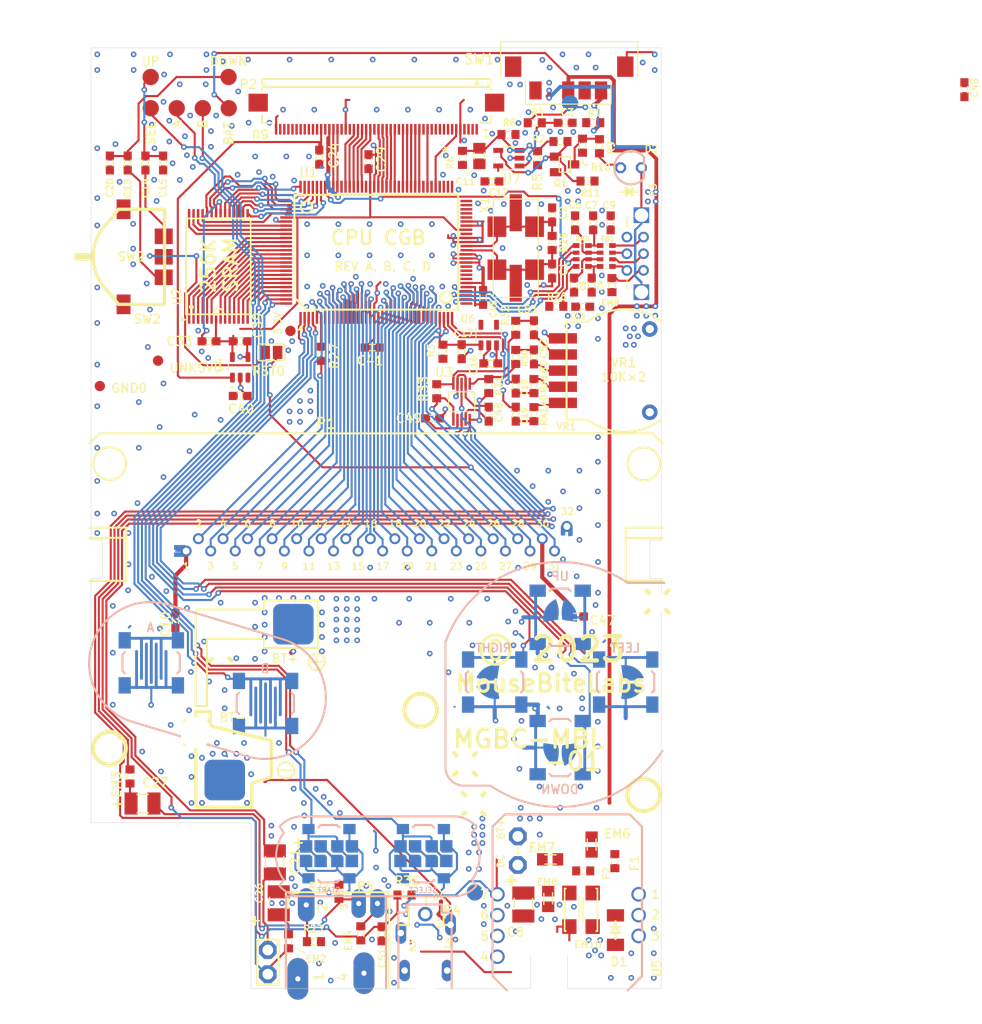
<source format=kicad_pcb>
(kicad_pcb (version 20241229) (generator "pcbnew") (generator_version "9.0")
  (layers (0 "F.Cu" signal) (2 "B.Cu" signal) (13 "F.Paste" user) (15 "B.Paste" user) (5 "F.SilkS" user "F.Silkscreen") (7 "B.SilkS" user "B.Silkscreen") (1 "F.Mask" user) (3 "B.Mask" user) (25 "Edge.Cuts" user))
  (net 0 "")
  (net 1 "N$12")
  (net 2 "BATT_TH")
  (net 3 "N$19")
  (net 4 "N$3")
  (net 5 "N$15")
  (net 6 "N$20")
  (net 7 "N$17")
  (net 8 "N$11")
  (net 9 "SW")
  (net 10 "N$18")
  (net 11 "-15V")
  (net 12 "N$13")
  (net 13 "N$35")
  (net 14 "N$44")
  (net 15 "N$43")
  (net 16 "N$42")
  (net 17 "N$41")
  (net 18 "N$40")
  (net 19 "N$25")
  (net 20 "N$23")
  (net 21 "ROCK_DOWN")
  (net 22 "ROCK_UP")
  (net 23 "PUSH")
  (net 24 "BATT_LVL")
  (net 25 "BATT_SENSE")
  (net 26 "N$16")
  (net 27 "SW1B")
  (net 28 "N$10")
  (net 29 "N$7")
  (net 30 "EM10_POS")
  (net 31 "EM10_GND")
  (net 32 "N$5")
  (net 33 "N$4")
  (net 34 "N$24")
  (net 35 "SPK-")
  (net 36 "SPK+")
  (net 37 "P10")
  (net 38 "P11")
  (net 39 "P13")
  (net 40 "P12")
  (net 41 "P01")
  (net 42 "P02")
  (net 43 "P03")
  (net 44 "P00")
  (net 45 "ROUT")
  (net 46 "N$29")
  (net 47 "HP_SWITCH")
  (net 48 "BATT")
  (net 49 "RIN_AMP")
  (net 50 "LIN_AMP")
  (net 51 "VR1-S02")
  (net 52 "VR1-S01")
  (net 53 "RA1-S02")
  (net 54 "RA1-S01")
  (net 55 "S02")
  (net 56 "S01")
  (net 57 "MOD")
  (net 58 "SPS")
  (net 59 "CLS")
  (net 60 "LDB1")
  (net 61 "LDB0")
  (net 62 "LDG5")
  (net 63 "LDG4")
  (net 64 "LDG3")
  (net 65 "LDG2")
  (net 66 "LDG1")
  (net 67 "LDG0")
  (net 68 "LDR5")
  (net 69 "LDR4")
  (net 70 "LDR3")
  (net 71 "LDR2")
  (net 72 "LDR1")
  (net 73 "LDR0")
  (net 74 "SPL")
  (net 75 "LDB2")
  (net 76 "LDB3")
  (net 77 "LDB4")
  (net 78 "LDB5")
  (net 79 "PS")
  (net 80 "LP")
  (net 81 "DCK")
  (net 82 "MA3")
  (net 83 "MA4")
  (net 84 "MA5")
  (net 85 "MA6")
  (net 86 "MA7")
  (net 87 "MA12")
  (net 88 "RA1")
  (net 89 "~{MWR}")
  (net 90 "RA0")
  (net 91 "MA8")
  (net 92 "MA9")
  (net 93 "MA11")
  (net 94 "~{MRD}")
  (net 95 "MA10")
  (net 96 "~{CS1}")
  (net 97 "MD7")
  (net 98 "MD6")
  (net 99 "MD5")
  (net 100 "MD4")
  (net 101 "MD3")
  (net 102 "MD2")
  (net 103 "MD1")
  (net 104 "MD0")
  (net 105 "MA0")
  (net 106 "MA1")
  (net 107 "MA2")
  (net 108 "SOUT")
  (net 109 "R4")
  (net 110 "SCK")
  (net 111 "N$9")
  (net 112 "N$6")
  (net 113 "N$2")
  (net 114 "N$1")
  (net 115 "R0")
  (net 116 "R1")
  (net 117 "R2")
  (net 118 "R3")
  (net 119 "MD8")
  (net 120 "MD9")
  (net 121 "MD10")
  (net 122 "MD11")
  (net 123 "MD12")
  (net 124 "MD13")
  (net 125 "MD14")
  (net 126 "MD15")
  (net 127 "M1")
  (net 128 "+3V3")
  (net 129 "+5V")
  (net 130 "N$8")
  (net 131 "CK2")
  (net 132 "CK1")
  (net 133 "ELP5")
  (net 134 "ELP4")
  (net 135 "ELP3")
  (net 136 "ELP2")
  (net 137 "VIN")
  (net 138 "D7")
  (net 139 "D6")
  (net 140 "D5")
  (net 141 "D4")
  (net 142 "D3")
  (net 143 "D2")
  (net 144 "D1")
  (net 145 "D0")
  (net 146 "A15")
  (net 147 "A14")
  (net 148 "A13")
  (net 149 "A12")
  (net 150 "A11")
  (net 151 "A10")
  (net 152 "A9")
  (net 153 "A8")
  (net 154 "A7")
  (net 155 "A6")
  (net 156 "A5")
  (net 157 "A4")
  (net 158 "A3")
  (net 159 "A2")
  (net 160 "A1")
  (net 161 "A0")
  (net 162 "CS")
  (net 163 "RD")
  (net 164 "WR")
  (net 165 "CLK")
  (net 166 "RES")
  (net 167 "GND")
  (footprint "MGBC-MBL-01_2_1:R0603" (layer "F.Cu") (at 177.6491 146.86035 -90)
    (property "Reference" "F1" (hide yes))
    (property "Value" "1A")
  )
  (footprint "MGBC-MBL-01_2_1:dummyfp11" (layer "F.Cu") (at 126.5161 131.1696)
    (property "Reference" "UNK_HOLE_11" (hide yes))
    (property "Value" "")
  )
  (footprint "MGBC-MBL-01_2_1:C0603" (layer "F.Cu") (at 141.5471 60.946475 -90)
    (property "Reference" "C24")
    (property "Value" "0.1uF")
  )
  (footprint "MGBC-MBL-01_2_1:SOT95P280X145-5N" (layer "F.Cu") (at 131.8911 86.5926 90)
    (property "Reference" "U4")
    (property "Value" "TLV70233QDBVRQ1")
  )
  (footprint "MGBC-MBL-01_2_1:QFP-128" (layer "F.Cu") (at 147.5121 76.0516)
    (property "Reference" "U1")
    (property "Value" "GBC_CPU")
  )
  (footprint "MGBC-MBL-01_2_1:R0603" (layer "F.Cu") (at 175.7761 59.6036 -90)
    (property "Reference" "R9")
    (property "Value" "18k")
  )
  (footprint "MGBC-MBL-01_2_1:R0603" (layer "F.Cu") (at 155.8941 89.5136 90)
    (property "Reference" "R33")
    (property "Value" "18k")
  )
  (footprint "MGBC-MBL-01_2_1:dummyfp2" (layer "F.Cu") (at 115.9451 98.3236)
    (property "Reference" "UNK_HOLE_2" (hide yes))
    (property "Value" "")
  )
  (footprint "MGBC-MBL-01_2_1:7.5X5-4-PAD" (layer "F.Cu") (at 165.5461 72.0511)
    (property "Reference" "X1")
    (property "Value" "8.388608MHZ12SMX-B-4-PAD")
  )
  (footprint "MGBC-MBL-01_2_1:C0603" (layer "F.Cu") (at 173.721725 79.19485)
    (property "Reference" "C43")
    (property "Value" "0.1uF")
  )
  (footprint "MGBC-MBL-01_2_1:B1,27_385" (layer "F.Cu") (at 121.8581 85.7798)
    (property "Reference" "UNK5V0")
    (property "Value" "PTR1B1,27")
  )
  (footprint "MGBC-MBL-01_2_1:dummyfp9" (layer "F.Cu") (at 129.4633 121.115)
    (property "Reference" "UNK_HOLE_9" (hide yes))
    (property "Value" "")
  )
  (footprint "MGBC-MBL-01_2_1:C0603" (layer "F.Cu") (at 172.6641 76.5596 -90)
    (property "Reference" "C5")
    (property "Value" "100pF")
  )
  (footprint "MGBC-MBL-01_2_1:C0603" (layer "F.Cu") (at 161.5571 78.0596 90)
    (property "Reference" "C45")
    (property "Value" "0.01uF")
  )
  (footprint "MGBC-MBL-01_2_1:C0603" (layer "F.Cu") (at 162.6411 63.9036 180)
    (property "Reference" "C12")
    (property "Value" "100n")
  )
  (footprint "MGBC-MBL-01_2_1:SJ" (layer "F.Cu") (at 135.7011 84.766975 180)
    (property "Reference" "RST0")
    (property "Value" "")
  )
  (footprint "MGBC-MBL-01_2_1:R0603" (layer "F.Cu") (at 168.2131 61.0656 -90)
    (property "Reference" "R5")
    (property "Value" "100k")
  )
  (footprint "MGBC-MBL-01_2_1:C1210_334" (layer "F.Cu") (at 136.1201 147.0106 90)
    (property "Reference" "C21" (hide yes))
    (property "Value" "100uF")
  )
  (footprint "MGBC-MBL-01_2_1:LED3MM" (layer "F.Cu") (at 179.6191 62.2326)
    (property "Reference" "D2")
    (property "Value" "")
  )
  (footprint "MGBC-MBL-01_2_1:C1210_334" (layer "F.Cu") (at 119.9591 139.8271)
    (property "Reference" "C27" (hide yes))
    (property "Value" "100uF")
  )
  (footprint "MGBC-MBL-01_2_1:R0603" (layer "F.Cu") (at 173.7841 148.05135 180)
    (property "Reference" "F2" (hide yes))
    (property "Value" "1A")
  )
  (footprint "MGBC-MBL-01_2_1:C0603" (layer "F.Cu") (at 169.9911 74.8451 -90)
    (property "Reference" "C1")
    (property "Value" "18pF")
  )
  (footprint "MGBC-MBL-01_2_1:R0603" (layer "F.Cu") (at 175.0101 56.72855 180)
    (property "Reference" "R1")
    (property "Value" "1k")
  )
  (footprint "MGBC-MBL-01_2_1:SOT-23-5" (layer "F.Cu") (at 162.2441 82.6556 90)
    (property "Reference" "U6")
    (property "Value" "TPS3840")
  )
  (footprint "MGBC-MBL-01_2_1:R0603" (layer "F.Cu") (at 118.4291 136.5316 -90)
    (property "Reference" "EM3" (hide yes))
    (property "Value" "BLM18BD102SN1D")
  )
  (footprint "MGBC-MBL-01_2_1:MGB-HEADPHONE" (layer "F.Cu") (at 143.5796 156.9816)
    (property "Reference" "P5" (hide yes))
    (property "Value" "MGBHPMGB" (hide yes))
  )
  (footprint "MGBC-MBL-01_2_1:P1-13_385" (layer "F.Cu") (at 135.2661 160.6566)
    (property "Reference" "SPK-0" (hide yes))
    (property "Value" "PTR1PAD1-13")
  )
  (footprint "MGBC-MBL-01_2_1:C0603" (layer "F.Cu") (at 165.5461 88.8786 -90)
    (property "Reference" "C18")
    (property "Value" "1uF")
  )
  (footprint "MGBC-MBL-01_2_1:C1210_334" (layer "F.Cu") (at 166.4761 152.1536 -90)
    (property "Reference" "C8")
    (property "Value" "100uF")
  )
  (footprint "MGBC-MBL-01_2_1:R0603" (layer "F.Cu") (at 159.0386 61.0286 90)
    (property "Reference" "R6")
    (property "Value" "124k")
  )
  (footprint "MGBC-MBL-01_2_1:ACM4532" (layer "F.Cu") (at 173.5176 152.7996 -90)
    (property "Reference" "EM10" (hide yes))
    (property "Value" "")
  )
  (footprint "MGBC-MBL-01_2_1:NAV_SWITCH" (layer "F.Cu") (at 118.5481 73.1036 90)
    (property "Reference" "SW2" (hide yes))
    (property "Value" "NAV_SWITCH")
  )
  (footprint "MGBC-MBL-01_2_1:R0603" (layer "F.Cu") (at 169.9911 71.4161 90)
    (property "Reference" "R25")
    (property "Value" "1.5M")
  )
  (footprint "MGBC-MBL-01_2_1:B1,27_385" (layer "F.Cu") (at 114.7461 88.8786)
    (property "Reference" "GND0")
    (property "Value" "PTR1B1,27")
  )
  (footprint "MGBC-MBL-01_2_1:R0603" (layer "F.Cu") (at 162.2441 88.8786 90)
    (property "Reference" "R31")
    (property "Value" "18k")
  )
  (footprint "MGBC-MBL-01_2_1:P1-13_385" (layer "F.Cu") (at 135.2661 157.7126)
    (property "Reference" "SPK+0" (hide yes))
    (property "Value" "PTR1PAD1-13")
  )
  (footprint "MGBC-MBL-01_2_1:C0603" (layer "F.Cu") (at 162.4981 86.11)
    (property "Reference" "C16")
    (property "Value" "1uF")
  )
  (footprint "MGBC-MBL-01_2_1:C0603" (layer "F.Cu") (at 148.0201 84.1796 180)
    (property "Reference" "C41")
    (property "Value" "0.01uF")
  )
  (footprint "MGBC-MBL-01_2_1:C0603" (layer "F.Cu") (at 174.995725 68.959475 90)
    (property "Reference" "C7")
    (property "Value" "100pF")
  )
  (footprint "MGBC-MBL-01_2_1:C0603" (layer "F.Cu") (at 220.345 52.705 90)
    (property "Reference" "C48")
    (property "Value" "1uF")
  )
  (footprint "MGBC-MBL-01_2_1:VSSOP10" (layer "F.Cu") (at 158.9421 90.7836 -90)
    (property "Reference" "U3")
    (property "Value" "LM4853")
  )
  (footprint "MGBC-MBL-01_2_1:R0805" (layer "F.Cu") (at 169.7431 146.6431 180)
    (property "Reference" "EM7" (hide yes))
    (property "Value" "Z0805C221BPWZT")
  )
  (footprint "MGBC-MBL-01_2_1:TP20R_385" (layer "F.Cu") (at 127.3191 54.9696)
    (property "Reference" "OSD_B0" (hide yes))
    (property "Value" "PTR1TP20R")
  )
  (footprint "MGBC-MBL-01_2_1:C0603" (layer "F.Cu") (at 167.7686 85.3226 90)
    (property "Reference" "C52")
    (property "Value" "100nF")
  )
  (footprint "MGBC-MBL-01_2_1:P1-13_385" (layer "F.Cu") (at 165.8011 147.33485)
    (property "Reference" "DC0" (hide yes))
    (property "Value" "TPPAD1-13")
  )
  (footprint "MGBC-MBL-01_2_1:dummyfp8" (layer "F.Cu") (at 160.4021 139.9078)
    (property "Reference" "UNK_HOLE_8" (hide yes))
    (property "Value" "")
  )
  (footprint "MGBC-MBL-01_2_1:R0603" (layer "F.Cu") (at 143.9561 150.6026 90)
    (property "Reference" "R22" (hide yes))
    (property "Value" "1k")
  )
  (footprint "MGBC-MBL-01_2_1:dummyfp6" (layer "F.Cu") (at 153.9421 128.4316)
    (property "Reference" "UNK_HOLE_6" (hide yes))
    (property "Value" "")
  )
  (footprint "MGBC-MBL-01_2_1:C0603" (layer "F.Cu") (at 147.5605 61.4946 90)
    (property "Reference" "C29")
    (property "Value" "0.01uF")
  )
  (footprint "MGBC-MBL-01_2_1:dummyfp13" (layer "F.Cu") (at 169.6212 158.18445)
    (property "Reference" "UNK_HOLE_13" (hide yes))
    (property "Value" "")
  )
  (footprint "MGBC-MBL-01_2_1:B1,27_385" (layer "F.Cu") (at 138.0252 82.1476)
    (property "Reference" "UNK3.3V0" (hide yes))
    (property "Value" "PTR1B1,27")
  )
  (footprint "MGBC-MBL-01_2_1:R0603" (layer "F.Cu") (at 137.7981 156.6456 90)
    (property "Reference" "EM2" (hide yes))
    (property "Value" "BLM18BD102SN1D")
  )
  (footprint "MGBC-MBL-01_2_1:R0603" (layer "F.Cu") (at 167.7686 92.3076 -90)
    (property "Reference" "RA1A0")
    (property "Value" "510")
  )
  (footprint "MGBC-MBL-01_2_1:C0603" (layer "F.Cu") (at 162.2441 92.3076 90)
    (property "Reference" "C48")
    (property "Value" "1uF")
  )
  (footprint "MGBC-MBL-01_2_1:dummyfp3" (layer "F.Cu") (at 181.2115 98.3766)
    (property "Reference" "UNK_HOLE_3" (hide yes))
    (property "Value" "")
  )
  (footprint "MGBC-MBL-01_2_1:SOT23_401" (layer "F.Cu") (at 171.5151 61.8276 -90)
    (property "Reference" "Q1")
    (property "Value" "BSS84")
  )
  (footprint "MGBC-MBL-01_2_1:R0603" (layer "F.Cu") (at 177.2986 76.5596 -90)
    (property "Reference" "EM9")
    (property "Value" "BLM18BD102SN1D")
  )
  (footprint "MGBC-MBL-01_2_1:R0603" (layer "F.Cu") (at 165.5461 85.3226 90)
    (property "Reference" "R30")
    (property "Value" "100k")
  )
  (footprint "MGBC-MBL-01_2_1:C0603" (layer "F.Cu") (at 118.1511 61.6536 -90)
    (property "Reference" "C13")
    (property "Value" "100pF")
  )
  (footprint "MGBC-MBL-01_2_1:dummyfp12" (layer "F.Cu") (at 136.4437 139.7732)
    (property "Reference" "UNK_HOLE_12" (hide yes))
    (property "Value" "")
  )
  (footprint "MGBC-MBL-01_2_1:TP20R_385" (layer "F.Cu") (at 120.9564 51.1596)
    (property "Reference" "PALETTE0" (hide yes))
    (property "Value" "PTR1TP20R")
  )
  (footprint "MGBC-MBL-01_2_1:R0603" (layer "F.Cu") (at 141.7971 84.9416 -90)
    (property "Reference" "R27")
    (property "Value" "100")
  )
  (footprint "MGBC-MBL-01_2_1:62684-502100AHLF" (layer "F.Cu") (at 148.5281 54.2901 180)
    (property "Reference" "P2")
    (property "Value" "GBC_LCDH")
  )
  (footprint "MGBC-MBL-01_2_1:TP20R_385" (layer "F.Cu") (at 120.9691 54.9696)
    (property "Reference" "OSD_SEL0" (hide yes))
    (property "Value" "PTR1TP20R")
  )
  (footprint "MGBC-MBL-01_2_1:C0603" (layer "F.Cu") (at 172.9701 117.0036)
    (property "Reference" "C47" (hide yes))
    (property "Value" "150pF")
  )
  (footprint "MGBC-MBL-01_2_1:P1-13_385" (layer "F.Cu") (at 165.8011 143.83485)
    (property "Reference" "BT+0" (hide yes))
    (property "Value" "TPPAD1-13")
  )
  (footprint "MGBC-MBL-01_2_1:dummyfp0" (layer "F.Cu") (at 116.0351 53.9719)
    (property "Reference" "UNK_HOLE_0" (hide yes))
    (property "Value" "")
  )
  (footprint "MGBC-MBL-01_2_1:C0603" (layer "F.Cu") (at 122.4761 61.6536 -90)
    (property "Reference" "C15")
    (property "Value" "27pF")
  )
  (footprint "MGBC-MBL-01_2_1:C0603" (layer "F.Cu") (at 165.5461 92.3076 -90)
    (property "Reference" "C19")
    (property "Value" "1uF")
  )
  (footprint "MGBC-MBL-01_2_1:C0603" (layer "F.Cu") (at 169.9911 67.9871 90)
    (property "Reference" "C2")
    (property "Value" "27pF")
  )
  (footprint "MGBC-MBL-01_2_1:MGB-BATTERY4" (layer "F.Cu") (at 129.7531 137.0781)
    (property "Reference" "-0" (hide yes))
    (property "Value" "MGB-BATTERY4" (hide yes))
  )
  (footprint "MGBC-MBL-01_2_1:SOD-123_MINI-SMA_210" (layer "F.Cu") (at 177.7261 155.2786 -90)
    (property "Reference" "D1" (hide yes))
    (property "Value" "CGRM4001-G")
  )
  (footprint "MGBC-MBL-01_2_1:C0603" (layer "F.Cu") (at 131.8911 90.0851)
    (property "Reference" "C40")
    (property "Value" "1uF")
  )
  (footprint "MGBC-MBL-01_2_1:dummyfp4" (layer "F.Cu") (at 115.9201 133.0776)
    (property "Reference" "UNK_HOLE_4" (hide yes))
    (property "Value" "")
  )
  (footprint "MGBC-MBL-01_2_1:dummyfp7" (layer "F.Cu") (at 159.3861 135.0056)
    (property "Reference" "UNK_HOLE_7" (hide yes))
    (property "Value" "")
  )
  (footprint "MGBC-MBL-01_2_1:C0603" (layer "F.Cu") (at 123.9801 117.5016 -90)
    (property "Reference" "C10" (hide yes))
    (property "Value" "0.01uF")
  )
  (footprint "MGBC-MBL-01_2_1:C0603" (layer "F.Cu") (at 131.8911 83.4176)
    (property "Reference" "C39")
    (property "Value" "1uF")
  )
  (footprint "MGBC-MBL-01_2_1:MGB-POT" (layer "F.Cu") (at 176.8326 86.9946 -90)
    (property "Reference" "VR1" (hide yes))
    (property "Value" "" (hide yes))
  )
  (footprint "MGBC-MBL-01_2_1:C0603" (layer "F.Cu") (at 115.9761 61.6536 -90)
    (property "Reference" "C20")
    (property "Value" "27pF")
  )
  (footprint "MGBC-MBL-01_2_1:dummyfp1" (layer "F.Cu") (at 181.3015 55.1333)
    (property "Reference" "UNK_HOLE_1" (hide yes))
    (property "Value" "")
  )
  (footprint "MGBC-MBL-01_2_1:EXB38V_342" (layer "F.Cu") (at 176.6011 73.0036 90)
    (property "Reference" "FB1")
    (property "Value" "BLA31AG601SN4D")
  )
  (footprint "MGBC-MBL-01_2_1:DBV-R-PDSO-G5_262" (layer "F.Cu") (at 164.706725 61.0656 90)
    (property "Reference" "U7")
    (property "Value" "TL331")
  )
  (footprint "MGBC-MBL-01_2_1:C0603" (layer "F.Cu") (at 149.1631 155.7351 -90)
    (property "Reference" "C51" (hide yes))
    (property "Value" "1uF")
  )
  (footprint "MGBC-MBL-01_2_1:C0603" (layer "F.Cu") (at 177.13985 68.959475 90)
    (property "Reference" "C9")
    (property "Value" "0.01uF")
  )
  (footprint "MGBC-MBL-01_2_1:R0603" (layer "F.Cu") (at 156.6561 84.6876 90)
    (property "Reference" "R3")
    (property "Value" "18k")
  )
  (footprint "MGBC-MBL-01_2_1:TP20R_385" (layer "F.Cu") (at 130.4941 54.9696)
    (property "Reference" "BATT0" (hide yes))
    (property "Value" "PTR1TP20R")
  )
  (footprint "MGBC-MBL-01_2_1:R0603" (layer "F.Cu") (at 170.4991 79.1456 180)
    (property "Reference" "R26")
    (property "Value" "5.6k")
  )
  (footprint "MGBC-MBL-01_2_1:R0603" (layer "F.Cu") (at 167.8751 56.7476 180)
    (property "Reference" "R4")
    (property "Value" "100k")
  )
  (footprint "MGBC-MBL-01_2_1:CGB-LINK" (layer "F.Cu") (at 181.1536 72.6036 90)
    (property "Reference" "P3" (hide yes))
    (property "Value" "LINKPORTDMG-LINK-SHORT" (hide yes))
  )
  (footprint "MGBC-MBL-01_2_1:R0603" (layer "F.Cu") (at 174.3091 63.8596 180)
    (property "Reference" "R11")
    (property "Value" "18k")
  )
  (footprint "MGBC-MBL-01_2_1:R0603" (layer "F.Cu") (at 165.5461 81.7666 90)
    (property "Reference" "R32")
    (property "Value" "100k")
  )
  (footprint "MGBC-MBL-01_2_1:TP20R_385" (layer "F.Cu") (at 130.4687 51.1596)
    (property "Reference" "BRIGHTNESS0" (hide yes))
    (property "Value" "PTR1TP20R")
  )
  (footprint "MGBC-MBL-01_2_1:C0603" (layer "F.Cu") (at 167.7686 81.7666 90)
    (property "Reference" "C53")
    (property "Value" "100nF")
  )
  (footprint "MGBC-MBL-01_2_1:R0603" (layer "F.Cu") (at 151.9571 150.9976)
    (property "Reference" "R36" (hide yes))
    (property "Value" "100k")
  )
  (footprint "MGBC-MBL-01_2_1:R0603" (layer "F.Cu") (at 146.6231 155.6726 90)
    (property "Reference" "EM4" (hide yes))
    (property "Value" "BLM18BD102SN1D")
  )
  (footprint "MGBC-MBL-01_2_1:C0603" (layer "F.Cu") (at 155.3861 92.8156)
    (property "Reference" "C49")
    (property "Value" "1uF")
  )
  (footprint "MGBC-MBL-01_2_1:TP20R_385" (layer "F.Cu") (at 124.1441 54.9696)
    (property "Reference" "OSD_A0" (hide yes))
    (property "Value" "PTR1TP20R")
  )
  (footprint "MGBC-MBL-01_2_1:MGB-SWITCH" (layer "F.Cu") (at 171.7096 50.6556)
    (property "Reference" "SW1")
    (property "Value" "MGB-SW1" (hide yes))
  )
  (footprint "MGBC-MBL-01_2_1:C0603" (layer "F.Cu") (at 120.3161 61.6536 -90)
    (property "Reference" "C14")
    (property "Value" "100pF")
  )
  (footprint "MGBC-MBL-01_2_1:dummyfp10" (layer "F.Cu") (at 182.8141 115.2097)
    (property "Reference" "UNK_HOLE_10" (hide yes))
    (property "Value" "")
  )
  (footprint "MGBC-MBL-01_2_1:C0603" (layer "F.Cu") (at 128.0811 83.4176 180)
    (property "Reference" "C33")
    (property "Value" "0.01uF")
  )
  (footprint "MGBC-MBL-01_2_1:MGB-CART" (layer "F.Cu") (at 125.2871 109.0081)
    (property "Reference" "P1" (hide yes))
    (property "Value" "MGB-CART" (hide yes))
  )
  (footprint "MGBC-MBL-01_2_1:C0603" (layer "F.Cu") (at 171.5771 56.7476)
    (property "Reference" "C3")
    (property "Value" "100n")
  )
  (footprint "MGBC-MBL-01_2_1:R0805" (layer "F.Cu") (at 169.5091 151.4806 -90)
    (property "Reference" "EM8" (hide yes))
    (property "Value" "Z0805C221BPWZT")
  )
  (footprint "MGBC-MBL-01_2_1:dummyfp5" (layer "F.Cu") (at 181.1715 138.7602)
    (property "Reference" "UNK_HOLE_5" (hide yes))
    (property "Value" "")
  )
  (footprint "MGBC-MBL-01_2_1:R0603" (layer "F.Cu") (at 167.7686 88.8786 -90)
    (property "Reference" "RA1B0")
    (property "Value" "510")
  )
  (footprint "MGBC-MBL-01_2_1:MGB+BATTERY4" (layer "F.Cu") (at 137.8841 117.9441)
    (property "Reference" "+0" (hide yes))
    (property "Value" "MGB+BATTERY4" (hide yes))
  )
  (footprint "MGBC-MBL-01_2_1:C0805" (layer "F.Cu") (at 161.1011 60.8036 -90)
    (property "Reference" "C11")
    (property "Value" "22u")
  )
  (footprint "MGBC-MBL-01_2_1:EXB38V_342" (layer "F.Cu") (at 173.6741 73.0036 90)
    (property "Reference" "RA3")
    (property "Value" "270")
  )
  (footprint "MGBC-MBL-01_2_1:R0603" (layer "F.Cu") (at 171.0071 59.0336 180)
    (property "Reference" "R2")
    (property "Value" "1.5M")
  )
  (footprint "MGBC-MBL-01_2_1:C1210_334" (layer "F.Cu") (at 136.5981 152.0076 90)
    (property "Reference" "C26" (hide yes))
    (property "Value" "100uF")
  )
  (footprint "MGBC-MBL-01_2_1:C0603" (layer "F.Cu") (at 174.8251 76.5596 -90)
    (property "Reference" "C4")
    (property "Value" "22pF")
  )
  (footprint "MGBC-MBL-01_2_1:R0603" (layer "F.Cu") (at 173.7011 59.5416 90)
    (property "Reference" "R10")
    (property "Value" "100k")
  )
  (footprint "MGBC-MBL-01_2_1:TSOP1-28" (layer "F.Cu") (at 129.2241 74.2736 90)
    (property "Reference" "U2")
    (property "Value" "LH52256CVTXIZ")
  )
  (footprint "MGBC-MBL-01_2_1:C0603" (layer "F.Cu") (at 158.9421 84.6876 -90)
    (property "Reference" "C17")
    (property "Value" "1uF")
  )
  (footprint "MGBC-MBL-01_2_1:MGB-PWRJACK" (layer "F.Cu") (at 158.1201 151.3216)
    (property "Reference" "P4" (hide yes))
    (property "Value" "MGB-PWRJACK" (hide yes))
  )
  (footprint "MGBC-MBL-01_2_1:R0603" (layer "F.Cu") (at 140.9041 156.6866)
    (property "Reference" "R23" (hide yes))
    (property "Value" "1k")
  )
  (footprint "MGBC-MBL-01_2_1:R0805" (layer "F.Cu") (at 174.81035 144.8356 -90)
    (property "Reference" "EM6" (hide yes))
    (property "Value" "Z0805C221BPWZT")
  )
  (footprint "MGBC-MBL-01_2_1:R0603" (layer "F.Cu") (at 164.6571 58.17635 180)
    (property "Reference" "R8")
    (property "Value" "249k")
  )
  (footprint "MGBC-MBL-01_2_1:C0603" (layer "F.Cu") (at 172.7891 68.959475 90)
    (property "Reference" "C6")
    (property "Value" "100pF")
  )
  (footprint "MGBC-MBL-01_2_1:TP20R_385" (layer "B.Cu") (at 160.5511 150.6786 180)
    (property "Reference" "DC_IN0" (hide yes))
    (property "Value" "TPTP20R")
  )
  (footprint "MGBC-MBL-01_2_1:MGB_BTN1_2" (layer "B.Cu") (at 162.9761 125.0036)
    (property "Reference" "RIGHT0" (hide yes))
    (property "Value" "DMG-BTN" (hide yes))
  )
  (footprint "MGBC-MBL-01_2_1:DMG_BTN3" (layer "B.Cu") (at 121.0326 122.6606 180)
    (property "Reference" "A0" (hide yes))
    (property "Value" "DMG-BTN" (hide yes))
  )
  (footprint "MGBC-MBL-01_2_1:MGB_BTN1_2" (layer "B.Cu") (at 178.9761 125.0036 180)
    (property "Reference" "LEFT0" (hide yes))
    (property "Value" "DMG-BTN" (hide yes))
  )
  (footprint "MGBC-MBL-01_2_1:TP20R_385" (layer "B.Cu") (at 172.1761 54.3536 180)
    (property "Reference" "SW0" (hide yes))
    (property "Value" "TPTP20R")
  )
  (footprint "MGBC-MBL-01_2_1:DMG_BTN3" (layer "B.Cu") (at 134.9899 127.6136)
    (property "Reference" "B0" (hide yes))
    (property "Value" "DMG-BTN" (hide yes))
  )
  (footprint "MGBC-MBL-01_2_1:MGB-PWRBD" (layer "B.Cu") (at 180.3064 161.4071 180)
    (property "Reference" "U5" (hide yes))
    (property "Value" "MGB-PWR_BD" (hide yes))
  )
  (footprint "MGBC-MBL-01_2_1:DMG_BTN1_W2" (layer "B.Cu") (at 142.7331 145.9476 90)
    (property "Reference" "START0" (hide yes))
    (property "Value" "DMG-BTN" (hide yes))
  )
  (footprint "MGBC-MBL-01_2_1:MGB_BTN1_2" (layer "B.Cu") (at 170.9761 133.0036 90)
    (property "Reference" "DOWN0" (hide yes))
    (property "Value" "DMG-BTN" (hide yes))
  )
  (footprint "MGBC-MBL-01_2_1:MGB_BTN1_2" (layer "B.Cu") (at 170.9761 117.1036 -90)
    (property "Reference" "UP0" (hide yes))
    (property "Value" "DMG-BTN" (hide yes))
  )
  (footprint "MGBC-MBL-01_2_1:DMG_BTN1_W2" (layer "B.Cu") (at 154.2661 145.9476 90)
    (property "Reference" "SELECT0" (hide yes))
    (property "Value" "DMG-BTN" (hide yes))
  )
  (gr_line (start 152.4761 152.1536) (end 152.4761 154.6536) (stroke (width 0.254)) (layer "F.SilkS"))
  (gr_line (start 126.4761 140.2786) (end 126.4761 128.5786) (stroke (width 0.4064)) (layer "F.SilkS"))
  (gr_line (start 162.5761 120.3036) (end 162.5761 121.8036) (stroke (width 0.35)) (layer "F.SilkS"))
  (gr_line (start 162.7261 160.9036) (end 162.7261 142.6536) (stroke (width 0.254)) (layer "F.SilkS"))
  (gr_line (start 141.2261 121.9036) (end 141.2261 123.1536) (stroke (width 0.254)) (layer "F.SilkS"))
  (gr_line (start 177.7886 154.9036) (end 177.7886 154.1536) (stroke (width 0.15)) (layer "F.SilkS"))
  (gr_line (start 178.3511 154.9036) (end 178.3511 154.9661) (stroke (width 0.15)) (layer "F.SilkS"))
  (gr_line (start 178.2261 65.1536) (end 179.7261 65.1536) (stroke (width 0.254)) (layer "F.SilkS"))
  (gr_line (start 179.2761 64.99735) (end 179.1511 65.42235) (stroke (width 0.254)) (layer "F.SilkS"))
  (gr_line (start 174.3511 61.9036) (end 173.9761 61.9036) (stroke (width 0.15)) (layer "F.SilkS"))
  (gr_line (start 177.7886 155.6536) (end 178.3511 155.6536) (stroke (width 0.15)) (layer "F.SilkS"))
  (gr_line (start 137.4761 162.4036) (end 137.4761 150.6536) (stroke (width 0.254)) (layer "F.SilkS"))
  (gr_line (start 175.3511 144.1536) (end 175.3511 145.5286) (stroke (width 0.15)) (layer "F.SilkS"))
  (gr_line (start 170.0386 150.7161) (end 170.0386 152.0911) (stroke (width 0.15)) (layer "F.SilkS"))
  (gr_arc (start 177.5811 62.2361) (mid 178.934218 60.311082) (end 181.206099 60.923602) (stroke (width 0.254)) (layer "F.SilkS"))
  (gr_line (start 181.4761 116.5536) (end 184.2261 113.8036) (stroke (width 0.508)) (layer "F.SilkS"))
  (gr_line (start 177.7261 155.6536) (end 177.7261 156.4036) (stroke (width 0.15)) (layer "F.SilkS"))
  (gr_line (start 178.3511 154.9661) (end 178.2261 154.9661) (stroke (width 0.15)) (layer "F.SilkS"))
  (gr_circle (center 181.1715 138.7602) (end 183.1715 138.7602) (stroke (width 0.508)) (fill no) (layer "F.SilkS"))
  (gr_arc (start 162.5761 120.3036) (mid 163.0761 119.851106) (end 163.5761 120.3036) (stroke (width 0.35)) (layer "F.SilkS"))
  (gr_line (start 126.4761 128.5786) (end 128.2261 128.5786) (stroke (width 0.4064)) (layer "F.SilkS"))
  (gr_circle (center 115.9161 133.0836) (end 117.9161 133.0836) (stroke (width 0.508)) (fill no) (layer "F.SilkS"))
  (gr_line (start 128.2261 128.5786) (end 128.2261 130.3536) (stroke (width 0.4064)) (layer "F.SilkS"))
  (gr_line (start 177.6636 156.4036) (end 177.6636 155.6536) (stroke (width 0.15)) (layer "F.SilkS"))
  (gr_line (start 127.8261 119.7286) (end 127.8261 127.9286) (stroke (width 0.254)) (layer "F.SilkS"))
  (gr_line (start 117.9761 107.4036) (end 113.4761 107.4036) (stroke (width 0.254)) (layer "F.SilkS"))
  (gr_line (start 160.7261 136.4036) (end 157.9761 133.6536) (stroke (width 0.508)) (layer "F.SilkS"))
  (gr_line (start 170.8511 62.7786) (end 172.2261 62.7786) (stroke (width 0.15)) (layer "F.SilkS"))
  (gr_line (start 126.4511 127.9286) (end 126.4511 116.1536) (stroke (width 0.254)) (layer "F.SilkS"))
  (gr_line (start 156.7261 152.1536) (end 152.4761 152.1536) (stroke (width 0.254)) (layer "F.SilkS"))
  (gr_line (start 162.7261 142.6536) (end 164.2261 141.1536) (stroke (width 0.254)) (layer "F.SilkS"))
  (gr_line (start 167.6011 152.7786) (end 167.6011 151.4036) (stroke (width 0.15)) (layer "F.SilkS"))
  (gr_line (start 177.6636 154.1536) (end 177.6636 154.9036) (stroke (width 0.15)) (layer "F.SilkS"))
  (gr_circle (center 153.9461 128.4336) (end 155.9461 128.4336) (stroke (width 0.508)) (fill no) (layer "F.SilkS"))
  (gr_line (start 177.7886 156.4036) (end 177.7886 155.6536) (stroke (width 0.15)) (layer "F.SilkS"))
  (gr_line (start 172.2261 62.7786) (end 172.2261 60.9036) (stroke (width 0.15)) (layer "F.SilkS"))
  (gr_line (start 159.6011 63.1536) (end 160.1011 62.6536) (stroke (width 0.15)) (layer "F.SilkS"))
  (gr_line (start 152.4761 154.6536) (end 151.2261 154.6536) (stroke (width 0.254)) (layer "F.SilkS"))
  (gr_line (start 178.3511 155.6536) (end 177.8511 154.9661) (stroke (width 0.15)) (layer "F.SilkS"))
  (gr_line (start 178.9761 64.6536) (end 178.9761 65.6536) (stroke (width 0.254)) (layer "F.SilkS"))
  (gr_line (start 179.13235 65.1536) (end 179.2261 64.94735) (stroke (width 0.254)) (layer "F.SilkS"))
  (gr_line (start 133.3011 140.2786) (end 126.4761 140.2786) (stroke (width 0.4064)) (layer "F.SilkS"))
  (gr_line (start 150.1011 150.6536) (end 150.1011 162.4036) (stroke (width 0.254)) (layer "F.SilkS"))
  (gr_line (start 165.3511 152.7786) (end 165.3511 151.4036) (stroke (width 0.15)) (layer "F.SilkS"))
  (gr_line (start 173.7261 61.6536) (end 173.7261 61.1536) (stroke (width 0.15)) (layer "F.SilkS"))
  (gr_line (start 169.1011 146.0911) (end 170.4761 146.0911) (stroke (width 0.15)) (layer "F.SilkS"))
  (gr_line (start 178.2261 154.9661) (end 177.8511 154.9661) (stroke (width 0.15)) (layer "F.SilkS"))
  (gr_line (start 177.6011 154.9661) (end 177.1011 155.6536) (stroke (width 0.15)) (layer "F.SilkS"))
  (gr_line (start 157.7261 154.6536) (end 157.7261 162.4036) (stroke (width 0.254)) (layer "F.SilkS"))
  (gr_line (start 184.2261 116.5536) (end 181.4761 113.8036) (stroke (width 0.508)) (layer "F.SilkS"))
  (gr_line (start 135.7261 132.1536) (end 135.7261 136.6036) (stroke (width 0.4064)) (layer "F.SilkS"))
  (gr_line (start 179.7261 65.1536) (end 178.9761 64.6536) (stroke (width 0.254)) (layer "F.SilkS"))
  (gr_line (start 177.7261 154.9036) (end 177.7261 154.1536) (stroke (width 0.15)) (layer "F.SilkS"))
  (gr_line (start 182.2261 94.6536) (end 114.7261 94.6536) (stroke (width 0.254)) (layer "F.SilkS"))
  (gr_line (start 164.2261 141.1536) (end 179.4761 141.1536) (stroke (width 0.254)) (layer "F.SilkS"))
  (gr_line (start 134.8261 116.1536) (end 134.8261 115.0286) (stroke (width 0.254)) (layer "F.SilkS"))
  (gr_line (start 120.6636 140.9661) (end 119.2886 140.9661) (stroke (width 0.15)) (layer "F.SilkS"))
  (gr_line (start 140.5761 122.5286) (end 141.8761 122.5286) (stroke (width 0.254)) (layer "F.SilkS"))
  (gr_line (start 133.9761 161.9036) (end 136.5761 161.9036) (stroke (width 0.254)) (layer "F.SilkS"))
  (gr_line (start 134.8261 120.8536) (end 134.8261 119.7286) (stroke (width 0.254)) (layer "F.SilkS"))
  (gr_line (start 157.9761 136.4036) (end 160.7261 133.6536) (stroke (width 0.508)) (layer "F.SilkS"))
  (gr_line (start 183.4761 106.1536) (end 178.9761 106.1536) (stroke (width 0.254)) (layer "F.SilkS"))
  (gr_line (start 177.8511 154.9661) (end 177.6011 154.9661) (stroke (width 0.15)) (layer "F.SilkS"))
  (gr_line (start 183.4761 107.4036) (end 178.9761 107.4036) (stroke (width 0.254)) (layer "F.SilkS"))
  (gr_line (start 136.5761 156.4286) (end 133.9761 156.4286) (stroke (width 0.254)) (layer "F.SilkS"))
  (gr_line (start 179.7261 65.1536) (end 180.4761 65.1536) (stroke (width 0.254)) (layer "F.SilkS"))
  (gr_line (start 178.2261 154.9036) (end 178.2261 154.9661) (stroke (width 0.15)) (layer "F.SilkS"))
  (gr_circle (center 137.4761 135.7786) (end 138.4761 135.7786) (stroke (width 0.254)) (fill no) (layer "F.SilkS"))
  (gr_line (start 126.4511 116.1536) (end 134.8261 116.1536) (stroke (width 0.254)) (layer "F.SilkS"))
  (gr_line (start 180.9761 160.9036) (end 179.7261 162.1536) (stroke (width 0.254)) (layer "F.SilkS"))
  (gr_line (start 138.8511 157.5286) (end 139.8261 158.1536) (stroke (width 0.15)) (layer "F.SilkS"))
  (gr_line (start 160.4761 61.1536) (end 160.4761 60.4036) (stroke (width 0.15)) (layer "F.SilkS"))
  (gr_line (start 137.2261 147.6536) (end 137.2261 146.2786) (stroke (width 0.15)) (layer "F.SilkS"))
  (gr_line (start 135.4761 152.6536) (end 135.4761 151.2786) (stroke (width 0.15)) (layer "F.SilkS"))
  (gr_arc (start 163.5761 121.803602) (mid 163.076099 122.256095) (end 162.5761 121.8036) (stroke (width 0.35)) (layer "F.SilkS"))
  (gr_line (start 179.4761 141.1536) (end 180.9761 142.6536) (stroke (width 0.254)) (layer "F.SilkS"))
  (gr_line (start 181.2061 63.4861) (end 181.2061 60.9236) (stroke (width 0.254)) (layer "F.SilkS"))
  (gr_arc (start 181.206098 63.486101) (mid 178.977348 64.163009) (end 177.5811 62.2986) (stroke (width 0.254)) (layer "F.SilkS"))
  (gr_line (start 156.7261 154.6536) (end 156.7261 152.1536) (stroke (width 0.254)) (layer "F.SilkS"))
  (gr_line (start 159.0261 141.2536) (end 161.7761 138.5036) (stroke (width 0.508)) (layer "F.SilkS"))
  (gr_line (start 117.9761 106.1536) (end 113.4761 106.1536) (stroke (width 0.254)) (layer "F.SilkS"))
  (gr_line (start 127.9261 132.5536) (end 125.1761 129.8036) (stroke (width 0.508)) (layer "F.SilkS"))
  (gr_line (start 128.2261 130.3536) (end 135.7261 132.1536) (stroke (width 0.4064)) (layer "F.SilkS"))
  (gr_line (start 173.7261 61.6536) (end 173.9761 61.9036) (stroke (width 0.15)) (layer "F.SilkS"))
  (gr_line (start 154.6011 152.4036) (end 154.6011 151.1536) (stroke (width 0.15)) (layer "F.SilkS"))
  (gr_line (start 117.9761 112.6536) (end 113.4761 112.6536) (stroke (width 0.254)) (layer "F.SilkS"))
  (gr_line (start 177.1011 154.9036) (end 177.6636 154.9036) (stroke (width 0.15)) (layer "F.SilkS"))
  (gr_line (start 137.4761 150.6536) (end 150.1011 150.6536) (stroke (width 0.254)) (layer "F.SilkS"))
  (gr_line (start 177.7886 154.9036) (end 178.2261 154.9036) (stroke (width 0.15)) (layer "F.SilkS"))
  (gr_line (start 127.8261 127.9286) (end 126.4511 127.9286) (stroke (width 0.254)) (layer "F.SilkS"))
  (gr_line (start 154.6011 151.1536) (end 154.9511 151.1536) (stroke (width 0.15)) (layer "F.SilkS"))
  (gr_line (start 141.4261 115.0286) (end 141.4261 120.8536) (stroke (width 0.254)) (layer "F.SilkS"))
  (gr_line (start 177.1011 154.9661) (end 177.1011 154.9036) (stroke (width 0.15)) (layer "F.SilkS"))
  (gr_circle (center 141.2261 122.5286) (end 142.2261 122.5286) (stroke (width 0.254)) (fill no) (layer "F.SilkS"))
  (gr_line (start 177.6011 154.9661) (end 177.1011 154.9661) (stroke (width 0.15)) (layer "F.SilkS"))
  (gr_circle (center 115.9511 98.3336) (end 117.9511 98.3336) (stroke (width 0.254)) (fill no) (layer "F.SilkS"))
  (gr_line (start 179.7261 65.1536) (end 179.7261 65.6536) (stroke (width 0.254)) (layer "F.SilkS"))
  (gr_line (start 178.2261 154.9036) (end 178.3511 154.9036) (stroke (width 0.15)) (layer "F.SilkS"))
  (gr_line (start 136.8261 135.7786) (end 138.1261 135.7786) (stroke (width 0.254)) (layer "F.SilkS"))
  (gr_line (start 120.6636 138.7161) (end 119.2886 138.7161) (stroke (width 0.15)) (layer "F.SilkS"))
  (gr_line (start 137.7261 152.6536) (end 137.7261 151.2786) (stroke (width 0.15)) (layer "F.SilkS"))
  (gr_line (start 162.7261 160.9036) (end 163.9761 162.1536) (stroke (width 0.254)) (layer "F.SilkS"))
  (gr_line (start 180.9761 142.6536) (end 180.9761 160.9036) (stroke (width 0.254)) (layer "F.SilkS"))
  (gr_line (start 177.6636 155.6536) (end 177.7886 155.6536) (stroke (width 0.15)) (layer "F.SilkS"))
  (gr_line (start 135.7261 136.6036) (end 133.3011 137.3536) (stroke (width 0.4064)) (layer "F.SilkS"))
  (gr_line (start 141.4261 120.8536) (end 134.8261 120.8536) (stroke (width 0.254)) (layer "F.SilkS"))
  (gr_line (start 133.3011 137.3536) (end 133.3011 140.2786) (stroke (width 0.4064)) (layer "F.SilkS"))
  (gr_circle (center 163.0761 121.0536) (end 164.8761 121.0536) (stroke (width 0.35)) (fill no) (layer "F.SilkS"))
  (gr_line (start 128.7561 120.4036) (end 130.9061 122.4536) (stroke (width 0.508)) (layer "F.SilkS"))
  (gr_line (start 114.7261 94.6536) (end 113.4761 95.9036) (stroke (width 0.254)) (layer "F.SilkS"))
  (gr_line (start 179.7261 64.6536) (end 179.7261 65.1536) (stroke (width 0.254)) (layer "F.SilkS"))
  (gr_line (start 117.9761 107.4036) (end 117.9761 106.1536) (stroke (width 0.254)) (layer "F.SilkS"))
  (gr_line (start 134.8261 119.7286) (end 127.8261 119.7286) (stroke (width 0.254)) (layer "F.SilkS"))
  (gr_line (start 161.7261 61.1536) (end 161.7261 60.4036) (stroke (width 0.15)) (layer "F.SilkS"))
  (gr_line (start 134.9761 147.6536) (end 134.9761 146.2786) (stroke (width 0.15)) (layer "F.SilkS"))
  (gr_line (start 125.1761 132.5536) (end 127.9261 129.8036) (stroke (width 0.508)) (layer "F.SilkS"))
  (gr_line (start 179.2261 64.94735) (end 179.2761 64.99735) (stroke (width 0.254)) (layer "F.SilkS"))
  (gr_circle (center 181.1961 98.3836) (end 183.1961 98.3836) (stroke (width 0.254)) (fill no) (layer "F.SilkS"))
  (gr_line (start 130.2061 120.4036) (end 128.1561 122.4536) (stroke (width 0.508)) (layer "F.SilkS"))
  (gr_line (start 178.9761 112.6536) (end 183.4761 112.6536) (stroke (width 0.254)) (layer "F.SilkS"))
  (gr_line (start 178.9761 112.6536) (end 178.9761 107.4036) (stroke (width 0.254)) (layer "F.SilkS"))
  (gr_line (start 134.8261 115.0286) (end 141.4261 115.0286) (stroke (width 0.254)) (layer "F.SilkS"))
  (gr_line (start 183.4761 95.9036) (end 182.2261 94.6536) (stroke (width 0.254)) (layer "F.SilkS"))
  (gr_line (start 156.7261 154.6536) (end 157.7261 154.6536) (stroke (width 0.254)) (layer "F.SilkS"))
  (gr_line (start 177.1011 155.6536) (end 177.6636 155.6536) (stroke (width 0.15)) (layer "F.SilkS"))
  (gr_line (start 136.5761 161.9036) (end 136.5761 156.4286) (stroke (width 0.254)) (layer "F.SilkS"))
  (gr_line (start 169.1011 147.2161) (end 170.4761 147.2161) (stroke (width 0.15)) (layer "F.SilkS"))
  (gr_line (start 178.9761 65.6536) (end 179.7261 65.1536) (stroke (width 0.254)) (layer "F.SilkS"))
  (gr_line (start 165.7886 145.8411) (end 165.7886 146.0286) (stroke (width 0.254)) (layer "F.SilkS"))
  (gr_line (start 174.2886 144.1536) (end 174.2886 145.5286) (stroke (width 0.15)) (layer "F.SilkS"))
  (gr_line (start 151.2261 154.6536) (end 151.2261 162.4036) (stroke (width 0.254)) (layer "F.SilkS"))
  (gr_line (start 161.7761 141.2536) (end 159.0261 138.5036) (stroke (width 0.508)) (layer "F.SilkS"))
  (gr_line (start 168.9761 150.7786) (end 168.9761 152.1536) (stroke (width 0.15)) (layer "F.SilkS"))
  (gr_line (start 170.8511 60.9036) (end 172.2261 60.9036) (stroke (width 0.15)) (layer "F.SilkS"))
  (gr_line (start 117.9761 112.6536) (end 117.9761 107.4036) (stroke (width 0.254)) (layer "F.SilkS"))
  (gr_line (start 178.9761 107.4036) (end 178.9761 106.1536) (stroke (width 0.254)) (layer "F.SilkS"))
  (gr_line (start 165.7886 145.1536) (end 165.7886 145.3411) (stroke (width 0.254)) (layer "F.SilkS"))
  (gr_line (start 170.8511 62.7786) (end 170.8511 60.9036) (stroke (width 0.15)) (layer "F.SilkS"))
  (gr_line (start 133.9761 156.4286) (end 133.9761 161.9036) (stroke (width 0.254)) (layer "F.SilkS"))
  (gr_line (start 177.6636 154.9036) (end 177.7886 154.9036) (stroke (width 0.15)) (layer "F.SilkS"))
  (gr_line (start 166.4611 125.9986) (end 166.4611 123.9986) (stroke (width 0.254)) (layer "B.SilkS"))
  (gr_line (start 138.1611 128.8986) (end 138.4611 128.5986) (stroke (width 0.254)) (layer "B.SilkS"))
  (gr_line (start 117.5111 123.6486) (end 117.8111 123.9486) (stroke (width 0.254)) (layer "B.SilkS"))
  (gr_line (start 143.7261 149.4536) (end 144.0261 149.1536) (stroke (width 0.254)) (layer "B.SilkS"))
  (gr_line (start 179.4611 141.1486) (end 164.2111 141.1486) (stroke (width 0.254)) (layer "B.SilkS"))
  (gr_line (start 164.2111 141.1486) (end 162.7111 142.6486) (stroke (width 0.254)) (layer "B.SilkS"))
  (gr_line (start 162.7111 142.6486) (end 162.7111 160.8986) (stroke (width 0.254)) (layer "B.SilkS"))
  (gr_line (start 171.9611 113.5986) (end 169.9611 113.5986) (stroke (width 0.254)) (layer "B.SilkS"))
  (gr_line (start 138.4611 126.5986) (end 138.1611 126.2986) (stroke (width 0.254)) (layer "B.SilkS"))
  (gr_line (start 141.7261 149.4536) (end 143.7261 149.4536) (stroke (width 0.254)) (layer "B.SilkS"))
  (gr_arc (start 157.9611 141.3986) (mid 159.472329 141.723897) (end 160.7111 142.648601) (stroke (width 0.254)) (layer "B.SilkS"))
  (gr_line (start 156.4611 153.1486) (end 157.7111 153.1486) (stroke (width 0.254)) (layer "B.SilkS"))
  (gr_line (start 149.7111 162.3986) (end 149.7111 151.1486) (stroke (width 0.254)) (layer "B.SilkS"))
  (gr_line (start 155.2761 149.4536) (end 155.5761 149.1536) (stroke (width 0.254)) (layer "B.SilkS"))
  (gr_line (start 169.6611 136.1986) (end 169.9611 136.4986) (stroke (width 0.254)) (layer "B.SilkS"))
  (gr_line (start 160.7111 142.6486) (end 160.2111 143.3986) (stroke (width 0.254)) (layer "B.SilkS"))
  (gr_line (start 180.9611 160.8986) (end 179.2111 162.6486) (stroke (width 0.254)) (layer "B.SilkS"))
  (gr_line (start 175.4611 125.9986) (end 175.7611 126.2986) (stroke (width 0.254)) (layer "B.SilkS"))
  (gr_arc (start 159.2111 137.6486) (mid 157.62011 136.98959) (end 156.9611 135.3986) (stroke (width 0.254)) (layer "B.SilkS"))
  (gr_line (start 162.4611 137.6486) (end 159.2111 137.6486) (stroke (width 0.254)) (layer "B.SilkS"))
  (gr_line (start 159.4611 123.9986) (end 159.4611 125.9986) (stroke (width 0.254)) (layer "B.SilkS"))
  (gr_arc (start 139.4611 151.1486) (mid 137.949871 150.823304) (end 136.7111 149.8986) (stroke (width 0.254)) (layer "B.SilkS"))
  (gr_line (start 182.1611 126.2986) (end 182.4611 125.9986) (stroke (width 0.254)) (layer "B.SilkS"))
  (gr_line (start 131.4611 126.5986) (end 131.4611 128.5986) (stroke (width 0.254)) (layer "B.SilkS"))
  (gr_line (start 183.7111 112.8986) (end 179.2111 112.8986) (stroke (width 0.254)) (layer "B.SilkS"))
  (gr_arc (start 160.7111 149.8986) (mid 159.472329 150.823304) (end 157.9611 151.1486) (stroke (width 0.254)) (layer "B.SilkS"))
  (gr_line (start 172.2611 113.8986) (end 171.9611 113.5986) (stroke (width 0.254)) (layer "B.SilkS"))
  (gr_line (start 162.7111 160.8986) (end 164.4611 162.6486) (stroke (width 0.254)) (layer "B.SilkS"))
  (gr_line (start 132.6311 134.0386) (end 118.6611 129.8386) (stroke (width 0.254)) (layer "B.SilkS"))
  (gr_arc (start 156.9611 120.1486) (mid 166.310996 111.075867) (end 179.2111 112.8986) (stroke (width 0.254)) (layer "B.SilkS"))
  (gr_line (start 131.7611 126.2986) (end 131.4611 126.5986) (stroke (width 0.254)) (layer "B.SilkS"))
  (gr_line (start 155.5511 142.7536) (end 155.2511 142.4536) (stroke (width 0.254)) (layer "B.SilkS"))
  (gr_line (start 169.9611 113.5986) (end 169.6611 113.8986) (stroke (width 0.254)) (layer "B.SilkS"))
  (gr_line (start 169.9611 120.5986) (end 171.9611 120.5986) (stroke (width 0.254)) (layer "B.SilkS"))
  (gr_line (start 141.7261 142.4536) (end 141.4261 142.7536) (stroke (width 0.254)) (layer "B.SilkS"))
  (gr_line (start 157.7111 153.1486) (end 157.7111 162.3986) (stroke (width 0.254)) (layer "B.SilkS"))
  (gr_line (start 156.9611 135.3986) (end 156.9611 120.1486) (stroke (width 0.254)) (layer "B.SilkS"))
  (gr_line (start 175.7611 123.6986) (end 175.4611 123.9986) (stroke (width 0.254)) (layer "B.SilkS"))
  (gr_arc (start 137.1311 119.7886) (mid 142.0061 129.1636) (end 132.6311 134.0386) (stroke (width 0.254)) (layer "B.SilkS"))
  (gr_line (start 153.2511 142.4536) (end 152.9511 142.7536) (stroke (width 0.254)) (layer "B.SilkS"))
  (gr_line (start 159.7611 123.6986) (end 159.4611 123.9986) (stroke (width 0.254)) (layer "B.SilkS"))
  (gr_line (start 138.4611 128.5986) (end 138.4611 126.5986) (stroke (width 0.254)) (layer "B.SilkS"))
  (gr_arc (start 136.711099 142.6486) (mid 137.949871 141.723896) (end 139.4611 141.3986) (stroke (width 0.254)) (layer "B.SilkS"))
  (gr_line (start 139.4611 151.1486) (end 157.9611 151.1486) (stroke (width 0.254)) (layer "B.SilkS"))
  (gr_line (start 137.2111 143.3986) (end 136.7111 142.6486) (stroke (width 0.254)) (layer "B.SilkS"))
  (gr_line (start 149.7111 151.1486) (end 137.4611 151.1486) (stroke (width 0.254)) (layer "B.SilkS"))
  (gr_line (start 143.7261 142.4536) (end 141.7261 142.4536) (stroke (width 0.254)) (layer "B.SilkS"))
  (gr_line (start 175.4611 123.9986) (end 175.4611 125.9986) (stroke (width 0.254)) (layer "B.SilkS"))
  (gr_line (start 137.1311 119.7886) (end 123.1611 115.5886) (stroke (width 0.254)) (layer "B.SilkS"))
  (gr_line (start 181.2061 63.4861) (end 181.2061 60.9236) (stroke (width 0.254)) (layer "B.SilkS"))
  (gr_line (start 182.4611 123.9986) (end 182.1611 123.6986) (stroke (width 0.254)) (layer "B.SilkS"))
  (gr_line (start 117.8111 121.3486) (end 117.5111 121.6486) (stroke (width 0.254)) (layer "B.SilkS"))
  (gr_line (start 166.1611 126.2986) (end 166.4611 125.9986) (stroke (width 0.254)) (layer "B.SilkS"))
  (gr_arc (start 160.2111 143.3986) (mid 161.137115 146.2736) (end 160.2111 149.1486) (stroke (width 0.254)) (layer "B.SilkS"))
  (gr_line (start 152.2111 153.1486) (end 151.2111 153.1486) (stroke (width 0.254)) (layer "B.SilkS"))
  (gr_line (start 141.4261 149.1536) (end 141.7261 149.4536) (stroke (width 0.254)) (layer "B.SilkS"))
  (gr_line (start 182.4611 125.9986) (end 182.4611 123.9986) (stroke (width 0.254)) (layer "B.SilkS"))
  (gr_line (start 169.6611 120.2986) (end 169.9611 120.5986) (stroke (width 0.254)) (layer "B.SilkS"))
  (gr_line (start 136.7111 149.8986) (end 137.2111 149.1486) (stroke (width 0.254)) (layer "B.SilkS"))
  (gr_arc (start 118.6611 129.8386) (mid 113.7861 120.4636) (end 123.1611 115.5886) (stroke (width 0.254)) (layer "B.SilkS"))
  (gr_line (start 166.4611 123.9986) (end 166.1611 123.6986) (stroke (width 0.254)) (layer "B.SilkS"))
  (gr_line (start 144.0261 142.7536) (end 143.7261 142.4536) (stroke (width 0.254)) (layer "B.SilkS"))
  (gr_arc (start 177.5811 62.2361) (mid 178.934218 60.311082) (end 181.206099 60.923602) (stroke (width 0.254)) (layer "B.SilkS"))
  (gr_arc (start 181.206098 63.486101) (mid 178.977348 64.163009) (end 177.5811 62.2986) (stroke (width 0.254)) (layer "B.SilkS"))
  (gr_line (start 180.9611 142.6486) (end 179.4611 141.1486) (stroke (width 0.254)) (layer "B.SilkS"))
  (gr_line (start 171.9611 136.4986) (end 172.2611 136.1986) (stroke (width 0.254)) (layer "B.SilkS"))
  (gr_line (start 124.2111 123.9486) (end 124.5111 123.6486) (stroke (width 0.254)) (layer "B.SilkS"))
  (gr_line (start 151.2111 153.1486) (end 151.2111 162.3986) (stroke (width 0.254)) (layer "B.SilkS"))
  (gr_line (start 156.4611 152.1486) (end 156.4611 153.1486) (stroke (width 0.254)) (layer "B.SilkS"))
  (gr_line (start 180.9611 160.8986) (end 180.9611 142.6486) (stroke (width 0.254)) (layer "B.SilkS"))
  (gr_line (start 171.9611 129.4986) (end 169.9611 129.4986) (stroke (width 0.254)) (layer "B.SilkS"))
  (gr_line (start 137.4611 151.1486) (end 137.4611 162.3986) (stroke (width 0.254)) (layer "B.SilkS"))
  (gr_line (start 160.2111 149.1486) (end 160.7111 149.8986) (stroke (width 0.254)) (layer "B.SilkS"))
  (gr_line (start 152.9761 149.1536) (end 153.2761 149.4536) (stroke (width 0.254)) (layer "B.SilkS"))
  (gr_line (start 117.5111 121.6486) (end 117.5111 123.6486) (stroke (width 0.254)) (layer "B.SilkS"))
  (gr_arc (start 137.211099 149.148599) (mid 136.285084 146.273599) (end 137.2111 143.3986) (stroke (width 0.254)) (layer "B.SilkS"))
  (gr_line (start 124.5111 121.6486) (end 124.2111 121.3486) (stroke (width 0.254)) (layer "B.SilkS"))
  (gr_line (start 124.5111 123.6486) (end 124.5111 121.6486) (stroke (width 0.254)) (layer "B.SilkS"))
  (gr_line (start 157.9611 141.3986) (end 139.4611 141.3986) (stroke (width 0.254)) (layer "B.SilkS"))
  (gr_line (start 152.2111 153.1486) (end 152.2111 152.1486) (stroke (width 0.254)) (layer "B.SilkS"))
  (gr_line (start 152.2111 152.1486) (end 156.4611 152.1486) (stroke (width 0.254)) (layer "B.SilkS"))
  (gr_line (start 155.2511 142.4536) (end 153.2511 142.4536) (stroke (width 0.254)) (layer "B.SilkS"))
  (gr_line (start 153.2761 149.4536) (end 155.2761 149.4536) (stroke (width 0.254)) (layer "B.SilkS"))
  (gr_line (start 169.9611 129.4986) (end 169.6611 129.7986) (stroke (width 0.254)) (layer "B.SilkS"))
  (gr_line (start 172.2611 129.7986) (end 171.9611 129.4986) (stroke (width 0.254)) (layer "B.SilkS"))
  (gr_arc (start 183.461099 133.3986) (mid 173.855962 139.945275) (end 162.4611 137.6486) (stroke (width 0.254)) (layer "B.SilkS"))
  (gr_line (start 171.9611 120.5986) (end 172.2611 120.2986) (stroke (width 0.254)) (layer "B.SilkS"))
  (gr_line (start 159.4611 125.9986) (end 159.7611 126.2986) (stroke (width 0.254)) (layer "B.SilkS"))
  (gr_line (start 169.9611 136.4986) (end 171.9611 136.4986) (stroke (width 0.254)) (layer "B.SilkS"))
  (gr_line (start 131.4611 128.5986) (end 131.7611 128.8986) (stroke (width 0.254)) (layer "B.SilkS"))
  (gr_line (start 167.3711 158.2161) (end 167.3711 162.4036) (stroke (width 0.05)) (layer "Edge.Cuts"))
  (gr_line (start 181.9211 112.3736) (end 183.3261 112.3736) (stroke (width 0.05)) (layer "Edge.Cuts"))
  (gr_line (start 113.6761 142.1536) (end 113.6761 112.3536) (stroke (width 0.05)) (layer "Edge.Cuts"))
  (gr_line (start 113.6761 112.3536) (end 115.0761 112.3536) (stroke (width 0.05)) (layer "Edge.Cuts"))
  (gr_line (start 181.9211 112.3736) (end 181.9211 107.6746) (stroke (width 0.05)) (layer "Edge.Cuts"))
  (gr_line (start 113.6761 47.6036) (end 183.3261 47.6036) (stroke (width 0.05)) (layer "Edge.Cuts"))
  (gr_line (start 181.9211 107.6746) (end 183.3261 107.6746) (stroke (width 0.05)) (layer "Edge.Cuts"))
  (gr_line (start 171.8711 158.2161) (end 171.8711 162.4036) (stroke (width 0.05)) (layer "Edge.Cuts"))
  (gr_line (start 133.2261 162.4036) (end 133.2261 142.4036) (stroke (width 0.05)) (layer "Edge.Cuts"))
  (gr_line (start 115.0761 107.6536) (end 113.6761 107.6536) (stroke (width 0.05)) (layer "Edge.Cuts"))
  (gr_line (start 132.9761 142.1536) (end 133.2261 142.4036) (stroke (width 0.05)) (layer "Edge.Cuts"))
  (gr_line (start 132.9761 142.1536) (end 113.6761 142.1536) (stroke (width 0.05)) (layer "Edge.Cuts"))
  (gr_line (start 167.3711 162.4036) (end 133.2261 162.4036) (stroke (width 0.05)) (layer "Edge.Cuts"))
  (gr_line (start 113.6761 107.6536) (end 113.6761 47.6036) (stroke (width 0.05)) (layer "Edge.Cuts"))
  (gr_line (start 115.0761 112.3536) (end 115.0761 107.6536) (stroke (width 0.05)) (layer "Edge.Cuts"))
  (gr_line (start 167.3711 158.2161) (end 171.8711 158.2161) (stroke (width 0.05)) (layer "Edge.Cuts"))
  (gr_line (start 183.3261 47.6036) (end 183.3261 107.6746) (stroke (width 0.05)) (layer "Edge.Cuts"))
  (gr_line (start 183.3261 162.4036) (end 171.8711 162.4036) (stroke (width 0.05)) (layer "Edge.Cuts"))
  (gr_line (start 183.3261 112.3736) (end 183.3261 162.4036) (stroke (width 0.05)) (layer "Edge.Cuts"))
  (gr_text "7" (at 134.3011 110.8786 0) (layer "F.SilkS") (effects (font (size 0.85 0.85))))
  (gr_text "4" (at 161.1011 159.1536 0) (layer "F.SilkS") (effects (font (size 1.0795 1.0795) (thickness 0.1905)) (justify left bottom)))
  (gr_text "+" (at 116.0386 140.5286 0) (layer "F.SilkS") (effects (font (size 1.275 1.275) (thickness 0.225)) (justify left bottom)))
  (gr_text "27" (at 164.3011 110.8786 0) (layer "F.SilkS") (effects (font (size 0.85 0.85))))
  (gr_text "DC" (at 155.2761 151.6536 0) (layer "F.SilkS") (effects (font (size 0.85 0.85)) (justify left bottom)))
  (gr_text "P1" (at 140.9761 94.1786 0) (layer "F.SilkS") (effects (font (size 1.275 1.275) (thickness 0.225)) (justify left bottom)))
  (gr_text "29" (at 167.3011 110.8786 0) (layer "F.SilkS") (effects (font (size 0.85 0.85))))
  (gr_text "C51" (at 149.7411 160.0186 90) (layer "F.SilkS") (effects (font (size 0.85 0.85)) (justify left bottom)))
  (gr_text "B" (at 127.3191 56.8746 90) (layer "F.SilkS") (effects (font (size 1.0795 1.0795) (thickness 0.1905))))
  (gr_text "22" (at 156.8261 105.6786 0) (layer "F.SilkS") (effects (font (size 0.85 0.85))))
  (gr_text "18" (at 150.8261 105.6786 0) (layer "F.SilkS") (effects (font (size 0.85 0.85))))
  (gr_text "3" (at 128.3011 110.8786 0) (layer "F.SilkS") (effects (font (size 0.85 0.85))))
  (gr_text "2" (at 142.6011 153.1536 90) (layer "F.SilkS") (effects (font (size 1.0795 1.0795) (thickness 0.1905)) (justify left bottom)))
  (gr_text "2" (at 152.3511 157.9036 0) (layer "F.SilkS") (effects (font (size 1.0795 1.0795) (thickness 0.1905)) (justify left bottom)))
  (gr_text "+" (at 132.765029 154.7976 0) (layer "F.SilkS") (effects (font (size 1.275 1.275) (thickness 0.225)) (justify left bottom)))
  (gr_text "EM6" (at 176.2261 144.1536 0) (layer "F.SilkS") (effects (font (size 1.0795 1.0795) (thickness 0.1905)) (justify left bottom)))
  (gr_text "*" (at 157.3761 60.0536 90) (layer "F.SilkS") (effects (font (size 1.275 1.275) (thickness 0.225))))
  (gr_text "VR1\n10K×2" (at 178.7261 86.9036 0) (layer "F.SilkS") (effects (font (size 1.0795 1.0795) (thickness 0.1905))))
  (gr_text "DOWN" (at 130.4687 49.2546 0) (layer "F.SilkS") (effects (font (size 1.0795 1.0795) (thickness 0.1905))))
  (gr_text "11" (at 140.3011 110.8786 0) (layer "F.SilkS") (effects (font (size 0.85 0.85))))
  (gr_text "EM2" (at 139.771099 159.2996 0) (layer "F.SilkS") (effects (font (size 0.85 0.85)) (justify left bottom)))
  (gr_text "EM3" (at 117.40777 139.247699 90) (layer "F.SilkS") (effects (font (size 1.0795 1.0795) (thickness 0.1905)) (justify left bottom)))
  (gr_text "A" (at 124.1441 56.8746 90) (layer "F.SilkS") (effects (font (size 1.0795 1.0795) (thickness 0.1905))))
  (gr_text "2" (at 181.9761 154.0286 0) (layer "F.SilkS") (effects (font (size 1.0795 1.0795) (thickness 0.1905)) (justify left bottom)))
  (gr_text "VR1" (at 171.7261 93.8036 0) (layer "F.SilkS") (effects (font (size 0.85 0.85))))
  (gr_text "MGBC-MBL\n         " (at 157.6761 136.8036 0) (layer "F.SilkS") (effects (font (size 2.21 2.21) (thickness 0.39)) (justify left bottom)))
  (gr_text "21" (at 155.3011 110.8786 0) (layer "F.SilkS") (effects (font (size 0.85 0.85))))
  (gr_text "C27" (at 119.8311 137.9036 0) (layer "F.SilkS") (effects (font (size 1.0795 1.0795) (thickness 0.1905)) (justify left bottom)))
  (gr_text "2023" (at 167.1761 122.7536 0) (layer "F.SilkS") (effects (font (size 2.975 2.975) (thickness 0.525)) (justify left bottom)))
  (gr_text "5" (at 161.1011 156.6536 0) (layer "F.SilkS") (effects (font (size 1.0795 1.0795) (thickness 0.1905)) (justify left bottom)))
  (gr_text "30" (at 168.8261 105.6786 0) (layer "F.SilkS") (effects (font (size 0.85 0.85))))
  (gr_text "EM10" (at 172.6011 157.5286 0) (layer "F.SilkS") (effects (font (size 0.85 0.85)) (justify left bottom)))
  (gr_text "R36" (at 150.6011 149.9036 0) (layer "F.SilkS") (effects (font (size 1.0795 1.0795) (thickness 0.1905)) (justify left bottom)))
  (gr_text "REV A, B, C, D" (at 143.2761 74.9036 0) (layer "F.SilkS") (effects (font (size 1.0625 1.0625) (thickness 0.1875)) (justify left bottom)))
  (gr_text "19" (at 152.3011 110.8786 0) (layer "F.SilkS") (effects (font (size 0.85 0.85))))
  (gr_text "U5" (at 183.40777 161.1682 90) (layer "F.SilkS") (effects (font (size 1.0795 1.0795) (thickness 0.1905)) (justify left bottom)))
  (gr_text "1" (at 142.1011 161.6536 90) (layer "F.SilkS") (effects (font (size 1.0795 1.0795) (thickness 0.1905)) (justify left bottom)))
  (gr_text "8" (at 135.8261 105.6786 0) (layer "F.SilkS") (effects (font (size 0.85 0.85))))
  (gr_text "F2" (at 177.1471 149.221695 90) (layer "F.SilkS") (effects (font (size 0.85 0.85)) (justify left bottom)))
  (gr_text "F1" (at 180.65777 148.212581 90) (layer "F.SilkS") (effects (font (size 1.0795 1.0795) (thickness 0.1905)) (justify left bottom)))
  (gr_text "3.3V" (at 136.4885 81.2332 90) (layer "F.SilkS") (effects (font (size 0.8636 0.8636) (thickness 0.1524))))
  (gr_text "13" (at 143.3011 110.8786 0) (layer "F.SilkS") (effects (font (size 0.85 0.85))))
  (gr_text "28" (at 165.8261 105.6786 0) (layer "F.SilkS") (effects (font (size 0.85 0.85))))
  (gr_text "SW2" (at 118.5461 73.1036 0) (layer "F.SilkS") (effects (font (size 1.0795 1.0795) (thickness 0.1905))))
  (gr_text "23" (at 158.3011 110.8786 0) (layer "F.SilkS") (effects (font (size 0.85 0.85))))
  (gr_text "3" (at 181.9761 156.6536 0) (layer "F.SilkS") (effects (font (size 1.0795 1.0795) (thickness 0.1905)) (justify left bottom)))
  (gr_text "1" (at 155.6011 155.0286 0) (layer "F.SilkS") (effects (font (size 1.0795 1.0795) (thickness 0.1905)) (justify left bottom)))
  (gr_text "EM7" (at 167.007001 145.83527 0) (layer "F.SilkS") (effects (font (size 1.0795 1.0795) (thickness 0.1905)) (justify left bottom)))
  (gr_text "P3" (at 182.8261 65.9036 90) (layer "F.SilkS") (effects (font (size 0.85 0.85)) (justify left bottom)))
  (gr_text "BT+" (at 135.6011 122.7786 0) (layer "F.SilkS") (effects (font (size 1.0795 1.0795) (thickness 0.1905)) (justify left bottom)))
  (gr_text "1" (at 125.3011 110.8786 0) (layer "F.SilkS") (effects (font (size 0.85 0.85))))
  (gr_text "BT+" (at 164.2261 144.3036 90) (layer "F.SilkS") (effects (font (size 0.85 0.85)) (justify left bottom)))
  (gr_text "10" (at 138.8261 105.6786 0) (layer "F.SilkS") (effects (font (size 0.85 0.85))))
  (gr_text "EM4" (at 145.6011 157.9036 90) (layer "F.SilkS") (effects (font (size 0.85 0.85)) (justify left bottom)))
  (gr_text "31" (at 170.3011 110.8786 0) (layer "F.SilkS") (effects (font (size 0.85 0.85))))
  (gr_text "C21" (at 139.2261 148.5911 90) (layer "F.SilkS") (effects (font (size 1.0795 1.0795) (thickness 0.1905)) (justify left bottom)))
  (gr_text "P5" (at 146.012905 150.58527 0) (layer "F.SilkS") (effects (font (size 1.0795 1.0795) (thickness 0.1905)) (justify left bottom)))
  (gr_text "-01" (at 168.7886 136.0036 0) (layer "F.SilkS") (effects (font (size 2.21 2.21) (thickness 0.39)) (justify left bottom)))
  (gr_text "DC" (at 164.2261 147.7911 90) (layer "F.SilkS") (effects (font (size 0.85 0.85)) (justify left bottom)))
  (gr_text "5" (at 131.3011 110.8786 0) (layer "F.SilkS") (effects (font (size 0.85 0.85))))
  (gr_text "6" (at 161.1011 154.0286 0) (layer "F.SilkS") (effects (font (size 1.0795 1.0795) (thickness 0.1905)) (justify left bottom)))
  (gr_text "256K\nSRAM" (at 131.7261 77.6536 90) (layer "F.SilkS") (effects (font (size 1.7 1.7) (thickness 0.3)) (justify left bottom)))
  (gr_text "12" (at 141.8261 105.6786 0) (layer "F.SilkS") (effects (font (size 0.85 0.85))))
  (gr_text "3" (at 156.6011 157.5286 0) (layer "F.SilkS") (effects (font (size 1.0795 1.0795) (thickness 0.1905)) (justify left bottom)))
  (gr_text "SW2" (at 120.5461 80.7036 0) (layer "F.SilkS") (effects (font (size 1.0795 1.0795) (thickness 0.1905))))
  (gr_text "15" (at 146.3011 110.8786 0) (layer "F.SilkS") (effects (font (size 0.85 0.85))))
  (gr_text "20" (at 153.8261 105.6786 0) (layer "F.SilkS") (effects (font (size 0.85 0.85))))
  (gr_text "32" (at 171.8261 104.1786 0) (layer "F.SilkS") (effects (font (size 0.85 0.85))))
  (gr_text "UP" (at 120.9437 49.2546 0) (layer "F.SilkS") (effects (font (size 1.0795 1.0795) (thickness 0.1905))))
  (gr_text "C26" (at 134.7261 152.0911 90) (layer "F.SilkS") (effects (font (size 0.85 0.85)) (justify left bottom)))
  (gr_text "1" (at 181.9761 151.5286 0) (layer "F.SilkS") (effects (font (size 1.0795 1.0795) (thickness 0.1905)) (justify left bottom)))
  (gr_text "2" (at 126.8261 105.6786 0) (layer "F.SilkS") (effects (font (size 0.85 0.85))))
  (gr_text "EM8" (at 168.021099 149.9246 0) (layer "F.SilkS") (effects (font (size 0.85 0.85)) (justify left bottom)))
  (gr_text "P4" (at 156.637905 153.46027 0) (layer "F.SilkS") (effects (font (size 1.0795 1.0795) (thickness 0.1905)) (justify left bottom)))
  (gr_text "24" (at 159.8261 105.6786 0) (layer "F.SilkS") (effects (font (size 0.85 0.85))))
  (gr_text "R23" (at 139.4761 155.6286 0) (layer "F.SilkS") (effects (font (size 0.85 0.85)) (justify left bottom)))
  (gr_text "3" (at 145.1011 152.9036 90) (layer "F.SilkS") (effects (font (size 0.85 0.85)) (justify left bottom)))
  (gr_text "4" (at 145.1011 161.6536 90) (layer "F.SilkS") (effects (font (size 1.0795 1.0795) (thickness 0.1905)) (justify left bottom)))
  (gr_text "6" (at 132.8261 105.6786 0) (layer "F.SilkS") (effects (font (size 0.85 0.85))))
  (gr_text "MouseBiteLabs" (at 157.9761 126.4036 0) (layer "F.SilkS") (effects (font (size 2.125 2.125) (thickness 0.375)) (justify left bottom)))
  (gr_text "25" (at 161.3011 110.8786 0) (layer "F.SilkS") (effects (font (size 0.85 0.85))))
  (gr_text "+" (at 163.7511 150.1036 0) (layer "F.SilkS") (effects (font (size 1.7 1.7) (thickness 0.3)) (justify left bottom)))
  (gr_text "BAT" (at 130.4941 58.043 90) (layer "F.SilkS") (effects (font (size 1.0795 1.0795) (thickness 0.1905))))
  (gr_text "26" (at 162.8261 105.6786 0) (layer "F.SilkS") (effects (font (size 0.85 0.85))))
  (gr_text "C10" (at 123.40777 119.64489 90) (layer "F.SilkS") (effects (font (size 1.0795 1.0795) (thickness 0.1905)) (justify left bottom)))
  (gr_text "D1" (at 176.9761 159.7786 0) (layer "F.SilkS") (effects (font (size 1.0795 1.0795) (thickness 0.1905)) (justify left bottom)))
  (gr_text "17" (at 149.3011 110.8786 0) (layer "F.SilkS") (effects (font (size 0.85 0.85))))
  (gr_text "7" (at 161.1011 151.5286 0) (layer "F.SilkS") (effects (font (size 1.0795 1.0795) (thickness 0.1905)) (justify left bottom)))
  (gr_text "R22" (at 140.164552 150.4246 0) (layer "F.SilkS") (effects (font (size 0.85 0.85)) (justify left bottom)))
  (gr_text "4" (at 129.8261 105.6786 0) (layer "F.SilkS") (effects (font (size 0.85 0.85))))
  (gr_text "16" (at 147.8261 105.6786 0) (layer "F.SilkS") (effects (font (size 0.85 0.85))))
  (gr_text "+" (at 138.0386 145.2786 0) (layer "F.SilkS") (effects (font (size 1.275 1.275) (thickness 0.225)) (justify left bottom)))
  (gr_text "14" (at 144.8261 105.6786 0) (layer "F.SilkS") (effects (font (size 0.85 0.85))))
  (gr_text "C47" (at 174.46481 118.10027 0) (layer "F.SilkS") (effects (font (size 1.0795 1.0795) (thickness 0.1905)) (justify left bottom)))
  (gr_text "9" (at 137.3011 110.8786 0) (layer "F.SilkS") (effects (font (size 0.85 0.85))))
  (gr_text "BT-" (at 129.2261 129.9536 0) (layer "F.SilkS") (effects (font (size 1.0795 1.0795) (thickness 0.1905)) (justify left bottom)))
  (gr_text "SEL" (at 120.9691 58.043 90) (layer "F.SilkS") (effects (font (size 1.0795 1.0795) (thickness 0.1905))))
  (gr_text "SELECT" (at 154.2361 150.3986 -0) (layer "B.SilkS") (effects (font (size 0.6375 0.6375) (thickness 0.1125)) (justify mirror)))
  (gr_text "B" (at 134.9361 123.3486 0) (layer "B.SilkS") (effects (font (size 1.0795 1.0795) (thickness 0.1905)) (justify mirror)))
  (gr_text "RIGHT" (at 162.8111 120.8486 0) (layer "B.SilkS") (effects (font (size 1.02 1.02) (thickness 0.18)) (justify mirror)))
  (gr_text "LEFT" (at 178.9361 120.8486 0) (layer "B.SilkS") (effects (font (size 1.0795 1.0795) (thickness 0.1905)) (justify mirror)))
  (gr_text "DOWN" (at 170.9361 138.0986 0) (layer "B.SilkS") (effects (font (size 1.0795 1.0795) (thickness 0.1905)) (justify mirror)))
  (gr_text "UP" (at 170.9361 112.0986 0) (layer "B.SilkS") (effects (font (size 1.0795 1.0795) (thickness 0.1905)) (justify mirror)))
  (gr_text "A" (at 120.9361 118.3486 0) (layer "B.SilkS") (effects (font (size 1.0795 1.0795) (thickness 0.1905)) (justify mirror)))
  (gr_text "START" (at 142.7361 150.3986 -0) (layer "B.SilkS") (effects (font (size 0.6375 0.6375) (thickness 0.1125)) (justify mirror)))
  (segment (start 138.1761 121.4036) (end 138.1261 121.4536) (width 0.504) (layer "F.Cu") (net 0))
  (segment (start 152.7261 156.5956) (end 152.7261 156.9036) (width 0.254) (layer "F.Cu") (net 0))
  (segment (start 141.7356 117.9441) (end 141.7761 117.9036) (width 0.504) (layer "F.Cu") (net 0))
  (segment (start 169.6261 52.8036) (end 169.6261 53.7036) (width 0.4572) (layer "F.Cu") (net 0))
  (segment (start 153.9761 157.9036) (end 159.2261 157.9036) (width 0.254) (layer "F.Cu") (net 0))
  (segment (start 159.2261 157.9036) (end 161.7261 160.4036) (width 0.254) (layer "F.Cu") (net 0))
  (segment (start 172.576625 57.894675) (end 172.576625 57.85885) (width 0.254) (layer "F.Cu") (net 0))
  (segment (start 134.9166 117.9441) (end 134.8761 117.9036) (width 0.504) (layer "F.Cu") (net 0))
  (segment (start 161.7261 160.4036) (end 164.9761 160.4036) (width 0.254) (layer "F.Cu") (net 0))
  (segment (start 138.4341 114.8116) (end 138.3761 114.7536) (width 0.504) (layer "F.Cu") (net 0))
  (segment (start 138.1341 121.3616) (end 138.1761 121.4036) (width 0.504) (layer "F.Cu") (net 0))
  (segment (start 169.4261 53.5036) (end 169.6261 53.7036) (width 0.4572) (layer "F.Cu") (net 0))
  (via (at 144.9086 116.104225) (size 0.6858) (drill 0.3302) (layers "F.Cu" "B.Cu") (net 0))
  (via (at 116.6511 59.3511) (size 0.6858) (drill 0.3302) (layers "F.Cu" "B.Cu") (net 0))
  (via (at 114.4286 91.339225) (size 0.6858) (drill 0.3302) (layers "F.Cu" "B.Cu") (net 0))
  (via (at 139.98735 79.19485) (size 0.6858) (drill 0.3302) (layers "F.Cu" "B.Cu") (net 0))
  (via (at 176.0561 77.38485) (size 0.6858) (drill 0.3302) (layers "F.Cu" "B.Cu") (net 0))
  (via (at 174.864225 118.900475) (size 0.6858) (drill 0.3302) (layers "F.Cu" "B.Cu") (net 0))
  (via (at 118.817975 72.1011) (size 0.6858) (drill 0.3302) (layers "F.Cu" "B.Cu") (net 0))
  (via (at 175.564225 135.850475) (size 0.6858) (drill 0.3302) (layers "F.Cu" "B.Cu") (net 0))
  (via (at 165.524225 116.357975) (size 0.6858) (drill 0.3302) (layers "F.Cu" "B.Cu") (net 0))
  (via (at 137.526725 60.859225) (size 0.6858) (drill 0.3302) (layers "F.Cu" "B.Cu") (net 0))
  (via (at 167.90235 123.231725) (size 0.6858) (drill 0.3302) (layers "F.Cu" "B.Cu") (net 0))
  (via (at 139.1936 93.244225) (size 0.6858) (drill 0.3302) (layers "F.Cu" "B.Cu") (net 0))
  (via (at 164.520475 152.30485) (size 0.6858) (drill 0.3302) (layers "F.Cu" "B.Cu") (net 0))
  (via (at 175.8511 156.5036) (size 0.7056) (drill 0.35) (layers "F.Cu" "B.Cu") (net 0))
  (via (at 122.52485 54.191725) (size 0.6858) (drill 0.3302) (layers "F.Cu" "B.Cu") (net 0))
  (via (at 135.85985 63.31985) (size 0.6858) (drill 0.3302) (layers "F.Cu" "B.Cu") (net 0))
  (via (at 137.9236 93.244225) (size 0.6858) (drill 0.3302) (layers "F.Cu" "B.Cu") (net 0))
  (via (at 127.2261 139.7536) (size 0.7056) (drill 0.35) (layers "F.Cu" "B.Cu") (net 0))
  (via (at 140.4636 89.434225) (size 0.6858) (drill 0.3302) (layers "F.Cu" "B.Cu") (net 0))
  (via (at 167.2886 141.6536) (size 0.7056) (drill 0.35) (layers "F.Cu" "B.Cu") (net 0))
  (via (at 175.5836 80.615475) (size 0.6858) (drill 0.3302) (layers "F.Cu" "B.Cu") (net 0))
  (via (at 133.70485 115.310475) (size 0.6858) (drill 0.3302) (layers "F.Cu" "B.Cu") (net 0))
  (via (at 171.2611 48.39735) (size 0.6858) (drill 0.3302) (layers "F.Cu" "B.Cu") (net 0))
  (via (at 150.67735 158.661725) (size 0.6858) (drill 0.3302) (layers "F.Cu" "B.Cu") (net 0))
  (via (at 120.86985 79.5361) (size 0.6858) (drill 0.3302) (layers "F.Cu" "B.Cu") (net 0))
  (via (at 175.9761 158.3786) (size 0.7056) (drill 0.35) (layers "F.Cu" "B.Cu") (net 0))
  (via (at 126.096725 62.129225) (size 0.6858) (drill 0.3302) (layers "F.Cu" "B.Cu") (net 0))
  (via (at 166.24485 129.7436) (size 0.6858) (drill 0.3302) (layers "F.Cu" "B.Cu") (net 0))
  (via (at 161.79185 56.241625) (size 0.6858) (drill 0.3302) (layers "F.Cu" "B.Cu") (net 0))
  (via (at 179.657975 161.100475) (size 0.6858) (drill 0.3302) (layers "F.Cu" "B.Cu") (net 0))
  (via (at 175.595475 114.100475) (size 0.6858) (drill 0.3302) (layers "F.Cu" "B.Cu") (net 0))
  (via (at 168.4461 72.0436) (size 0.6858) (drill 0.3302) (layers "F.Cu" "B.Cu") (net 0))
  (via (at 138.46985 142.66485) (size 0.6858) (drill 0.3302) (layers "F.Cu" "B.Cu") (net 0))
  (via (at 114.4286 59.859225) (size 0.6858) (drill 0.3302) (layers "F.Cu" "B.Cu") (net 0))
  (via (at 125.937975 136.582975) (size 0.6858) (drill 0.3302) (layers "F.Cu" "B.Cu") (net 0))
  (via (at 169.6936 50.00485) (size 0.6858) (drill 0.3302) (layers "F.Cu" "B.Cu") (net 0))
  (via (at 122.080475 118.46735) (size 0.6858) (drill 0.3302) (layers "F.Cu" "B.Cu") (net 0))
  (via (at 114.4286 86.259225) (size 0.6858) (drill 0.3302) (layers "F.Cu" "B.Cu") (net 0))
  (via (at 168.7986 49.0636) (size 0.6858) (drill 0.3302) (layers "F.Cu" "B.Cu") (net 0))
  (via (at 175.407975 140.350475) (size 0.6858) (drill 0.3302) (layers "F.Cu" "B.Cu") (net 0))
  (via (at 148.486725 147.64485) (size 0.6858) (drill 0.3302) (layers "F.Cu" "B.Cu") (net 0))
  (via (at 140.066725 69.114225) (size 0.6858) (drill 0.3302) (layers "F.Cu" "B.Cu") (net 0))
  (via (at 132.7261 139.7536) (size 0.7056) (drill 0.35) (layers "F.Cu" "B.Cu") (net 0))
  (via (at 166.695787 57.966088) (size 0.6858) (drill 0.3302) (layers "F.Cu" "B.Cu") (net 0))
  (via (at 143.4861 156.8386) (size 0.6858) (drill 0.3302) (layers "F.Cu" "B.Cu") (net 0))
  (via (at 132.36735 132.43485) (size 0.6858) (drill 0.3302) (layers "F.Cu" "B.Cu") (net 0))
  (via (at 155.306725 72.924225) (size 0.6858) (drill 0.3302) (layers "F.Cu" "B.Cu") (net 0))
  (via (at 166.157975 140.350475) (size 0.6858) (drill 0.3302) (layers "F.Cu" "B.Cu") (net 0))
  (via (at 175.5836 95.115475) (size 0.6858) (drill 0.3302) (layers "F.Cu" "B.Cu") (net 0))
  (via (at 172.576625 57.85885) (size 0.6858) (drill 0.3302) (layers "F.Cu" "B.Cu") (net 0))
  (via (at 141.11985 138.0386) (size 0.6858) (drill 0.3302) (layers "F.Cu" "B.Cu") (net 0))
  (via (at 127.7636 48.39735) (size 0.6858) (drill 0.3302) (layers "F.Cu" "B.Cu") (net 0))
  (via (at 118.200475 113.80235) (size 0.6858) (drill 0.3302) (layers "F.Cu" "B.Cu") (net 0))
  (via (at 129.9761 133.7536) (size 0.7056) (drill 0.35) (layers "F.Cu" "B.Cu") (net 0))
  (via (at 114.4286 65.939225) (size 0.6858) (drill 0.3302) (layers "F.Cu" "B.Cu") (net 0))
  (via (at 119.5086 96.419225) (size 0.6858) (drill 0.3302) (layers "F.Cu" "B.Cu") (net 0))
  (via (at 131.4261 133.7536) (size 0.7056) (drill 0.35) (layers "F.Cu" "B.Cu") (net 0))
  (via (at 177.157975 161.100475) (size 0.6858) (drill 0.3302) (layers "F.Cu" "B.Cu") (net 0))
  (via (at 159.807975 145.80485) (size 0.6858) (drill 0.3302) (layers "F.Cu" "B.Cu") (net 0))
  (via (at 125.38235 60.700475) (size 0.6858) (drill 0.3302) (layers "F.Cu" "B.Cu") (net 0))
  (via (at 146.1786 117.374225) (size 0.6858) (drill 0.3302) (layers "F.Cu" "B.Cu") (net 0))
  (via (at 161.057975 147.80485) (size 0.6858) (drill 0.3302) (layers "F.Cu" "B.Cu") (net 0))
  (via (at 149.6711 76.416725) (size 0.6858) (drill 0.3302) (layers "F.Cu" "B.Cu") (net 0))
  (via (at 174.4761 158.3786) (size 0.7056) (drill 0.35) (layers "F.Cu" "B.Cu") (net 0))
  (via (at 114.4286 48.39735) (size 0.6858) (drill 0.3302) (layers "F.Cu" "B.Cu") (net 0))
  (via (at 182.407975 161.100475) (size 0.6858) (drill 0.3302) (layers "F.Cu" "B.Cu") (net 0))
  (via (at 136.6261 114.7536) (size 0.7056) (drill 0.35) (layers "F.Cu" "B.Cu") (net 0))
  (via (at 175.295475 115.600475) (size 0.6858) (drill 0.3302) (layers "F.Cu" "B.Cu") (net 0))
  (via (at 147.286725 149.89485) (size 0.6858) (drill 0.3302) (layers "F.Cu" "B.Cu") (net 0))
  (via (at 161.645475 154.55485) (size 0.6858) (drill 0.3302) (layers "F.Cu" "B.Cu") (net 0))
  (via (at 178.9761 81.8411) (size 0.7056) (drill 0.35) (layers "F.Cu" "B.Cu") (net 0))
  (via (at 171.32485 101.73735) (size 0.6858) (drill 0.3302) (layers "F.Cu" "B.Cu") (net 0))
  (via (at 175.5836 98.115475) (size 0.6858) (drill 0.3302) (layers "F.Cu" "B.Cu") (net 0))
  (via (at 135.69485 142.52735) (size 0.6858) (drill 0.3302) (layers "F.Cu" "B.Cu") (net 0))
  (via (at 124.509225 52.0486) (size 0.6858) (drill 0.3302) (layers "F.Cu" "B.Cu") (net 0))
  (via (at 182.407975 158.100475) (size 0.6858) (drill 0.3302) (layers "F.Cu" "B.Cu") (net 0))
  (via (at 176.0911 69.1936) (size 0.6858) (drill 0.3302) (layers "F.Cu" "B.Cu") (net 0))
  (via (at 160.4761 142.6536) (size 0.7056) (drill 0.35) (layers "F.Cu" "B.Cu") (net 0))
  (via (at 138.479225 63.7961) (size 0.6858) (drill 0.3302) (layers "F.Cu" "B.Cu") (net 0))
  (via (at 128.5261 133.7536) (size 0.7056) (drill 0.35) (layers "F.Cu" "B.Cu") (net 0))
  (via (at 169.51485 103.00735) (size 0.6858) (drill 0.3302) (layers "F.Cu" "B.Cu") (net 0))
  (via (at 179.4761 82.8036) (size 0.7056) (drill 0.35) (layers "F.Cu" "B.Cu") (net 0))
  (via (at 119.91735 133.48735) (size 0.6858) (drill 0.3302) (layers "F.Cu" "B.Cu") (net 0))
  (via (at 139.1936 90.704225) (size 0.6858) (drill 0.3302) (layers "F.Cu" "B.Cu") (net 0))
  (via (at 163.3236 49.03235) (size 0.6858) (drill 0.3302) (layers "F.Cu" "B.Cu") (net 0))
  (via (at 179.9761 81.8411) (size 0.7056) (drill 0.35) (layers "F.Cu" "B.Cu") (net 0))
  (via (at 139.71985 141.28985) (size 0.6858) (drill 0.3302) (layers "F.Cu" "B.Cu") (net 0))
  (via (at 175.564225 129.850475) (size 0.6858) (drill 0.3302) (layers "F.Cu" "B.Cu") (net 0))
  (via (at 123.397975 130.232975) (size 0.6858) (drill 0.3302) (layers "F.Cu" "B.Cu") (net 0))
  (via (at 134.8761 121.2536) (size 0.7056) (drill 0.35) (layers "F.Cu" "B.Cu") (net 0))
  (via (at 132.8436 49.03235) (size 0.6858) (drill 0.3302) (layers "F.Cu" "B.Cu") (net 0))
  (via (at 160.94235 66.574225) (size 0.6858) (drill 0.3302) (layers "F.Cu" "B.Cu") (net 0))
  (via (at 122.52485 99.9911) (size 0.6858) (drill 0.3302) (layers "F.Cu" "B.Cu") (net 0))
  (via (at 169.71265 57.79735) (size 0.6858) (drill 0.3302) (layers "F.Cu" "B.Cu") (net 0))
  (via (at 120.472975 76.3611) (size 0.6858) (drill 0.3302) (layers "F.Cu" "B.Cu") (net 0))
  (via (at 122.862975 113.90735) (size 0.6858) (drill 0.3302) (layers "F.Cu" "B.Cu") (net 0))
  (via (at 140.93985 55.144225) (size 0.6858) (drill 0.3302) (layers "F.Cu" "B.Cu") (net 0))
  (via (at 125.144225 58.3986) (size 0.6858) (drill 0.3302) (layers "F.Cu" "B.Cu") (net 0))
  (via (at 181.6886 66.3411) (size 0.7056) (drill 0.35) (layers "F.Cu" "B.Cu") (net 0))
  (via (at 118.2386 110.62735) (size 0.6858) (drill 0.3302) (layers "F.Cu" "B.Cu") (net 0))
  (via (at 136.62485 132.43485) (size 0.6858) (drill 0.3302) (layers "F.Cu" "B.Cu") (net 0))
  (via (at 165.8411 111.049225) (size 0.6858) (drill 0.3302) (layers "F.Cu" "B.Cu") (net 0))
  (via (at 168.145475 152.17985) (size 0.6858) (drill 0.3302) (layers "F.Cu" "B.Cu") (net 0))
  (via (at 143.6386 117.374225) (size 0.6858) (drill 0.3302) (layers "F.Cu" "B.Cu") (net 0))
  (via (at 155.306725 69.114225) (size 0.6858) (drill 0.3302) (layers "F.Cu" "B.Cu") (net 0))
  (via (at 121.0961 56.96985) (size 0.6858) (drill 0.3302) (layers "F.Cu" "B.Cu") (net 0))
  (via (at 127.98585 85.4496) (size 0.6858) (drill 0.3302) (layers "F.Cu" "B.Cu") (net 0))
  (via (at 161.6261 65.0336) (size 0.6858) (drill 0.3302) (layers "F.Cu" "B.Cu") (net 0))
  (via (at 140.292975 60.859225) (size 0.6858) (drill 0.3302) (layers "F.Cu" "B.Cu") (net 0))
  (via (at 169.51485 99.19735) (size 0.6858) (drill 0.3302) (layers "F.Cu" "B.Cu") (net 0))
  (via (at 173.65235 128.231725) (size 0.6858) (drill 0.3302) (layers "F.Cu" "B.Cu") (net 0))
  (via (at 165.335475 131.95735) (size 0.6858) (drill 0.3302) (layers "F.Cu" "B.Cu") (net 0))
  (via (at 120.61985 84.1161) (size 0.6858) (drill 0.3302) (layers "F.Cu" "B.Cu") (net 0))
  (via (at 153.1636 49.03235) (size 0.6858) (drill 0.3302) (layers "F.Cu" "B.Cu") (net 0))
  (via (at 118.817975 74.0061) (size 0.6858) (drill 0.3302) (layers "F.Cu" "B.Cu") (net 0))
  (via (at 140.066725 76.734225) (size 0.6858) (drill 0.3302) (layers "F.Cu" "B.Cu") (net 0))
  (via (at 182.522825 50.311875) (size 0.6858) (drill 0.3302) (layers "F.Cu" "B.Cu") (net 0))
  (via (at 147.98735 156.426725) (size 0.6858) (drill 0.3302) (layers "F.Cu" "B.Cu") (net 0))
  (via (at 159.98985 55.144225) (size 0.6858) (drill 0.3302) (layers "F.Cu" "B.Cu") (net 0))
  (via (at 119.34985 103.1661) (size 0.6858) (drill 0.3302) (layers "F.Cu" "B.Cu") (net 0))
  (via (at 165.99485 135.58735) (size 0.6858) (drill 0.3302) (layers "F.Cu" "B.Cu") (net 0))
  (via (at 118.817975 69.08485) (size 0.6858) (drill 0.3302) (layers "F.Cu" "B.Cu") (net 0))
  (via (at 125.645475 128.452975) (size 0.6858) (drill 0.3302) (layers "F.Cu" "B.Cu") (net 0))
  (via (at 173.65235 126.981725) (size 0.6858) (drill 0.3302) (layers "F.Cu" "B.Cu") (net 0))
  (via (at 171.8961 80.3061) (size 0.6858) (drill 0.3302) (layers "F.Cu" "B.Cu") (net 0))
  (via (at 168.4436 137.7536) (size 0.6858) (drill 0.3302) (layers "F.Cu" "B.Cu") (net 0))
  (via (at 135.7011 83.401725) (size 0.6858) (drill 0.3302) (layers "F.Cu" "B.Cu") (net 0))
  (via (at 172.951725 50.00485) (size 0.6858) (drill 0.3302) (layers "F.Cu" "B.Cu") (net 0))
  (via (at 173.1661 81.5761) (size 0.6858) (drill 0.3302) (layers "F.Cu" "B.Cu") (net 0))
  (via (at 114.4286 50.30235) (size 0.6858) (drill 0.3302) (layers "F.Cu" "B.Cu") (net 0))
  (via (at 176.0911 67.44735) (size 0.6858) (drill 0.3302) (layers "F.Cu" "B.Cu") (net 0))
  (via (at 156.265475 156.1861) (size 0.6858) (drill 0.3302) (layers "F.Cu" "B.Cu") (net 0))
  (via (at 126.760225 82.11585) (size 0.6858) (drill 0.3302) (layers "F.Cu" "B.Cu") (net 0))
  (via (at 172.645475 152.42985) (size 0.6858) (drill 0.3302) (layers "F.Cu" "B.Cu") (net 0))
  (via (at 129.996725 128.205475) (size 0.6858) (drill 0.3302) (layers "F.Cu" "B.Cu") (net 0))
  (via (at 179.657975 158.100475) (size 0.6858) (drill 0.3302) (layers "F.Cu" "B.Cu") (net 0))
  (via (at 116.3336 127.77235) (size 0.6858) (drill 0.3302) (layers "F.Cu" "B.Cu") (net 0))
  (via (at 114.4286 81.179225) (size 0.6858) (drill 0.3302) (layers "F.Cu" "B.Cu") (net 0))
  (via (at 134.8761 119.5036) (size 0.7056) (drill 0.35) (layers "F.Cu" "B.Cu") (net 0))
  (via (at 165.51735 119.01735) (size 0.6858) (drill 0.3302) (layers "F.Cu" "B.Cu") (net 0))
  (via (at 168.66235 66.674225) (size 0.6858) (drill 0.3302) (layers "F.Cu" "B.Cu") (net 0))
  (via (at 174.4761 156.5036) (size 0.7056) (drill 0.35) (layers "F.Cu" "B.Cu") (net 0))
  (via (at 133.2261 136.2536) (size 0.7056) (drill 0.35) (layers "F.Cu" "B.Cu") (net 0))
  (via (at 171.8961 65.0661) (size 0.6858) (drill 0.3302) (layers "F.Cu" "B.Cu") (net 0))
  (via (at 160.4761 144.6536) (size 0.7056) (drill 0.35) (layers "F.Cu" "B.Cu") (net 0))
  (via (at 149.486725 149.14485) (size 0.6858) (drill 0.3302) (layers "F.Cu" "B.Cu") (net 0))
  (via (at 125.69985 96.8161) (size 0.6858) (drill 0.3302) (layers "F.Cu" "B.Cu") (net 0))
  (via (at 173.1661 66.3361) (size 0.6858) (drill 0.3302) (layers "F.Cu" "B.Cu") (net 0))
  (via (at 172.65235 123.981725) (size 0.6858) (drill 0.3302) (layers "F.Cu" "B.Cu") (net 0))
  (via (at 125.779225 55.8586) (size 0.6858) (drill 0.3302) (layers "F.Cu" "B.Cu") (net 0))
  (via (at 181.6886 65.1911) (size 0.7056) (drill 0.35) (layers "F.Cu" "B.Cu") (net 0))
  (via (at 173.1661 65.0661) (size 0.6858) (drill 0.3302) (layers "F.Cu" "B.Cu") (net 0))
  (via (at 128.092975 124.93235) (size 0.6858) (drill 0.3302) (layers "F.Cu" "B.Cu") (net 0))
  (via (at 140.4636 91.974225) (size 0.6858) (drill 0.3302) (layers "F.Cu" "B.Cu") (net 0))
  (via (at 155.04485 121.51735) (size 0.6858) (drill 0.3302) (layers "F.Cu" "B.Cu") (net 0))
  (via (at 140.4636 90.704225) (size 0.6858) (drill 0.3302) (layers "F.Cu" "B.Cu") (net 0))
  (via (at 179.9761 83.8411) (size 0.7056) (drill 0.35) (layers "F.Cu" "B.Cu") (net 0))
  (via (at 166.077975 52.084225) (size 0.6858) (drill 0.3302) (layers "F.Cu" "B.Cu") (net 0))
  (via (at 140.066725 72.924225) (size 0.6858) (drill 0.3302) (layers "F.Cu" "B.Cu") (net 0))
  (via (at 168.676725 153.92985) (size 0.6858) (drill 0.3302) (layers "F.Cu" "B.Cu") (net 0))
  (via (at 165.551725 155.42985) (size 0.6858) (drill 0.3302) (layers "F.Cu" "B.Cu") (net 0))
  (via (at 133.70485 122.16235) (size 0.6858) (drill 0.3302) (layers "F.Cu" "B.Cu") (net 0))
  (via (at 138.587975 149.9236) (size 0.6858) (drill 0.3302) (layers "F.Cu" "B.Cu") (net 0))
  (via (at 123.239225 56.4936) (size 0.6858) (drill 0.3302) (layers "F.Cu" "B.Cu") (net 0))
  (via (at 122.21735 135.91235) (size 0.6858) (drill 0.3302) (layers "F.Cu" "B.Cu") (net 0))
  (via (at 151.29485 117.76735) (size 0.6858) (drill 0.3302) (layers "F.Cu" "B.Cu") (net 0))
  (via (at 167.60985 101.10235) (size 0.6858) (drill 0.3302) (layers "F.Cu" "B.Cu") (net 0))
  (via (at 144.9086 119.914225) (size 0.6858) (drill 0.3302) (layers "F.Cu" "B.Cu") (net 0))
  (via (at 138.41985 138.01985) (size 0.6858) (drill 0.3302) (layers "F.Cu" "B.Cu") (net 0))
  (via (at 127.684225 52.0486) (size 0.6858) (drill 0.3302) (layers "F.Cu" "B.Cu") (net 0))
  (via (at 144.9086 118.644225) (size 0.6858) (drill 0.3302) (layers "F.Cu" "B.Cu") (net 0))
  (via (at 129.994225 125.9886) (size 0.6858) (drill 0.3302) (layers "F.Cu" "B.Cu") (net 0))
  (via (at 160.26735 120.51735) (size 0.6858) (drill 0.3302) (layers "F.Cu" "B.Cu") (net 0))
  (via (at 152.36985 55.144225) (size 0.6858) (drill 0.3302) (layers "F.Cu" "B.Cu") (net 0))
  (via (at 166.06985 141.6536) (size 0.7056) (drill 0.35) (layers "F.Cu" "B.Cu") (net 0))
  (via (at 114.4286 106.81735) (size 0.6858) (drill 0.3302) (layers "F.Cu" "B.Cu") (net 0))
  (via (at 148.55985 55.144225) (size 0.6858) (drill 0.3302) (layers "F.Cu" "B.Cu") (net 0))
  (via (at 170.332975 153.9611) (size 0.6858) (drill 0.3302) (layers "F.Cu" "B.Cu") (net 0))
  (via (at 152.3411 111.024225) (size 0.6858) (drill 0.3302) (layers "F.Cu" "B.Cu") (net 0))
  (via (at 159.8661 111.049225) (size 0.6858) (drill 0.3302) (layers "F.Cu" "B.Cu") (net 0))
  (via (at 167.90235 128.231725) (size 0.6858) (drill 0.3302) (layers "F.Cu" "B.Cu") (net 0))
  (via (at 137.12985 55.144225) (size 0.6858) (drill 0.3302) (layers "F.Cu" "B.Cu") (net 0))
  (via (at 141.8761 116.5036) (size 0.7056) (drill 0.35) (layers "F.Cu" "B.Cu") (net 0))
  (via (at 147.686725 72.924225) (size 0.6858) (drill 0.3302) (layers "F.Cu" "B.Cu") (net 0))
  (via (at 160.4761 63.1536) (size 0.6858) (drill 0.3302) (layers "F.Cu" "B.Cu") (net 0))
  (via (at 129.50985 115.310475) (size 0.6858) (drill 0.3302) (layers "F.Cu" "B.Cu") (net 0))
  (via (at 166.9461 76.5436) (size 0.6858) (drill 0.3302) (layers "F.Cu" "B.Cu") (net 0))
  (via (at 129.76385 49.2546) (size 0.6858) (drill 0.3302) (layers "F.Cu" "B.Cu") (net 0))
  (via (at 114.4286 104.4361) (size 0.6858) (drill 0.3302) (layers "F.Cu" "B.Cu") (net 0))
  (via (at 169.6261 52.8036) (size 0.6858) (drill 0.3302) (layers "F.Cu" "B.Cu") (net 0))
  (via (at 158.170475 156.42985) (size 0.6858) (drill 0.3302) (layers "F.Cu" "B.Cu") (net 0))
  (via (at 131.5736 63.081725) (size 0.6858) (drill 0.3302) (layers "F.Cu" "B.Cu") (net 0))
  (via (at 171.8961 66.3361) (size 0.6858) (drill 0.3302) (layers "F.Cu" "B.Cu") (net 0))
  (via (at 174.4361 48.39735) (size 0.6858) (drill 0.3302) (layers "F.Cu" "B.Cu") (net 0))
  (via (at 117.162975 63.95485) (size 0.6858) (drill 0.3302) (layers "F.Cu" "B.Cu") (net 0))
  (via (at 134.8761 116.5036) (size 0.7056) (drill 0.35) (layers "F.Cu" "B.Cu") (net 0))
  (via (at 143.876725 72.924225) (size 0.6858) (drill 0.3302) (layers "F.Cu" "B.Cu") (net 0))
  (via (at 133.70485 118.24735) (size 0.6858) (drill 0.3302) (layers "F.Cu" "B.Cu") (net 0))
  (via (at 175.564225 132.850475) (size 0.6858) (drill 0.3302) (layers "F.Cu" "B.Cu") (net 0))
  (via (at 171.02515 57.85985) (size 0.6858) (drill 0.3302) (layers "F.Cu" "B.Cu") (net 0))
  (via (at 122.604225 50.857975) (size 0.6858) (drill 0.3302) (layers "F.Cu" "B.Cu") (net 0))
  (via (at 131.652975 52.921725) (size 0.6858) (drill 0.3302) (layers "F.Cu" "B.Cu") (net 0))
  (via (at 139.66985 139.76985) (size 0.6858) (drill 0.3302) (layers "F.Cu" "B.Cu") (net 0))
  (via (at 153.00485 75.781725) (size 0.6858) (drill 0.3302) (layers "F.Cu" "B.Cu") (net 0))
  (via (at 143.876725 69.114225) (size 0.6858) (drill 0.3302) (layers "F.Cu" "B.Cu") (net 0))
  (via (at 147.7661 111.024225) (size 0.6858) (drill 0.3302) (layers "F.Cu" "B.Cu") (net 0))
  (via (at 181.047975 49.3936) (size 0.6858) (drill 0.3302) (layers "F.Cu" "B.Cu") (net 0))
  (via (at 175.57485 101.73735) (size 0.6858) (drill 0.3302) (layers "F.Cu" "B.Cu") (net 0))
  (via (at 181.4886 80.2911) (size 0.7056) (drill 0.35) (layers "F.Cu" "B.Cu") (net 0))
  (via (at 171.319225 110.01985) (size 0.6858) (drill 0.3302) (layers "F.Cu" "B.Cu") (net 0))
  (via (at 175.595475 105.850475) (size 0.6858) (drill 0.3302) (layers "F.Cu" "B.Cu") (net 0))
  (via (at 123.239225 59.0336) (size 0.6858) (drill 0.3302) (layers "F.Cu" "B.Cu") (net 0))
  (via (at 165.883287 56.778588) (size 0.6858) (drill 0.3302) (layers "F.Cu" "B.Cu") (net 0))
  (via (at 157.6086 114.834225) (size 0.6858) (drill 0.3302) (layers "F.Cu" "B.Cu") (net 0))
  (via (at 118.2386 106.81735) (size 0.6858) (drill 0.3302) (layers "F.Cu" "B.Cu") (net 0))
  (via (at 132.7261 134.2536) (size 0.7056) (drill 0.35) (layers "F.Cu" "B.Cu") (net 0))
  (via (at 146.1786 116.104225) (size 0.6858) (drill 0.3302) (layers "F.Cu" "B.Cu") (net 0))
  (via (at 164.62485 117.61735) (size 0.6858) (drill 0.3302) (layers "F.Cu" "B.Cu") (net 0))
  (via (at 135.462975 56.731725) (size 0.6858) (drill 0.3302) (layers "F.Cu" "B.Cu") (net 0))
  (via (at 143.6386 114.834225) (size 0.6858) (drill 0.3302) (layers "F.Cu" "B.Cu") (net 0))
  (via (at 137.76485 84.512975) (size 0.6858) (drill 0.3302) (layers "F.Cu" "B.Cu") (net 0))
  (via (at 130.859225 57.1286) (size 0.6858) (drill 0.3302) (layers "F.Cu" "B.Cu") (net 0))
  (via (at 144.9086 114.834225) (size 0.6858) (drill 0.3302) (layers "F.Cu" "B.Cu") (net 0))
  (via (at 151.496725 69.114225) (size 0.6858) (drill 0.3302) (layers "F.Cu" "B.Cu") (net 0))
  (via (at 167.02235 66.674225) (size 0.6858) (drill 0.3302) (layers "F.Cu" "B.Cu") (net 0))
  (via (at 147.7661 76.416725) (size 0.6858) (drill 0.3302) (layers "F.Cu" "B.Cu") (net 0))
  (via (at 173.4436 137.7536) (size 0.6858) (drill 0.3302) (layers "F.Cu" "B.Cu") (net 0))
  (via (at 141.971725 76.65485) (size 0.6858) (drill 0.3302) (layers "F.Cu" "B.Cu") (net 0))
  (via (at 160.4761 143.6536) (size 0.7056) (drill 0.35) (layers "F.Cu" "B.Cu") (net 0))
  (via (at 114.4286 100.46735) (size 0.6858) (drill 0.3302) (layers "F.Cu" "B.Cu") (net 0))
  (via (at 161.4761 142.6536) (size 0.7056) (drill 0.35) (layers "F.Cu" "B.Cu") (net 0))
  (via (at 173.32485 99.19735) (size 0.6858) (drill 0.3302) (layers "F.Cu" "B.Cu") (net 0))
  (via (at 134.192975 62.764225) (size 0.6858) (drill 0.3302) (layers "F.Cu" "B.Cu") (net 0))
  (via (at 152.5286 114.834225) (size 0.6858) (drill 0.3302) (layers "F.Cu" "B.Cu") (net 0))
  (via (at 157.2911 79.115475) (size 0.6858) (drill 0.3302) (layers "F.Cu" "B.Cu") (net 0))
  (via (at 157.0011 60.7386) (size 0.6858) (drill 0.3302) (layers "F.Cu" "B.Cu") (net 0))
  (via (at 170.90235 128.231725) (size 0.6858) (drill 0.3302) (layers "F.Cu" "B.Cu") (net 0))
  (via (at 136.99985 151.991725) (size 0.6858) (drill 0.3302) (layers "F.Cu" "B.Cu") (net 0))
  (via (at 175.2261 157.7536) (size 0.7056) (drill 0.35) (layers "F.Cu" "B.Cu") (net 0))
  (via (at 116.3336 121.42235) (size 0.6858) (drill 0.3302) (layers "F.Cu" "B.Cu") (net 0))
  (via (at 146.1786 114.834225) (size 0.6858) (drill 0.3302) (layers "F.Cu" "B.Cu") (net 0))
  (via (at 150.151725 153.00485) (size 0.6858) (drill 0.3302) (layers "F.Cu" "B.Cu") (net 0))
  (via (at 135.69485 143.77735) (size 0.6858) (drill 0.3302) (layers "F.Cu" "B.Cu") (net 0))
  (via (at 178.9761 83.8411) (size 0.7056) (drill 0.35) (layers "F.Cu" "B.Cu") (net 0))
  (via (at 126.33485 92.3711) (size 0.6858) (drill 0.3302) (layers "F.Cu" "B.Cu") (net 0))
  (via (at 165.508287 59.216088) (size 0.6858) (drill 0.3302) (layers "F.Cu" "B.Cu") (net 0))
  (via (at 173.1661 80.3061) (size 0.6858) (drill 0.3302) (layers "F.Cu" "B.Cu") (net 0))
  (via (at 157.335475 123.80735) (size 0.6858) (drill 0.3302) (layers "F.Cu" "B.Cu") (net 0))
  (via (at 123.3186 48.39735) (size 0.6858) (drill 0.3302) (layers "F.Cu" "B.Cu") (net 0))
  (via (at 114.4286 96.419225) (size 0.6858) (drill 0.3302) (layers "F.Cu" "B.Cu") (net 0))
  (via (at 169.6261 53.7036) (size 0.6858) (drill 0.3302) (layers "F.Cu" "B.Cu") (net 0))
  (via (at 128.319225 57.7636) (size 0.6858) (drill 0.3302) (layers "F.Cu" "B.Cu") (net 0))
  (via (at 148.456725 145.56985) (size 0.6858) (drill 0.3302) (layers "F.Cu" "B.Cu") (net 0))
  (via (at 161.4761 143.6536) (size 0.7056) (drill 0.35) (layers "F.Cu" "B.Cu") (net 0))
  (via (at 148.0836 49.03235) (size 0.6858) (drill 0.3302) (layers "F.Cu" "B.Cu") (net 0))
  (via (at 137.9236 49.03235) (size 0.6858) (drill 0.3302) (layers "F.Cu" "B.Cu") (net 0))
  (via (at 159.87485 117.76735) (size 0.6858) (drill 0.3302) (layers "F.Cu" "B.Cu") (net 0))
  (via (at 164.08235 66.674225) (size 0.6858) (drill 0.3302) (layers "F.Cu" "B.Cu") (net 0))
  (via (at 165.26735 120.51735) (size 0.6858) (drill 0.3302) (layers "F.Cu" "B.Cu") (net 0))
  (via (at 128.954225 55.8586) (size 0.6858) (drill 0.3302) (layers "F.Cu" "B.Cu") (net 0))
  (via (at 144.05735 140.9761) (size 0.6858) (drill 0.3302) (layers "F.Cu" "B.Cu") (net 0))
  (via (at 114.4286 76.849225) (size 0.6858) (drill 0.3302) (layers "F.Cu" "B.Cu") (net 0))
  (via (at 141.8761 121.2536) (size 0.7056) (drill 0.35) (layers "F.Cu" "B.Cu") (net 0))
  (via (at 127.2261 134.2536) (size 0.7056) (drill 0.35) (layers "F.Cu" "B.Cu") (net 0))
  (via (at 170.895475 152.17985) (size 0.6858) (drill 0.3302) (layers "F.Cu" "B.Cu") (net 0))
  (via (at 169.15235 121.731725) (size 0.6858) (drill 0.3302) (layers "F.Cu" "B.Cu") (net 0))
  (via (at 175.309225 50.00485) (size 0.6858) (drill 0.3302) (layers "F.Cu" "B.Cu") (net 0))
  (via (at 125.38985 115.970475) (size 0.6858) (drill 0.3302) (layers "F.Cu" "B.Cu") (net 0))
  (via (at 127.485475 120.05235) (size 0.6858) (drill 0.3302) (layers "F.Cu" "B.Cu") (net 0))
  (via (at 149.986725 149.89485) (size 0.6858) (drill 0.3302) (layers "F.Cu" "B.Cu") (net 0))
  (via (at 121.112975 112.15735) (size 0.6858) (drill 0.3302) (layers "F.Cu" "B.Cu") (net 0))
  (via (at 176.0561 79.38485) (size 0.6858) (drill 0.3302) (layers "F.Cu" "B.Cu") (net 0))
  (via (at 143.6386 118.644225) (size 0.6858) (drill 0.3302) (layers "F.Cu" "B.Cu") (net 0))
  (via (at 141.676725 151.90235) (size 0.6858) (drill 0.3302) (layers "F.Cu" "B.Cu") (net 0))
  (via (at 156.6561 63.081725) (size 0.6858) (drill 0.3302) (layers "F.Cu" "B.Cu") (net 0))
  (via (at 153.495475 154.6361) (size 0.6858) (drill 0.3302) (layers "F.Cu" "B.Cu") (net 0))
  (via (at 132.922975 56.731725) (size 0.6858) (drill 0.3302) (layers "F.Cu" "B.Cu") (net 0))
  (via (at 172.9861 112.09235) (size 0.6858) (drill 0.3302) (layers "F.Cu" "B.Cu") (net 0))
  (via (at 119.5086 90.839225) (size 0.6858) (drill 0.3302) (layers "F.Cu" "B.Cu") (net 0))
  (via (at 161.645475 152.30485) (size 0.6858) (drill 0.3302) (layers "F.Cu" "B.Cu") (net 0))
  (via (at 156.17985 55.144225) (size 0.6858) (drill 0.3302) (layers "F.Cu" "B.Cu") (net 0))
  (via (at 121.4286 59.859225) (size 0.6858) (drill 0.3302) (layers "F.Cu" "B.Cu") (net 0))
  (via (at 121.381725 63.700475) (size 0.6858) (drill 0.3302) (layers "F.Cu" "B.Cu") (net 0))
  (via (at 152.145475 153.3361) (size 0.6858) (drill 0.3302) (layers "F.Cu" "B.Cu") (net 0))
  (via (at 118.8736 48.39735) (size 0.6858) (drill 0.3302) (layers "F.Cu" "B.Cu") (net 0))
  (via (at 116.49235 104.4361) (size 0.6858) (drill 0.3302) (layers "F.Cu" "B.Cu") (net 0))
  (via (at 125.874225 123.76235) (size 0.6858) (drill 0.3302) (layers "F.Cu" "B.Cu") (net 0))
  (via (at 141.50985 159.361725) (size 0.6858) (drill 0.3302) (layers "F.Cu" "B.Cu") (net 0))
  (via (at 140.1261 114.7536) (size 0.7056) (drill 0.35) (layers "F.Cu" "B.Cu") (net 0))
  (via (at 138.1811 148.969225) (size 0.6858) (drill 0.3302) (layers "F.Cu" "B.Cu") (net 0))
  (via (at 176.0561 75.38485) (size 0.6858) (drill 0.3302) (layers "F.Cu" "B.Cu") (net 0))
  (via (at 175.595475 110.350475) (size 0.6858) (drill 0.3302) (layers "F.Cu" "B.Cu") (net 0))
  (via (at 125.937975 134.042975) (size 0.6858) (drill 0.3302) (layers "F.Cu" "B.Cu") (net 0))
  (via (at 171.8961 81.5761) (size 0.6858) (drill 0.3302) (layers "F.Cu" "B.Cu") (net 0))
  (via (at 122.52485 88.5611) (size 0.6858) (drill 0.3302) (layers "F.Cu" "B.Cu") (net 0))
  (via (at 173.32485 107.64735) (size 0.6858) (drill 0.3302) (layers "F.Cu" "B.Cu") (net 0))
  (via (at 141.8761 118.0036) (size 0.7056) (drill 0.35) (layers "F.Cu" "B.Cu") (net 0))
  (via (at 170.970475 140.350475) (size 0.6858) (drill 0.3302) (layers "F.Cu" "B.Cu") (net 0))
  (via (at 158.2436 49.03235) (size 0.6858) (drill 0.3302) (layers "F.Cu" "B.Cu") (net 0))
  (via (at 161.057975 145.80485) (size 0.6858) (drill 0.3302) (layers "F.Cu" "B.Cu") (net 0))
  (via (at 158.5611 64.90735) (size 0.6858) (drill 0.3302) (layers "F.Cu" "B.Cu") (net 0))
  (via (at 165.70485 99.19735) (size 0.6858) (drill 0.3302) (layers "F.Cu" "B.Cu") (net 0))
  (via (at 161.4761 141.6536) (size 0.7056) (drill 0.35) (layers "F.Cu" "B.Cu") (net 0))
  (via (at 173.32485 103.77735) (size 0.6858) (drill 0.3302) (layers "F.Cu" "B.Cu") (net 0))
  (via (at 150.6761 161.6961) (size 0.6858) (drill 0.3302) (layers "F.Cu" "B.Cu") (net 0))
  (via (at 182.407975 155.100475) (size 0.6858) (drill 0.3302) (layers "F.Cu" "B.Cu") (net 0))
  (via (at 141.8761 119.5036) (size 0.7056) (drill 0.35) (layers "F.Cu" "B.Cu") (net 0))
  (via (at 169.90235 123.231725) (size 0.6858) (drill 0.3302) (layers "F.Cu" "B.Cu") (net 0))
  (via (at 169.7361 111.84235) (size 0.6858) (drill 0.3302) (layers "F.Cu" "B.Cu") (net 0))
  (via (at 159.807975 147.80485) (size 0.6858) (drill 0.3302) (layers "F.Cu" "B.Cu") (net 0))
  (via (at 168.4761 141.6536) (size 0.7056) (drill 0.35) (layers "F.Cu" "B.Cu") (net 0))
  (via (at 131.41235 122.09235) (size 0.6858) (drill 0.3302) (layers "F.Cu" "B.Cu") (net 0))
  (via (at 138.24985 151.991725) (size 0.6858) (drill 0.3302) (layers "F.Cu" "B.Cu") (net 0))
  (via (at 127.7636 50.30235) (size 0.6858) (drill 0.3302) (layers "F.Cu" "B.Cu") (net 0))
  (via (at 121.6836 66.29235) (size 0.6858) (drill 0.3302) (layers "F.Cu" "B.Cu") (net 0))
  (via (at 133.716725 60.859225) (size 0.6858) (drill 0.3302) (layers "F.Cu" "B.Cu") (net 0))
  (via (at 164.831725 52.0486) (size 0.6858) (drill 0.3302) (layers "F.Cu" "B.Cu") (net 0))
  (via (at 161.4761 144.6536) (size 0.7056) (drill 0.35) (layers "F.Cu" "B.Cu") (net 0))
  (via (at 127.1921 84.65585) (size 0.6858) (drill 0.3302) (layers "F.Cu" "B.Cu") (net 0))
  (via (at 141.8761 114.7536) (size 0.7056) (drill 0.35) (layers "F.Cu" "B.Cu") (net 0))
  (via (at 134.8761 114.7536) (size 0.7056) (drill 0.35) (layers "F.Cu" "B.Cu") (net 0))
  (via (at 170.105475 54.8686) (size 0.6858) (drill 0.3302) (layers "F.Cu" "B.Cu") (net 0))
  (via (at 162.67235 58.07485) (size 0.6858) (drill 0.3302) (layers "F.Cu" "B.Cu") (net 0))
  (via (at 167.1086 55.446725) (size 0.6858) (drill 0.3302) (layers "F.Cu" "B.Cu") (net 0))
  (via (at 143.6386 119.914225) (size 0.6858) (drill 0.3302) (layers "F.Cu" "B.Cu") (net 0))
  (via (at 169.6261 51.8536) (size 0.6858) (drill 0.3302) (layers "F.Cu" "B.Cu") (net 0))
  (via (at 146.1786 118.644225) (size 0.6858) (drill 0.3302) (layers "F.Cu" "B.Cu") (net 0))
  (via (at 162.0536 114.834225) (size 0.6858) (drill 0.3302) (layers "F.Cu" "B.Cu") (net 0))
  (via (at 125.937975 139.757975) (size 0.6858) (drill 0.3302) (layers "F.Cu" "B.Cu") (net 0))
  (via (at 135.74485 151.991725) (size 0.6858) (drill 0.3302) (layers "F.Cu" "B.Cu") (net 0))
  (via (at 129.50985 93.0061) (size 0.6858) (drill 0.3302) (layers "F.Cu" "B.Cu") (net 0))
  (via (at 134.8761 118.0036) (size 0.7056) (drill 0.35) (layers "F.Cu" "B.Cu") (net 0))
  (via (at 146.01985 75.5436) (size 0.6858) (drill 0.3302) (layers "F.Cu" "B.Cu") (net 0))
  (via (at 147.686725 69.114225) (size 0.6858) (drill 0.3302) (layers "F.Cu" "B.Cu") (net 0))
  (via (at 175.5836 83.115475) (size 0.6858) (drill 0.3302) (layers "F.Cu" "B.Cu") (net 0))
  (via (at 146.1786 119.914225) (size 0.6858) (drill 0.3302) (layers "F.Cu" "B.Cu") (net 0))
  (via (at 114.4286 69.269225) (size 0.6858) (drill 0.3302) (layers "F.Cu" "B.Cu") (net 0))
  (via (at 162.49485 67.479225) (size 0.6858) (drill 0.3302) (layers "F.Cu" "B.Cu") (net 0))
  (via (at 142.0886 139.00735) (size 0.6858) (drill 0.3302) (layers "F.Cu" "B.Cu") (net 0))
  (via (at 180.3386 80.2911) (size 0.7056) (drill 0.35) (layers "F.Cu" "B.Cu") (net 0))
  (via (at 118.8736 50.30235) (size 0.6858) (drill 0.3302) (layers "F.Cu" "B.Cu") (net 0))
  (via (at 182.5886 80.2911) (size 0.7056) (drill 0.35) (layers "F.Cu" "B.Cu") (net 0))
  (via (at 156.576725 76.734225) (size 0.6858) (drill 0.3302) (layers "F.Cu" "B.Cu") (net 0))
  (via (at 138.3761 114.7536) (size 0.7056) (drill 0.35) (layers "F.Cu" "B.Cu") (net 0))
  (via (at 116.3336 115.70735) (size 0.6858) (drill 0.3302) (layers "F.Cu" "B.Cu") (net 0))
  (via (at 163.9461 72.0436) (size 0.6858) (drill 0.3302) (layers "F.Cu" "B.Cu") (net 0))
  (via (at 159.2561 58.9036) (size 0.6858) (drill 0.3302) (layers "F.Cu" "B.Cu") (net 0))
  (via (at 138.2411 83.401725) (size 0.6858) (drill 0.3302) (layers "F.Cu" "B.Cu") (net 0))
  (via (at 148.2786 114.834225) (size 0.6858) (drill 0.3302) (layers "F.Cu" "B.Cu") (net 0))
  (via (at 180.4761 82.8036) (size 0.7056) (drill 0.35) (layers "F.Cu" "B.Cu") (net 0))
  (via (at 123.631725 61.696725) (size 0.6858) (drill 0.3302) (layers "F.Cu" "B.Cu") (net 0))
  (via (at 168.4761 143.6286) (size 0.7056) (drill 0.35) (layers "F.Cu" "B.Cu") (net 0))
  (via (at 137.9236 91.974225) (size 0.6858) (drill 0.3302) (layers "F.Cu" "B.Cu") (net 0))
  (via (at 144.9086 117.374225) (size 0.6858) (drill 0.3302) (layers "F.Cu" "B.Cu") (net 0))
  (via (at 155.04485 117.76735) (size 0.6858) (drill 0.3302) (layers "F.Cu" "B.Cu") (net 0))
  (via (at 122.0486 93.879225) (size 0.6858) (drill 0.3302) (layers "F.Cu" "B.Cu") (net 0))
  (via (at 138.3761 121.2536) (size 0.7056) (drill 0.35) (layers "F.Cu" "B.Cu") (net 0))
  (via (at 139.1936 91.974225) (size 0.6858) (drill 0.3302) (layers "F.Cu" "B.Cu") (net 0))
  (via (at 129.04735 132.43485) (size 0.6858) (drill 0.3302) (layers "F.Cu" "B.Cu") (net 0))
  (via (at 124.509225 63.716725) (size 0.6858) (drill 0.3302) (layers "F.Cu" "B.Cu") (net 0))
  (via (at 151.496725 72.924225) (size 0.6858) (drill 0.3302) (layers "F.Cu" "B.Cu") (net 0))
  (via (at 142.8386 139.75735) (size 0.6858) (drill 0.3302) (layers "F.Cu" "B.Cu") (net 0))
  (via (at 143.6386 116.104225) (size 0.6858) (drill 0.3302) (layers "F.Cu" "B.Cu") (net 0))
  (via (at 142.9511 161.4336) (size 0.6858) (drill 0.3302) (layers "F.Cu" "B.Cu") (net 0))
  (via (at 143.0036 49.03235) (size 0.6858) (drill 0.3302) (layers "F.Cu" "B.Cu") (net 0))
  (via (at 128.319225 59.6686) (size 0.6858) (drill 0.3302) (layers "F.Cu" "B.Cu") (net 0))
  (segment (start 156.0846 156.005225) (end 156.0846 155.303338) (width 0.254) (layer "B.Cu") (net 0))
  (segment (start 177.3761 52.3536) (end 177.3761 59.3036) (width 0.4572) (layer "B.Cu") (net 0))
  (segment (start 147.089475 149.6976) (end 147.286725 149.89485) (width 0.254) (layer "B.Cu") (net 0))
  (segment (start 118.2826 118.3471) (end 118.4761 118.1536) (width 0.254) (layer "B.Cu") (net 0))
  (segment (start 177.3761 52.3536) (end 170.9761 52.3536) (width 0.4572) (layer "B.Cu") (net 0))
  (segment (start 168.2761 127.7536) (end 166.9761 127.7536) (width 0.508) (layer "B.Cu") (net 0))
  (segment (start 148.456725 143.384225) (end 148.2261 143.1536) (width 0.254) (layer "B.Cu") (net 0))
  (segment (start 169.42635 128.0101) (end 169.63235 128.2161) (width 0.254) (layer "B.Cu") (net 0))
  (segment (start 166.48985 119.6361) (end 166.00735 119.1536) (width 0.254) (layer "B.Cu") (net 0))
  (segment (start 177.3761 59.3036) (end 177.7761 59.7036) (width 0.4572) (layer "B.Cu") (net 0))
  (segment (start 155.4761 154.694838) (end 155.391862 154.6106) (width 0.254) (layer "B.Cu") (net 0))
  (segment (start 153.6831 154.6106) (end 153.4761 154.4036) (width 0.254) (layer "B.Cu") (net 0))
  (segment (start 130.2841 134.0616) (end 129.9761 133.7536) (width 0.254) (layer "B.Cu") (net 0))
  (segment (start 158.08835 128.0101) (end 158.06985 128.0286) (width 0.254) (layer "B.Cu") (net 0))
  (segment (start 148.456725 145.56985) (end 148.456725 143.384225) (width 0.254) (layer "B.Cu") (net 0))
  (segment (start 170.9761 52.3536) (end 169.6261 53.7036) (width 0.4572) (layer "B.Cu") (net 0))
  (segment (start 156.0846 155.303338) (end 155.4761 154.694838) (width 0.254) (layer "B.Cu") (net 0))
  (segment (start 138.6841 115.0616) (end 138.3761 114.7536) (width 0.254) (layer "B.Cu") (net 0))
  (segment (start 168.2261 129.3036) (end 168.2261 128.0036) (width 0.508) (layer "B.Cu") (net 0))
  (segment (start 141.7336 62.04985) (end 141.7336 62.2086) (width 0.254) (layer "B.Cu") (net 0))
  (segment (start 168.2261 120.2036) (end 168.2261 121.5036) (width 0.508) (layer "B.Cu") (net 0))
  (segment (start 155.4761 154.6536) (end 155.4761 154.694838) (width 0.254) (layer "B.Cu") (net 0))
  (segment (start 155.391862 154.6106) (end 153.6831 154.6106) (width 0.254) (layer "B.Cu") (net 0))
  (segment (start 176.2436 120.1361) (end 176.4761 119.9036) (width 0.254) (layer "B.Cu") (net 0))
  (segment (start 177.7761 59.7036) (end 182.5165 59.7036) (width 0.4572) (layer "B.Cu") (net 0))
  (segment (start 156.265475 156.1861) (end 156.0846 156.005225) (width 0.254) (layer "B.Cu") (net 0))
  (segment (start 141.7336 62.2086) (end 142.0511 62.2086) (width 0.254) (layer "B.Cu") (net 0))
  (segment (start 163.8071 58.17635) (end 163.59335 58.17635) (width 0.254) (layer "F.Cu") (net 2))
  (segment (start 169.3951 59.0336) (end 170.1571 59.0336) (width 0.254) (layer "F.Cu") (net 2))
  (segment (start 161.1011 59.8536) (end 161.4761 60.2286) (width 0.254) (layer "F.Cu") (net 2))
  (segment (start 167.924025 60.2156) (end 167.222693 59.514269) (width 0.254) (layer "F.Cu") (net 2))
  (segment (start 160.7761 60.1786) (end 159.0386 60.1786) (width 0.254) (layer "F.Cu") (net 2))
  (segment (start 164.8261 60.1036) (end 166.0069 60.1036) (width 0.254) (layer "F.Cu") (net 2))
  (segment (start 168.2131 60.2156) (end 169.3951 59.0336) (width 0.254) (layer "F.Cu") (net 2))
  (segment (start 161.1011 59.8536) (end 160.7761 60.1786) (width 0.254) (layer "F.Cu") (net 2))
  (segment (start 161.5411 60.2286) (end 161.4761 60.2286) (width 0.254) (layer "F.Cu") (net 2))
  (segment (start 165.74635 60.1156) (end 166.012725 60.1156) (width 0.254) (layer "F.Cu") (net 2))
  (segment (start 166.0189 60.1156) (end 166.012725 60.1156) (width 0.254) (layer "F.Cu") (net 2))
  (segment (start 163.8071 58.55135) (end 163.8071 58.17635) (width 0.254) (layer "F.Cu") (net 2))
  (segment (start 163.59335 58.17635) (end 161.5411 60.2286) (width 0.254) (layer "F.Cu") (net 2))
  (segment (start 166.0069 60.1036) (end 166.0189 60.1156) (width 0.254) (layer "F.Cu") (net 2))
  (segment (start 164.8261 59.57035) (end 163.8071 58.55135) (width 0.254) (layer "F.Cu") (net 2))
  (segment (start 164.8261 60.1036) (end 164.847806 60.1036) (width 0.254) (layer "F.Cu") (net 2))
  (segment (start 164.8261 60.1036) (end 164.8261 59.57035) (width 0.254) (layer "F.Cu") (net 2))
  (segment (start 168.2131 60.2156) (end 167.924025 60.2156) (width 0.254) (layer "F.Cu") (net 2))
  (via (at 164.8261 60.1036) (size 0.7056) (drill 0.35) (layers "F.Cu" "B.Cu") (net 2))
  (via (at 167.222693 59.514269) (size 0.7056) (drill 0.35) (layers "F.Cu" "B.Cu") (net 2))
  (segment (start 167.222693 59.519507) (end 166.6386 60.1036) (width 0.254) (layer "B.Cu") (net 2))
  (segment (start 166.6386 60.1036) (end 164.8261 60.1036) (width 0.254) (layer "B.Cu") (net 2))
  (segment (start 167.222693 59.514269) (end 167.222693 59.519507) (width 0.254) (layer "B.Cu") (net 2))
  (segment (start 173.7011 58.6916) (end 174.0841 58.6916) (width 0.254) (layer "F.Cu") (net 3))
  (segment (start 173.7011 58.831575) (end 172.7401 59.792575) (width 0.254) (layer "F.Cu") (net 3))
  (segment (start 173.7011 58.6916) (end 175.7216 58.6916) (width 0.254) (layer "F.Cu") (net 3))
  (segment (start 175.7216 58.6916) (end 175.7761 58.7536) (width 0.254) (layer "F.Cu") (net 3))
  (segment (start 172.7401 59.792575) (end 172.7401 61.7026) (width 0.254) (layer "F.Cu") (net 3))
  (segment (start 172.7401 61.7026) (end 172.6151 61.8276) (width 0.254) (layer "F.Cu") (net 3))
  (segment (start 173.7011 58.6916) (end 173.7011 58.831575) (width 0.254) (layer "F.Cu") (net 3))
  (segment (start 175.7761 60.9536) (end 175.7761 60.4536) (width 0.254) (layer "F.Cu") (net 4))
  (segment (start 178.3491 62.2326) (end 177.9741 61.8576) (width 0.254) (layer "F.Cu") (net 4))
  (segment (start 176.6801 61.8576) (end 175.7761 60.9536) (width 0.254) (layer "F.Cu") (net 4))
  (segment (start 177.9741 61.8576) (end 176.6801 61.8576) (width 0.254) (layer "F.Cu") (net 4))
  (segment (start 167.9761 53.5036) (end 167.592509 53.12001) (width 0.4572) (layer "F.Cu") (net 5))
  (segment (start 167.9596 52.7966) (end 167.592509 53.12001) (width 0.4572) (layer "F.Cu") (net 5))
  (segment (start 175.9596 53.7951) (end 175.1011 54.6536) (width 0.508) (layer "F.Cu") (net 8))
  (segment (start 175.9596 52.7966) (end 175.9596 53.7951) (width 0.508) (layer "F.Cu") (net 8))
  (segment (start 175.8601 56.92255) (end 175.8601 56.72855) (width 0.254) (layer "F.Cu") (net 8))
  (segment (start 175.0731 57.70955) (end 175.8601 56.92255) (width 0.508) (layer "F.Cu") (net 8))
  (segment (start 175.9596 52.7966) (end 175.5101 53.2461) (width 0.254) (layer "F.Cu") (net 8))
  (via (at 175.0731 57.70955) (size 0.7056) (drill 0.35) (layers "F.Cu" "B.Cu") (net 8))
  (via (at 175.1011 54.6536) (size 0.7056) (drill 0.35) (layers "F.Cu" "B.Cu") (net 8))
  (segment (start 175.6011 57.18155) (end 175.0731 57.70955) (width 0.254) (layer "B.Cu") (net 8))
  (segment (start 175.6011 55.1536) (end 175.6011 57.18155) (width 0.254) (layer "B.Cu") (net 8))
  (segment (start 175.1011 54.6536) (end 175.6011 55.1536) (width 0.254) (layer "B.Cu") (net 8))
  (segment (start 171.23385 55.7476) (end 168.0251 55.7476) (width 0.254) (layer "F.Cu") (net 9))
  (segment (start 171.9596 52.7966) (end 171.93485 52.82135) (width 0.254) (layer "F.Cu") (net 9))
  (segment (start 177.5419 51.593244) (end 177.5419 60.13545) (width 0.4572) (layer "F.Cu") (net 9))
  (segment (start 181.69835 60.13545) (end 177.5419 60.13545) (width 0.4572) (layer "F.Cu") (net 9))
  (segment (start 171.9596 52.7966) (end 171.978606 52.777594) (width 0.4572) (layer "F.Cu") (net 9))
  (segment (start 177.102256 51.1536) (end 177.5419 51.593244) (width 0.4572) (layer "F.Cu") (net 9))
  (segment (start 171.4596 53.3871) (end 171.9596 52.7966) (width 0.4572) (layer "F.Cu") (net 9))
  (segment (start 130.4941 54.9696) (end 128.8431 53.3186) (width 0.254) (layer "F.Cu") (net 9))
  (segment (start 176.9961 80.1036) (end 177.9461 79.1536) (width 0.4572) (layer "F.Cu") (net 9))
  (segment (start 171.4596 53.5171) (end 171.9596 52.7966) (width 0.4572) (layer "F.Cu") (net 9))
  (segment (start 182.7165 78.821257) (end 182.7165 61.1536) (width 0.4572) (layer "F.Cu") (net 9))
  (segment (start 167.0251 56.7476) (end 168.0251 55.7476) (width 0.254) (layer "F.Cu") (net 9))
  (segment (start 182.7165 61.1536) (end 181.69835 60.13545) (width 0.4572) (layer "F.Cu") (net 9))
  (segment (start 177.9461 79.1536) (end 182.384156 79.1536) (width 0.4572) (layer "F.Cu") (net 9))
  (segment (start 169.14735 48.2386) (end 128.805 48.2386) (width 0.254) (layer "F.Cu") (net 9))
  (segment (start 182.384156 79.1536) (end 182.7165 78.821257) (width 0.4572) (layer "F.Cu") (net 9))
  (segment (start 171.93485 55.0466) (end 171.23385 55.7476) (width 0.254) (layer "F.Cu") (net 9))
  (segment (start 128.805 48.2386) (end 128.7161 48.3275) (width 0.254) (layer "F.Cu") (net 9))
  (segment (start 171.93485 52.82135) (end 171.93485 55.0466) (width 0.254) (layer "F.Cu") (net 9))
  (segment (start 172.057475 51.148725) (end 171.9596 51.2466) (width 0.254) (layer "F.Cu") (net 9))
  (segment (start 171.978606 51.1536) (end 171.978606 52.777594) (width 0.4572) (layer "F.Cu") (net 9))
  (segment (start 176.9961 139.754975) (end 176.9961 80.1036) (width 0.4572) (layer "F.Cu") (net 9))
  (segment (start 172.057475 51.148725) (end 169.14735 48.2386) (width 0.254) (layer "F.Cu") (net 9))
  (segment (start 171.9596 52.7966) (end 171.9596 51.2466) (width 0.254) (layer "F.Cu") (net 9))
  (segment (start 171.978606 51.1536) (end 177.102256 51.1536) (width 0.4572) (layer "F.Cu") (net 9))
  (segment (start 128.8431 53.3186) (end 128.7161 53.3186) (width 0.254) (layer "F.Cu") (net 9))
  (via (at 182.5886 79.1411) (size 0.7056) (drill 0.35) (layers "F.Cu" "B.Cu") (net 9))
  (via (at 180.3386 79.1411) (size 0.7056) (drill 0.35) (layers "F.Cu" "B.Cu") (net 9))
  (via (at 182.6386 65.1911) (size 0.7056) (drill 0.35) (layers "F.Cu" "B.Cu") (net 9))
  (via (at 182.6386 66.3411) (size 0.7056) (drill 0.35) (layers "F.Cu" "B.Cu") (net 9))
  (via (at 128.7161 48.3275) (size 0.6858) (drill 0.3302) (layers "F.Cu" "B.Cu") (net 9))
  (via (at 181.4886 79.1411) (size 0.7056) (drill 0.35) (layers "F.Cu" "B.Cu") (net 9))
  (via (at 128.7161 53.3186) (size 0.6858) (drill 0.3302) (layers "F.Cu" "B.Cu") (net 9))
  (via (at 174.0386 54.8411) (size 0.7056) (drill 0.35) (layers "F.Cu" "B.Cu") (net 9))
  (segment (start 172.6636 54.8411) (end 174.0386 54.8411) (width 0.254) (layer "B.Cu") (net 9))
  (segment (start 172.1761 54.3536) (end 172.6636 54.8411) (width 0.254) (layer "B.Cu") (net 9))
  (segment (start 128.7161 48.3275) (end 128.7161 53.3186) (width 0.254) (layer "B.Cu") (net 9))
  (segment (start 157.987 77.7026) (end 158.086 77.8016) (width 0.254) (layer "F.Cu") (net 10))
  (segment (start 158.086 77.8016) (end 159.5121 77.8016) (width 0.254) (layer "F.Cu") (net 10))
  (segment (start 171.3049 73.613788) (end 171.3049 76.8356) (width 0.254) (layer "F.Cu") (net 10))
  (segment (start 172.315087 72.6036) (end 171.3049 73.613788) (width 0.254) (layer "F.Cu") (net 10))
  (segment (start 170.3797 77.7608) (end 167.965912 77.7608) (width 0.254) (layer "F.Cu") (net 10))
  (segment (start 167.965912 77.7608) (end 167.6422 78.084513) (width 0.254) (layer "F.Cu") (net 10))
  (segment (start 171.3049 76.8356) (end 170.3797 77.7608) (width 0.254) (layer "F.Cu") (net 10))
  (segment (start 167.6422 78.6216) (end 167.6422 78.084513) (width 0.254) (layer "F.Cu") (net 10))
  (segment (start 172.9241 72.6036) (end 172.315087 72.6036) (width 0.254) (layer "F.Cu") (net 10))
  (via (at 167.6422 78.6216) (size 0.6858) (drill 0.3302) (layers "F.Cu" "B.Cu") (net 10))
  (via (at 157.987 77.7026) (size 0.6858) (drill 0.3302) (layers "F.Cu" "B.Cu") (net 10))
  (segment (start 158.1775 77.8931) (end 157.987 77.7026) (width 0.254) (layer "B.Cu") (net 10))
  (segment (start 163.771412 79.3185) (end 162.346012 77.8931) (width 0.254) (layer "B.Cu") (net 10))
  (segment (start 162.346012 77.8931) (end 158.1775 77.8931) (width 0.254) (layer "B.Cu") (net 10))
  (segment (start 167.6422 78.6216) (end 166.9453 79.3185) (width 0.254) (layer "B.Cu") (net 10))
  (segment (start 166.9453 79.3185) (end 163.771412 79.3185) (width 0.254) (layer "B.Cu") (net 10))
  (segment (start 146.6231 154.8226) (end 148.6596 152.7861) (width 0.254) (layer "F.Cu") (net 13))
  (segment (start 148.6596 152.7861) (end 148.6596 152.0326) (width 0.254) (layer "F.Cu") (net 13))
  (segment (start 136.1201 148.4106) (end 135.5941 148.4106) (width 0.254) (layer "F.Cu") (net 14))
  (segment (start 135.5941 148.4106) (end 134.7261 149.2786) (width 0.254) (layer "F.Cu") (net 14))
  (segment (start 134.7261 149.2786) (end 134.7261 154.29255) (width 0.254) (layer "F.Cu") (net 14))
  (segment (start 135.243518 157.690019) (end 135.2661 157.7126) (width 0.254) (layer "F.Cu") (net 14))
  (segment (start 135.243518 154.809969) (end 135.243518 157.690019) (width 0.254) (layer "F.Cu") (net 14))
  (segment (start 134.7261 154.29255) (end 135.243518 154.809969) (width 0.254) (layer "F.Cu") (net 14))
  (segment (start 118.4291 139.6971) (end 118.5591 139.8271) (width 0.254) (layer "F.Cu") (net 15))
  (segment (start 118.4291 137.3816) (end 118.4291 139.6971) (width 0.254) (layer "F.Cu") (net 15))
  (segment (start 136.5981 153.4076) (end 137.7981 154.6076) (width 0.254) (layer "F.Cu") (net 16))
  (segment (start 137.7981 154.6076) (end 137.7981 155.7956) (width 0.254) (layer "F.Cu") (net 16))
  (segment (start 136.5981 150.6076) (end 136.9731 150.9826) (width 0.254) (layer "F.Cu") (net 17))
  (segment (start 138.821821 150.9826) (end 139.9571 152.2026) (width 0.254) (layer "F.Cu") (net 17))
  (segment (start 136.5981 150.6076) (end 136.809125 150.818625) (width 0.254) (layer "F.Cu") (net 17))
  (segment (start 139.9571 152.2026) (end 140.0541 152.2996) (width 0.254) (layer "F.Cu") (net 17))
  (segment (start 140.0541 152.2996) (end 140.0541 156.6866) (width 0.254) (layer "F.Cu") (net 17))
  (segment (start 138.821821 150.9826) (end 136.9731 150.9826) (width 0.254) (layer "F.Cu") (net 17))
  (segment (start 146.3696 152.0326) (end 146.8736 151.5286) (width 0.254) (layer "F.Cu") (net 18))
  (segment (start 143.9561 152.0096) (end 142.1861 153.7796) (width 0.254) (layer "F.Cu") (net 18))
  (segment (start 142.1861 153.7796) (end 142.1861 154.0296) (width 0.254) (layer "F.Cu") (net 18))
  (segment (start 143.9561 151.4526) (end 143.9561 152.0096) (width 0.254) (layer "F.Cu") (net 18))
  (segment (start 134.2533 154.771663) (end 134.570418 155.088782) (width 0.254) (layer "F.Cu") (net 18))
  (segment (start 134.2533 141.882294) (end 134.2533 154.771663) (width 0.254) (layer "F.Cu") (net 18))
  (segment (start 122.6584 141.1264) (end 133.497406 141.1264) (width 0.254) (layer "F.Cu") (net 18))
  (segment (start 146.8736 151.5286) (end 144.0321 151.5286) (width 0.254) (layer "F.Cu") (net 18))
  (segment (start 133.497406 141.1264) (end 134.2533 141.882294) (width 0.254) (layer "F.Cu") (net 18))
  (segment (start 121.3591 139.8271) (end 122.6584 141.1264) (width 0.254) (layer "F.Cu") (net 18))
  (segment (start 143.9561 151.4526) (end 144.0321 151.5286) (width 0.254) (layer "F.Cu") (net 18))
  (via (at 134.570418 155.088782) (size 0.6858) (drill 0.3302) (layers "F.Cu" "B.Cu") (net 18))
  (via (at 142.1861 154.0296) (size 0.6858) (drill 0.3302) (layers "F.Cu" "B.Cu") (net 18))
  (segment (start 134.570418 155.088782) (end 134.9478 154.7114) (width 0.254) (layer "B.Cu") (net 18))
  (segment (start 142.1861 154.216688) (end 141.691387 154.7114) (width 0.254) (layer "B.Cu") (net 18))
  (segment (start 141.691387 154.7114) (end 134.9478 154.7114) (width 0.254) (layer "B.Cu") (net 18))
  (segment (start 142.1861 154.0296) (end 142.1861 154.216688) (width 0.254) (layer "B.Cu") (net 18))
  (segment (start 120.1817 52.716488) (end 120.1817 51.9343) (width 0.254) (layer "F.Cu") (net 19))
  (segment (start 120.3161 60.8036) (end 122.4761 60.8036) (width 0.254) (layer "F.Cu") (net 19))
  (segment (start 120.3161 60.8036) (end 120.1817 60.692266) (width 0.254) (layer "F.Cu") (net 19))
  (segment (start 120.1817 60.692266) (end 120.1817 56.6841) (width 0.254) (layer "F.Cu") (net 19))
  (segment (start 120.1817 51.9343) (end 120.9564 51.1596) (width 0.254) (layer "F.Cu") (net 19))
  (via (at 120.1817 56.6841) (size 0.6858) (drill 0.3302) (layers "F.Cu" "B.Cu") (net 19))
  (via (at 120.1817 52.716488) (size 0.6858) (drill 0.3302) (layers "F.Cu" "B.Cu") (net 19))
  (segment (start 120.1817 56.6841) (end 120.1817 52.716488) (width 0.254) (layer "B.Cu") (net 19))
  (segment (start 120.390112 53.489588) (end 121.790112 53.489588) (width 0.254) (layer "F.Cu") (net 20))
  (segment (start 118.1511 60.2142) (end 119.4761 58.8892) (width 0.254) (layer "F.Cu") (net 20))
  (segment (start 118.1511 60.8036) (end 118.1511 60.2142) (width 0.254) (layer "F.Cu") (net 20))
  (segment (start 121.790112 53.489588) (end 124.1201 51.1596) (width 0.254) (layer "F.Cu") (net 20))
  (segment (start 119.4761 54.4036) (end 120.390112 53.489588) (width 0.254) (layer "F.Cu") (net 20))
  (segment (start 118.1511 60.8036) (end 115.9761 60.8036) (width 0.254) (layer "F.Cu") (net 20))
  (segment (start 119.4761 58.8892) (end 119.4761 54.4036) (width 0.254) (layer "F.Cu") (net 20))
  (segment (start 124.1201 51.1596) (end 130.4687 51.1596) (width 0.254) (layer "F.Cu") (net 20))
  (segment (start 122.5481 69.2536) (end 120.3161 67.0216) (width 0.254) (layer "F.Cu") (net 21))
  (segment (start 122.5481 69.2536) (end 122.5481 70.6036) (width 0.254) (layer "F.Cu") (net 21))
  (segment (start 120.3161 62.5036) (end 120.3161 67.0216) (width 0.254) (layer "F.Cu") (net 21))
  (segment (start 119.679225 63.912819) (end 119.679225 73.626725) (width 0.254) (layer "F.Cu") (net 22))
  (segment (start 121.6561 75.6036) (end 122.5481 75.6036) (width 0.254) (layer "F.Cu") (net 22))
  (segment (start 119.679225 73.626725) (end 121.6561 75.6036) (width 0.254) (layer "F.Cu") (net 22))
  (segment (start 118.1511 62.5036) (end 119.679225 63.912819) (width 0.254) (layer "F.Cu") (net 22))
  (segment (start 126.5411 73.0036) (end 126.5411 76.2036) (width 0.254) (layer "F.Cu") (net 23))
  (segment (start 134.9391 85.1956) (end 133.7961 86.3386) (width 0.254) (layer "F.Cu") (net 23))
  (segment (start 134.9391 84.766975) (end 134.9391 85.1956) (width 0.254) (layer "F.Cu") (net 23))
  (segment (start 120.852325 73.0036) (end 122.405243 73.0036) (width 0.254) (layer "F.Cu") (net 23))
  (segment (start 126.5411 76.2036) (end 125.1689 77.5758) (width 0.254) (layer "F.Cu") (net 23))
  (segment (start 125.1689 77.5758) (end 125.1689 84.142375) (width 0.254) (layer "F.Cu") (net 23))
  (segment (start 125.1689 84.142375) (end 127.365125 86.3386) (width 0.254) (layer "F.Cu") (net 23))
  (segment (start 133.7961 86.3386) (end 127.365125 86.3386) (width 0.254) (layer "F.Cu") (net 23))
  (segment (start 122.5481 73.1036) (end 122.405243 73.0036) (width 0.254) (layer "F.Cu") (net 23))
  (via (at 126.5411 73.0036) (size 0.6858) (drill 0.3302) (layers "F.Cu" "B.Cu") (net 23))
  (via (at 120.852325 73.0036) (size 0.6858) (drill 0.3302) (layers "F.Cu" "B.Cu") (net 23))
  (segment (start 120.852325 73.0036) (end 126.5411 73.0036) (width 0.254) (layer "B.Cu") (net 23))
  (segment (start 164.378525 61.5309) (end 163.775725 60.9281) (width 0.254) (layer "F.Cu") (net 24))
  (segment (start 164.378525 61.5309) (end 164.378525 61.82775) (width 0.254) (layer "F.Cu") (net 24))
  (segment (start 170.4151 60.8776) (end 170.361075 60.931625) (width 0.254) (layer "F.Cu") (net 24))
  (segment (start 170.361075 60.931625) (end 170.4901 60.931625) (width 0.254) (layer "F.Cu") (net 24))
  (segment (start 169.1854 61.0656) (end 169.319375 60.931625) (width 0.254) (layer "F.Cu") (net 24))
  (segment (start 170.4901 60.931625) (end 170.4901 60.8026) (width 0.254) (layer "F.Cu") (net 24))
  (segment (start 173.4591 63.8596) (end 172.5311 63.8596) (width 0.254) (layer "F.Cu") (net 24))
  (segment (start 164.378525 61.82775) (end 165.328362 62.777588) (width 0.254) (layer "F.Cu") (net 24))
  (segment (start 165.328362 62.777588) (end 167.004087 62.777588) (width 0.254) (layer "F.Cu") (net 24))
  (segment (start 171.8571 59.0336) (end 171.8571 59.4356) (width 0.254) (layer "F.Cu") (net 24))
  (segment (start 163.400725 60.1156) (end 163.775725 60.1156) (width 0.254) (layer "F.Cu") (net 24))
  (segment (start 172.5311 63.8596) (end 171.5723 62.9008) (width 0.254) (layer "F.Cu") (net 24))
  (segment (start 171.5723 62.013825) (end 170.4901 60.931625) (width 0.254) (layer "F.Cu") (net 24))
  (segment (start 171.8571 59.4356) (end 170.4901 60.8026) (width 0.254) (layer "F.Cu") (net 24))
  (segment (start 171.5723 62.9008) (end 171.5723 62.013825) (width 0.254) (layer "F.Cu") (net 24))
  (segment (start 163.775725 60.1156) (end 163.775725 60.9281) (width 0.254) (layer "F.Cu") (net 24))
  (segment (start 167.004087 62.777588) (end 167.0701 62.8436) (width 0.254) (layer "F.Cu") (net 24))
  (segment (start 169.319375 60.931625) (end 170.361075 60.931625) (width 0.254) (layer "F.Cu") (net 24))
  (via (at 167.0701 62.8436) (size 0.6858) (drill 0.3302) (layers "F.Cu" "B.Cu") (net 24))
  (via (at 169.1854 61.0656) (size 0.6858) (drill 0.3302) (layers "F.Cu" "B.Cu") (net 24))
  (segment (start 169.1854 61.0656) (end 169.1854 61.1033) (width 0.254) (layer "B.Cu") (net 24))
  (segment (start 169.1854 61.1033) (end 167.4451 62.8436) (width 0.254) (layer "B.Cu") (net 24))
  (segment (start 167.0701 62.8436) (end 167.4451 62.8436) (width 0.254) (layer "B.Cu") (net 24))
  (segment (start 166.082525 61.9458) (end 166.7495 61.9458) (width 0.254) (layer "F.Cu") (net 25))
  (segment (start 168.1011 57.3716) (end 168.7251 56.7476) (width 0.254) (layer "F.Cu") (net 25))
  (segment (start 166.7495 61.9458) (end 167.192925 61.502375) (width 0.254) (layer "F.Cu") (net 25))
  (segment (start 170.7271 56.7476) (end 168.7251 56.7476) (width 0.254) (layer "F.Cu") (net 25))
  (segment (start 167.18245 61.10995) (end 167.192925 61.120425) (width 0.254) (layer "F.Cu") (net 25))
  (segment (start 168.1011 58.0286) (end 168.1011 57.3716) (width 0.254) (layer "F.Cu") (net 25))
  (segment (start 166.012725 62.0156) (end 166.082525 61.9458) (width 0.254) (layer "F.Cu") (net 25))
  (segment (start 167.192925 61.120425) (end 167.192925 61.502375) (width 0.254) (layer "F.Cu") (net 25))
  (via (at 167.18245 61.10995) (size 0.7056) (drill 0.35) (layers "F.Cu" "B.Cu") (net 25))
  (via (at 168.1011 58.0286) (size 0.7056) (drill 0.35) (layers "F.Cu" "B.Cu") (net 25))
  (segment (start 167.905693 58.224007) (end 168.1011 58.0286) (width 0.254) (layer "B.Cu") (net 25))
  (segment (start 167.18245 61.10995) (end 167.18245 60.520425) (width 0.254) (layer "B.Cu") (net 25))
  (segment (start 167.18245 60.520425) (end 167.905693 59.797182) (width 0.254) (layer "B.Cu") (net 25))
  (segment (start 167.905693 59.797182) (end 167.905693 58.224007) (width 0.254) (layer "B.Cu") (net 25))
  (segment (start 156.4136 152.871675) (end 156.4136 151.7786) (width 0.508) (layer "F.Cu") (net 27))
  (segment (start 157.5811 154.6236) (end 157.3311 154.6236) (width 0.4) (layer "F.Cu") (net 27))
  (segment (start 135.0661 136.9561) (end 142.5036 136.9561) (width 0.254) (layer "F.Cu") (net 27))
  (segment (start 157.3311 154.6236) (end 156.05515 153.347647) (width 0.4) (layer "F.Cu") (net 27))
  (segment (start 156.4136 152.871675) (end 156.05515 153.347647) (width 0.4) (layer "F.Cu") (net 27))
  (segment (start 142.5036 136.9561) (end 157.501368 151.953869) (width 0.254) (layer "F.Cu") (net 27))
  (segment (start 157.5811 152.6236) (end 157.5811 154.6236) (width 0.254) (layer "F.Cu") (net 27))
  (segment (start 157.5811 152.6236) (end 157.501368 151.953869) (width 0.254) (layer "F.Cu") (net 27))
  (segment (start 134.9361 137.0861) (end 135.0661 136.9561) (width 0.508) (layer "F.Cu") (net 27))
  (segment (start 170.20435 85.0261) (end 167.79485 82.6166) (width 0.254) (layer "F.Cu") (net 28))
  (segment (start 167.7686 82.6166) (end 167.79485 82.6166) (width 0.254) (layer "F.Cu") (net 28))
  (segment (start 171.3081 85.0261) (end 170.20435 85.0261) (width 0.254) (layer "F.Cu") (net 28))
  (segment (start 169.3771 86.9946) (end 168.7211 86.3386) (width 0.254) (layer "F.Cu") (net 29))
  (segment (start 171.3081 86.9946) (end 169.3771 86.9946) (width 0.254) (layer "F.Cu") (net 29))
  (segment (start 167.7686 86.1726) (end 167.9346 86.3386) (width 0.254) (layer "F.Cu") (net 29))
  (segment (start 167.9346 86.3386) (end 168.7211 86.3386) (width 0.254) (layer "F.Cu") (net 29))
  (segment (start 170.6161 154.8536) (end 170.6161 155.50265) (width 0.254) (layer "F.Cu") (net 31))
  (segment (start 172.0926 154.8496) (end 172.0886 154.8536) (width 0.254) (layer "F.Cu") (net 31))
  (segment (start 172.0926 154.8496) (end 172.0926 156.5201) (width 0.254) (layer "F.Cu") (net 31))
  (segment (start 172.0886 154.8536) (end 170.6161 154.8536) (width 0.254) (layer "F.Cu") (net 31))
  (segment (start 172.0926 156.5201) (end 172.1011 156.5286) (width 0.254) (layer "F.Cu") (net 31))
  (segment (start 167.7686 80.9166) (end 165.5461 80.9166) (width 0.254) (layer "F.Cu") (net 32))
  (segment (start 165.5461 84.4726) (end 167.7686 84.4726) (width 0.254) (layer "F.Cu") (net 33))
  (segment (start 180.758756 74.7626) (end 180.744806 74.623769) (width 0.254) (layer "F.Cu") (net 34))
  (segment (start 180.744806 74.623769) (end 179.346775 76.0218) (width 0.254) (layer "F.Cu") (net 34))
  (segment (start 181.1536 74.7626) (end 180.758756 74.7626) (width 0.254) (layer "F.Cu") (net 34))
  (segment (start 179.346775 76.0218) (end 178.106425 76.0218) (width 0.254) (layer "F.Cu") (net 34))
  (segment (start 177.794225 75.7096) (end 177.2986 75.7096) (width 0.254) (layer "F.Cu") (net 34))
  (segment (start 178.106425 76.0218) (end 177.794225 75.7096) (width 0.254) (layer "F.Cu") (net 34))
  (segment (start 116.994 106.338863) (end 116.994 112.962788) (width 0.254) (layer "F.Cu") (net 35))
  (segment (start 118.166218 105.166644) (end 116.994 106.338863) (width 0.254) (layer "F.Cu") (net 35))
  (segment (start 137.7981 157.4956) (end 135.2661 160.0276) (width 0.254) (layer "F.Cu") (net 35))
  (segment (start 135.2661 160.0276) (end 135.2661 160.6566) (width 0.254) (layer "F.Cu") (net 35))
  (segment (start 162.2441 89.7286) (end 161.3542 90.6185) (width 0.254) (layer "F.Cu") (net 35))
  (segment (start 170.088056 105.166644) (end 118.166218 105.166644) (width 0.254) (layer "F.Cu") (net 35))
  (segment (start 123.4993 140.289713) (end 123.460712 140.3283) (width 0.254) (layer "F.Cu") (net 35))
  (segment (start 115.089 128.343863) (end 118.6283 131.883163) (width 0.254) (layer "F.Cu") (net 35))
  (segment (start 118.6283 131.883163) (end 118.6283 134.169325) (width 0.254) (layer "F.Cu") (net 35))
  (segment (start 116.994 112.962788) (end 115.089 114.867788) (width 0.254) (layer "F.Cu") (net 35))
  (segment (start 115.089 114.867788) (end 115.089 128.343863) (width 0.254) (layer "F.Cu") (net 35))
  (segment (start 161.0151 92.9836) (end 159.9271 92.9836) (width 0.254) (layer "F.Cu") (net 35))
  (segment (start 161.1011 93.0696) (end 161.0151 92.9836) (width 0.254) (layer "F.Cu") (net 35))
  (segment (start 161.3542 90.6185) (end 161.1011 90.6185) (width 0.254) (layer "F.Cu") (net 35))
  (segment (start 159.9271 92.9836) (end 159.9271 94.1801) (width 0.254) (layer "F.Cu") (net 35))
  (segment (start 159.9271 94.1801) (end 159.360346 94.746854) (width 0.254) (layer "F.Cu") (net 35))
  (segment (start 118.6283 134.169325) (end 123.4993 139.040325) (width 0.254) (layer "F.Cu") (net 35))
  (segment (start 123.4993 139.040325) (end 123.4993 140.289713) (width 0.254) (layer "F.Cu") (net 35))
  (segment (start 170.143175 105.111525) (end 170.088056 105.166644) (width 0.254) (layer "F.Cu") (net 35))
  (via (at 159.360346 94.746854) (size 0.6858) (drill 0.3302) (layers "F.Cu" "B.Cu") (net 35))
  (via (at 170.143175 105.111525) (size 0.6858) (drill 0.3302) (layers "F.Cu" "B.Cu") (net 35))
  (via (at 123.460712 140.3283) (size 0.6858) (drill 0.3302) (layers "F.Cu" "B.Cu") (net 35))
  (via (at 161.1011 93.0696) (size 0.6858) (drill 0.3302) (layers "F.Cu" "B.Cu") (net 35))
  (via (at 161.1011 90.6185) (size 0.6858) (drill 0.3302) (layers "F.Cu" "B.Cu") (net 35))
  (segment (start 133.7961 159.3636) (end 135.0891 160.6566) (width 0.254) (layer "B.Cu") (net 35))
  (segment (start 170.143175 105.111525) (end 170.062656 105.192044) (width 0.254) (layer "B.Cu") (net 35))
  (segment (start 124.716012 141.5836) (end 133.308025 141.5836) (width 0.254) (layer "B.Cu") (net 35))
  (segment (start 123.460712 140.3283) (end 124.716012 141.5836) (width 0.254) (layer "B.Cu") (net 35))
  (segment (start 159.360346 94.746854) (end 159.360346 95.369685) (width 0.254) (layer "B.Cu") (net 35))
  (segment (start 159.360346 95.369685) (end 169.182706 105.192044) (width 0.254) (layer "B.Cu") (net 35))
  (segment (start 135.0891 160.6566) (end 135.2661 160.6566) (width 0.254) (layer "B.Cu") (net 35))
  (segment (start 133.308025 141.5836) (end 133.7961 142.071675) (width 0.254) (layer "B.Cu") (net 35))
  (segment (start 161.1011 90.6185) (end 161.1011 93.0696) (width 0.254) (layer "B.Cu") (net 35))
  (segment (start 133.7961 142.071675) (end 133.7961 159.3636) (width 0.254) (layer "B.Cu") (net 35))
  (segment (start 170.062656 105.192044) (end 169.182706 105.192044) (width 0.254) (layer "B.Cu") (net 35))
  (segment (start 125.774756 140.6692) (end 133.686787 140.6692) (width 0.254) (layer "F.Cu") (net 36))
  (segment (start 119.0855 133.979944) (end 125.774756 140.6692) (width 0.254) (layer "F.Cu") (net 36))
  (segment (start 119.0855 131.693782) (end 119.0855 133.979944) (width 0.254) (layer "F.Cu") (net 36))
  (segment (start 158.9469 94.158094) (end 158.918756 94.158094) (width 0.254) (layer "F.Cu") (net 36))
  (segment (start 118.336843 105.668) (end 117.4512 106.553644) (width 0.254) (layer "F.Cu") (net 36))
  (segment (start 158.9271 92.9836) (end 158.9469 93.0034) (width 0.254) (layer "F.Cu") (net 36))
  (segment (start 169.964556 106.015144) (end 169.617412 105.668) (width 0.254) (layer "F.Cu") (net 36))
  (segment (start 115.5462 115.057169) (end 115.5462 128.154482) (width 0.254) (layer "F.Cu") (net 36))
  (segment (start 117.4512 113.152169) (end 115.5462 115.057169) (width 0.254) (layer "F.Cu") (net 36))
  (segment (start 115.5462 128.154482) (end 119.0855 131.693782) (width 0.254) (layer "F.Cu") (net 36))
  (segment (start 169.617412 105.668) (end 118.336843 105.668) (width 0.254) (layer "F.Cu") (net 36))
  (segment (start 134.817396 141.79981) (end 134.817396 144.807897) (width 0.254) (layer "F.Cu") (net 36))
  (segment (start 117.4512 106.553644) (end 117.4512 113.152169) (width 0.254) (layer "F.Cu") (net 36))
  (segment (start 133.686787 140.6692) (end 134.817396 141.79981) (width 0.254) (layer "F.Cu") (net 36))
  (segment (start 158.363131 94.713719) (end 158.918756 94.158094) (width 0.254) (layer "F.Cu") (net 36))
  (segment (start 135.6201 145.6106) (end 134.817396 144.807897) (width 0.254) (layer "F.Cu") (net 36))
  (segment (start 158.9469 93.0034) (end 158.9469 94.158094) (width 0.254) (layer "F.Cu") (net 36))
  (segment (start 136.1201 145.6106) (end 135.6201 145.6106) (width 0.254) (layer "F.Cu") (net 36))
  (via (at 169.964556 106.015144) (size 0.6858) (drill 0.3302) (layers "F.Cu" "B.Cu") (net 36))
  (via (at 158.363131 94.713719) (size 0.6858) (drill 0.3302) (layers "F.Cu" "B.Cu") (net 36))
  (segment (start 158.363131 95.01905) (end 169.359225 106.015144) (width 0.254) (layer "B.Cu") (net 36))
  (segment (start 158.363131 94.713719) (end 158.363131 95.01905) (width 0.254) (layer "B.Cu") (net 36))
  (segment (start 169.359225 106.015144) (end 169.964556 106.015144) (width 0.254) (layer "B.Cu") (net 36))
  (segment (start 126.33485 58.033475) (end 124.1441 55.842725) (width 0.254) (layer "F.Cu") (net 37))
  (segment (start 137.5121 77.3016) (end 134.589681 77.3016) (width 0.254) (layer "F.Cu") (net 37))
  (segment (start 124.1441 55.842725) (end 124.1441 54.9696) (width 0.254) (layer "F.Cu") (net 37))
  (segment (start 133.4722 78.419082) (end 133.4722 78.724413) (width 0.254) (layer "F.Cu") (net 37))
  (segment (start 134.589681 77.3016) (end 133.4722 78.419082) (width 0.254) (layer "F.Cu") (net 37))
  (segment (start 126.33485 61.038044) (end 126.33485 58.033475) (width 0.254) (layer "F.Cu") (net 37))
  (via (at 126.33485 61.038044) (size 0.6858) (drill 0.3302) (layers "F.Cu" "B.Cu") (net 37))
  (via (at 133.4722 78.724413) (size 0.6858) (drill 0.3302) (layers "F.Cu" "B.Cu") (net 37))
  (segment (start 133.4722 78.724413) (end 133.686265 78.510347) (width 0.254) (layer "B.Cu") (net 37))
  (segment (start 124.0326 119.6606) (end 124.0326 118.0836) (width 0.254) (layer "B.Cu") (net 37))
  (segment (start 133.686265 73.748435) (end 131.031112 71.093282) (width 0.254) (layer "B.Cu") (net 37))
  (segment (start 128.788962 63.081725) (end 127.453531 61.746294) (width 0.254) (layer "B.Cu") (net 37))
  (segment (start 118.9752 104.888432) (end 118.9752 113.0262) (width 0.254) (layer "B.Cu") (net 37))
  (segment (start 124.2826 119.9106) (end 124.0326 119.6606) (width 0.254) (layer "B.Cu") (net 37))
  (segment (start 124.0326 118.0836) (end 118.9752 113.0262) (width 0.254) (layer "B.Cu") (net 37))
  (segment (start 131.031112 67.035125) (end 128.788962 64.792975) (width 0.254) (layer "B.Cu") (net 37))
  (segment (start 127.453531 61.746294) (end 126.984968 61.746294) (width 0.254) (layer "B.Cu") (net 37))
  (segment (start 128.788962 64.792975) (end 128.788962 63.081725) (width 0.254) (layer "B.Cu") (net 37))
  (segment (start 133.4722 78.724413) (end 133.4722 90.391432) (width 0.254) (layer "B.Cu") (net 37))
  (segment (start 126.33485 61.096175) (end 126.33485 61.038044) (width 0.254) (layer "B.Cu") (net 37))
  (segment (start 133.4722 90.391432) (end 118.9752 104.888432) (width 0.254) (layer "B.Cu") (net 37))
  (segment (start 131.031112 71.093282) (end 131.031112 67.035125) (width 0.254) (layer "B.Cu") (net 37))
  (segment (start 133.686265 78.510347) (end 133.686265 73.748435) (width 0.254) (layer "B.Cu") (net 37))
  (segment (start 126.984968 61.746294) (end 126.33485 61.096175) (width 0.254) (layer "B.Cu") (net 37))
  (segment (start 127.3191 61.017875) (end 127.3191 54.9696) (width 0.254) (layer "F.Cu") (net 38))
  (segment (start 134.863262 77.8016) (end 134.1453 78.519563) (width 0.254) (layer "F.Cu") (net 38))
  (segment (start 130.3681 124.4246) (end 129.8821 123.9386) (width 0.254) (layer "F.Cu") (net 38))
  (segment (start 137.5121 77.8016) (end 134.863262 77.8016) (width 0.254) (layer "F.Cu") (net 38))
  (segment (start 126.2561 122.6836) (end 126.59985 122.6836) (width 0.254) (layer "F.Cu") (net 38))
  (segment (start 127.85485 123.9386) (end 126.59985 122.6836) (width 0.254) (layer "F.Cu") (net 38))
  (segment (start 129.8821 123.9386) (end 127.85485 123.9386) (width 0.254) (layer "F.Cu") (net 38))
  (segment (start 134.1453 78.519563) (end 134.1453 79.3536) (width 0.254) (layer "F.Cu") (net 38))
  (segment (start 127.263781 61.073194) (end 127.3191 61.017875) (width 0.254) (layer "F.Cu") (net 38))
  (via (at 134.1453 79.3536) (size 0.6858) (drill 0.3302) (layers "F.Cu" "B.Cu") (net 38))
  (via (at 126.2561 122.6836) (size 0.6858) (drill 0.3302) (layers "F.Cu" "B.Cu") (net 38))
  (via (at 127.263781 61.073194) (size 0.6858) (drill 0.3302) (layers "F.Cu" "B.Cu") (net 38))
  (via (at 130.3681 124.4246) (size 0.6858) (drill 0.3302) (layers "F.Cu" "B.Cu") (net 38))
  (segment (start 131.488312 70.9039) (end 131.488312 66.845744) (width 0.254) (layer "B.Cu") (net 38))
  (segment (start 130.5571 124.6136) (end 130.3681 124.4246) (width 0.254) (layer "B.Cu") (net 38))
  (segment (start 134.9899 124.6136) (end 130.5571 124.6136) (width 0.254) (layer "B.Cu") (net 38))
  (segment (start 129.246162 64.603594) (end 129.246162 62.8436) (width 0.254) (layer "B.Cu") (net 38))
  (segment (start 134.1453 79.3536) (end 134.1453 73.560888) (width 0.254) (layer "B.Cu") (net 38))
  (segment (start 119.4324 105.077813) (end 119.4324 112.81615) (width 0.254) (layer "B.Cu") (net 38))
  (segment (start 129.246162 62.8436) (end 127.475756 61.073194) (width 0.254) (layer "B.Cu") (net 38))
  (segment (start 125.5061 118.88985) (end 119.4324 112.81615) (width 0.254) (layer "B.Cu") (net 38))
  (segment (start 125.5061 118.88985) (end 125.5061 121.8086) (width 0.254) (layer "B.Cu") (net 38))
  (segment (start 126.2561 122.5586) (end 125.5061 121.8086) (width 0.254) (layer "B.Cu") (net 38))
  (segment (start 131.488312 66.845744) (end 129.246162 64.603594) (width 0.254) (layer "B.Cu") (net 38))
  (segment (start 133.9294 79.5695) (end 133.9294 90.580813) (width 0.254) (layer "B.Cu") (net 38))
  (segment (start 126.2561 122.6836) (end 126.2561 122.5586) (width 0.254) (layer "B.Cu") (net 38))
  (segment (start 133.9294 90.580813) (end 119.4324 105.077813) (width 0.254) (layer "B.Cu") (net 38))
  (segment (start 134.1453 73.560888) (end 131.488312 70.9039) (width 0.254) (layer "B.Cu") (net 38))
  (segment (start 134.1453 79.3536) (end 133.9294 79.5695) (width 0.254) (layer "B.Cu") (net 38))
  (segment (start 127.475756 61.073194) (end 127.263781 61.073194) (width 0.254) (layer "B.Cu") (net 38))
  (segment (start 135.136843 78.3016) (end 134.832621 78.605822) (width 0.254) (layer "F.Cu") (net 39))
  (segment (start 128.062062 123.4814) (end 126.456512 121.87585) (width 0.254) (layer "F.Cu") (net 39))
  (segment (start 137.5121 78.3016) (end 135.136843 78.3016) (width 0.254) (layer "F.Cu") (net 39))
  (segment (start 136.3949 123.4814) (end 128.062062 123.4814) (width 0.254) (layer "F.Cu") (net 39))
  (segment (start 137.81985 133.55985) (end 137.50735 133.24735) (width 0.254) (layer "F.Cu") (net 39))
  (segment (start 126.456512 121.5321) (end 126.456512 121.87585) (width 0.254) (layer "F.Cu") (net 39))
  (segment (start 134.832621 78.605822) (end 134.9454 78.7186) (width 0.254) (layer "F.Cu") (net 39))
  (segment (start 137.50735 124.59385) (end 136.3949 123.4814) (width 0.254) (layer "F.Cu") (net 39))
  (segment (start 137.50735 124.59385) (end 137.50735 133.24735) (width 0.254) (layer "F.Cu") (net 39))
  (via (at 137.81985 133.55985) (size 0.7056) (drill 0.35) (layers "F.Cu" "B.Cu") (net 39))
  (via (at 126.456512 121.5321) (size 0.6858) (drill 0.3302) (layers "F.Cu" "B.Cu") (net 39))
  (via (at 134.9454 78.7186) (size 0.6858) (drill 0.3302) (layers "F.Cu" "B.Cu") (net 39))
  (segment (start 140.2261 142.9431) (end 140.5906 142.5786) (width 0.254) (layer "B.Cu") (net 39))
  (segment (start 140.5906 139.407438) (end 140.5906 142.5786) (width 0.254) (layer "B.Cu") (net 39))
  (segment (start 139.7071 144.9036) (end 138.6631 145.9476) (width 0.15) (layer "B.Cu") (net 39))
  (segment (start 125.969012 118.706182) (end 125.969012 121.0446) (width 0.254) (layer "B.Cu") (net 39))
  (segment (start 125.969012 118.706182) (end 119.8896 112.626769) (width 0.254) (layer "B.Cu") (net 39))
  (segment (start 140.5906 139.407438) (end 139.25735 138.074188) (width 0.254) (layer "B.Cu") (net 39))
  (segment (start 126.456512 121.5321) (end 125.969012 121.0446) (width 0.254) (layer "B.Cu") (net 39))
  (segment (start 134.3866 90.770194) (end 119.8896 105.267194) (width 0.254) (layer "B.Cu") (net 39))
  (segment (start 134.9454 79.505413) (end 134.3866 80.064213) (width 0.254) (layer "B.Cu") (net 39))
  (segment (start 137.81985 133.6536) (end 137.81985 133.55985) (width 0.254) (layer "B.Cu") (net 39))
  (segment (start 139.25735 135.0911) (end 137.81985 133.6536) (width 0.254) (layer "B.Cu") (net 39))
  (segment (start 139.25735 135.0911) (end 139.25735 138.074188) (width 0.254) (layer "B.Cu") (net 39))
  (segment (start 140.2261 142.9431) (end 140.2261 144.9036) (width 0.15) (layer "B.Cu") (net 39))
  (segment (start 119.8896 105.267194) (end 119.8896 112.626769) (width 0.254) (layer "B.Cu") (net 39))
  (segment (start 140.2261 144.9036) (end 139.7071 144.9036) (width 0.254) (layer "B.Cu") (net 39))
  (segment (start 134.3866 80.064213) (end 134.3866 90.770194) (width 0.254) (layer "B.Cu") (net 39))
  (segment (start 134.9454 78.7186) (end 134.9454 79.505413) (width 0.254) (layer "B.Cu") (net 39))
  (segment (start 138.72865 133.49735) (end 137.97865 132.74735) (width 0.254) (layer "F.Cu") (net 40))
  (segment (start 137.5121 78.8016) (end 136.0075 78.8016) (width 0.254) (layer "F.Cu") (net 40))
  (segment (start 138.72865 133.49735) (end 138.72865 133.55985) (width 0.254) (layer "F.Cu") (net 40))
  (segment (start 126.658012 120.531688) (end 127.158012 121.031688) (width 0.254) (layer "F.Cu") (net 40))
  (segment (start 128.325525 123.0242) (end 136.59745 123.0242) (width 0.254) (layer "F.Cu") (net 40))
  (segment (start 120.9691 54.9696) (end 120.9691 55.683975) (width 0.254) (layer "F.Cu") (net 40))
  (segment (start 125.004525 59.7194) (end 120.9691 55.683975) (width 0.254) (layer "F.Cu") (net 40))
  (segment (start 128.325525 123.0242) (end 127.158012 121.856688) (width 0.254) (layer "F.Cu") (net 40))
  (segment (start 127.158012 121.031688) (end 127.158012 121.856688) (width 0.254) (layer "F.Cu") (net 40))
  (segment (start 136.0075 78.8016) (end 135.8344 78.9747) (width 0.254) (layer "F.Cu") (net 40))
  (segment (start 136.59745 123.0242) (end 137.97865 124.4054) (width 0.254) (layer "F.Cu") (net 40))
  (segment (start 137.97865 124.4054) (end 137.97865 132.74735) (width 0.254) (layer "F.Cu") (net 40))
  (via (at 138.72865 133.55985) (size 0.7056) (drill 0.35) (layers "F.Cu" "B.Cu") (net 40))
  (via (at 135.8344 78.9747) (size 0.6858) (drill 0.3302) (layers "F.Cu" "B.Cu") (net 40))
  (via (at 126.658012 120.531688) (size 0.6858) (drill 0.3302) (layers "F.Cu" "B.Cu") (net 40))
  (via (at 125.004525 59.7194) (size 0.6858) (drill 0.3302) (layers "F.Cu" "B.Cu") (net 40))
  (segment (start 135.4026 79.4065) (end 135.4026 79.694794) (width 0.254) (layer "B.Cu") (net 40))
  (segment (start 134.6025 77.423788) (end 135.6185 78.439788) (width 0.254) (layer "B.Cu") (net 40))
  (segment (start 126.8619 59.7194) (end 125.004525 59.7194) (width 0.254) (layer "B.Cu") (net 40))
  (segment (start 150.4031 141.7056) (end 143.5491 141.7056) (width 0.254) (layer "B.Cu") (net 40))
  (segment (start 126.458012 120.331688) (end 126.658012 120.531688) (width 0.254) (layer "B.Cu") (net 40))
  (segment (start 143.5491 141.7056) (end 139.72865 137.88515) (width 0.254) (layer "B.Cu") (net 40))
  (segment (start 151.2261 144.9036) (end 151.2261 144.9176) (width 0.254) (layer "B.Cu") (net 40))
  (segment (start 151.7261 144.5286) (end 151.7261 143.0286) (width 0.15) (layer "B.Cu") (net 40))
  (segment (start 135.4026 79.694794) (end 134.8438 80.253594) (width 0.254) (layer "B.Cu") (net 40))
  (segment (start 134.8438 90.959575) (end 120.3468 105.456575) (width 0.254) (layer "B.Cu") (net 40))
  (segment (start 134.6025 73.224925) (end 134.6025 77.423788) (width 0.254) (layer "B.Cu") (net 40))
  (segment (start 126.458012 118.506688) (end 126.458012 120.331688) (width 0.254) (layer "B.Cu") (net 40))
  (segment (start 139.72865 134.55985) (end 139.72865 137.88515) (width 0.254) (layer "B.Cu") (net 40))
  (segment (start 135.6185 78.439788) (end 135.6185 78.7588) (width 0.254) (layer "B.Cu") (net 40))
  (segment (start 151.3371 144.9176) (end 151.7261 144.5286) (width 0.254) (layer "B.Cu") (net 40))
  (segment (start 138.72865 133.55985) (end 139.72865 134.55985) (width 0.254) (layer "B.Cu") (net 40))
  (segment (start 134.8438 80.253594) (end 134.8438 90.959575) (width 0.254) (layer "B.Cu") (net 40))
  (segment (start 126.458012 118.506688) (end 120.3468 112.395475) (width 0.254) (layer "B.Cu") (net 40))
  (segment (start 120.3468 105.456575) (end 120.3468 112.395475) (width 0.254) (layer "B.Cu") (net 40))
  (segment (start 135.8344 78.9747) (end 135.4026 79.4065) (width 0.254) (layer "B.Cu") (net 40))
  (segment (start 131.945512 70.567938) (end 131.945512 66.656363) (width 0.254) (layer "B.Cu") (net 40))
  (segment (start 135.6185 78.7588) (end 135.8344 78.9747) (width 0.254) (layer "B.Cu") (net 40))
  (segment (start 129.703362 62.560863) (end 126.8619 59.7194) (width 0.254) (layer "B.Cu") (net 40))
  (segment (start 151.7261 143.0286) (end 150.4031 141.7056) (width 0.254) (layer "B.Cu") (net 40))
  (segment (start 151.2261 144.9176) (end 151.3371 144.9176) (width 0.254) (layer "B.Cu") (net 40))
  (segment (start 129.703362 64.414213) (end 129.703362 62.560863) (width 0.254) (layer "B.Cu") (net 40))
  (segment (start 150.1961 145.9476) (end 151.2261 144.9176) (width 0.15) (layer "B.Cu") (net 40))
  (segment (start 131.945512 70.567938) (end 134.6025 73.224925) (width 0.254) (layer "B.Cu") (net 40))
  (segment (start 131.945512 66.656363) (end 129.703362 64.414213) (width 0.254) (layer "B.Cu") (net 40))
  (segment (start 141.089 81.720475) (end 141.089 82.4105) (width 0.254) (layer "F.Cu") (net 41))
  (segment (start 164.719125 113.0086) (end 128.0811 113.0086) (width 0.254) (layer "F.Cu") (net 41))
  (segment (start 172.33585 120.625325) (end 164.719125 113.0086) (width 0.254) (layer "F.Cu") (net 41))
  (segment (start 140.7819 80.5714) (end 140.7819 81.413375) (width 0.254) (layer "F.Cu") (net 41))
  (segment (start 127.4461 113.6436) (end 128.0811 113.0086) (width 0.254) (layer "F.Cu") (net 41))
  (segment (start 140.7621 80.5516) (end 140.7819 80.5714) (width 0.254) (layer "F.Cu") (net 41))
  (segment (start 172.33585 121.63335) (end 172.33585 120.625325) (width 0.254) (layer "F.Cu") (net 41))
  (segment (start 140.7819 81.413375) (end 141.089 81.720475) (width 0.254) (layer "F.Cu") (net 41))
  (via (at 141.089 82.4105) (size 0.6858) (drill 0.3302) (layers "F.Cu" "B.Cu") (net 41))
  (via (at 172.33585 121.63335) (size 0.6858) (drill 0.3302) (layers "F.Cu" "B.Cu") (net 41))
  (via (at 127.4461 113.6436) (size 0.6858) (drill 0.3302) (layers "F.Cu" "B.Cu") (net 41))
  (segment (start 141.089 85.278707) (end 140.4973 85.870407) (width 0.254) (layer "B.Cu") (net 41))
  (segment (start 175.408881 122.578232) (end 173.201256 122.578232) (width 0.254) (layer "B.Cu") (net 41))
  (segment (start 181.9761 122.0036) (end 175.983512 122.0036) (width 0.254) (layer "B.Cu") (net 41))
  (segment (start 173.201256 122.578232) (end 172.33585 121.712825) (width 0.254) (layer "B.Cu") (net 41))
  (segment (start 172.33585 121.63335) (end 172.33585 121.712825) (width 0.254) (layer "B.Cu") (net 41))
  (segment (start 140.4973 87.8924) (end 122.1756 106.2141) (width 0.254) (layer "B.Cu") (net 41))
  (segment (start 122.1756 110.202432) (end 124.943081 112.969913) (width 0.254) (layer "B.Cu") (net 41))
  (segment (start 140.4973 85.870407) (end 140.4973 87.8924) (width 0.254) (layer "B.Cu") (net 41))
  (segment (start 175.983512 122.0036) (end 175.408881 122.578232) (width 0.254) (layer "B.Cu") (net 41))
  (segment (start 126.772412 112.969913) (end 127.4461 113.6436) (width 0.254) (layer "B.Cu") (net 41))
  (segment (start 122.1756 106.2141) (end 122.1756 110.202432) (width 0.254) (layer "B.Cu") (net 41))
  (segment (start 182.2261 122.2536) (end 181.9761 122.0036) (width 0.254) (layer "B.Cu") (net 41))
  (segment (start 124.943081 112.969913) (end 126.772412 112.969913) (width 0.254) (layer "B.Cu") (net 41))
  (segment (start 141.089 82.4105) (end 141.089 85.278707) (width 0.254) (layer "B.Cu") (net 41))
  (segment (start 140.2423 81.825688) (end 140.329437 81.912825) (width 0.254) (layer "F.Cu") (net 42))
  (segment (start 140.2621 80.5516) (end 140.2423 80.5714) (width 0.254) (layer "F.Cu") (net 42))
  (segment (start 127.611787 112.526) (end 126.494775 113.643013) (width 0.254) (layer "F.Cu") (net 42))
  (segment (start 172.980068 120.530132) (end 164.975937 112.526) (width 0.254) (layer "F.Cu") (net 42))
  (segment (start 174.230068 121.805132) (end 172.980068 120.555132) (width 0.254) (layer "F.Cu") (net 42))
  (segment (start 140.2423 80.5714) (end 140.2423 81.825688) (width 0.254) (layer "F.Cu") (net 42))
  (segment (start 126.4936 113.643013) (end 126.494775 113.643013) (width 0.254) (layer "F.Cu") (net 42))
  (segment (start 164.975937 112.526) (end 127.611787 112.526) (width 0.254) (layer "F.Cu") (net 42))
  (segment (start 172.980068 120.530132) (end 172.980068 120.555132) (width 0.254) (layer "F.Cu") (net 42))
  (via (at 140.329437 81.912825) (size 0.6858) (drill 0.3302) (layers "F.Cu" "B.Cu") (net 42))
  (via (at 174.230068 121.805132) (size 0.6858) (drill 0.3302) (layers "F.Cu" "B.Cu") (net 42))
  (via (at 126.4936 113.643013) (size 0.6858) (drill 0.3302) (layers "F.Cu" "B.Cu") (net 42))
  (segment (start 173.967703 121.540772) (end 174.230068 121.805132) (width 0.254) (layer "B.Cu") (net 42))
  (segment (start 140.4159 81.999288) (end 140.4159 82.689313) (width 0.254) (layer "B.Cu") (net 42))
  (segment (start 124.9696 113.643013) (end 121.7184 110.391813) (width 0.254) (layer "B.Cu") (net 42))
  (segment (start 140.0401 85.681025) (end 140.0401 87.703019) (width 0.254) (layer "B.Cu") (net 42))
  (segment (start 140.6318 85.089325) (end 140.0401 85.681025) (width 0.254) (layer "B.Cu") (net 42))
  (segment (start 140.0401 87.703019) (end 121.7184 106.024719) (width 0.254) (layer "B.Cu") (net 42))
  (segment (start 121.7184 106.024719) (end 121.7184 110.391813) (width 0.254) (layer "B.Cu") (net 42))
  (segment (start 126.4936 113.643013) (end 124.9696 113.643013) (width 0.254) (layer "B.Cu") (net 42))
  (segment (start 173.9761 117.1036) (end 173.967703 121.540772) (width 0.254) (layer "B.Cu") (net 42))
  (segment (start 140.329437 81.912825) (end 140.4159 81.999288) (width 0.254) (layer "B.Cu") (net 42))
  (segment (start 140.6318 82.905213) (end 140.6318 85.089325) (width 0.254) (layer "B.Cu") (net 42))
  (segment (start 140.4159 82.689313) (end 140.6318 82.905213) (width 0.254) (layer "B.Cu") (net 42))
  (segment (start 171.61235 120.548404) (end 164.529743 113.4658) (width 0.254) (layer "F.Cu") (net 43))
  (segment (start 139.7621 80.5516) (end 139.7423 80.5714) (width 0.254) (layer "F.Cu") (net 43))
  (segment (start 139.656337 82.191638) (end 139.7428 82.2781) (width 0.254) (layer "F.Cu") (net 43))
  (segment (start 139.7621 80.5516) (end 139.7621 81.52825) (width 0.254) (layer "F.Cu") (net 43))
  (segment (start 139.656337 81.634013) (end 139.656337 82.191638) (width 0.254) (layer "F.Cu") (net 43))
  (segment (start 171.61235 120.548404) (end 171.61235 121.1121) (width 0.254) (layer "F.Cu") (net 43))
  (segment (start 128.932 113.4658) (end 164.529743 113.4658) (width 0.254) (layer "F.Cu") (net 43))
  (segment (start 171.61235 121.1121) (end 170.96235 121.7621) (width 0.254) (layer "F.Cu") (net 43))
  (segment (start 139.7428 82.2781) (end 139.7428 82.583425) (width 0.254) (layer "F.Cu") (net 43))
  (segment (start 139.7621 81.52825) (end 139.656337 81.634013) (width 0.254) (layer "F.Cu") (net 43))
  (segment (start 128.0811 114.3167) (end 128.932 113.4658) (width 0.254) (layer "F.Cu") (net 43))
  (via (at 170.96235 121.7621) (size 0.6858) (drill 0.3302) (layers "F.Cu" "B.Cu") (net 43))
  (via (at 128.0811 114.3167) (size 0.6858) (drill 0.3302) (layers "F.Cu" "B.Cu") (net 43))
  (via (at 139.7428 82.583425) (size 0.6858) (drill 0.3302) (layers "F.Cu" "B.Cu") (net 43))
  (segment (start 173.7261 136.2536) (end 173.9511 136.0286) (width 0.254) (layer "B.Cu") (net 43))
  (segment (start 173.9761 123.035432) (end 174.5761 123.635432) (width 0.254) (layer "B.Cu") (net 43))
  (segment (start 139.7428 82.583425) (end 139.9587 82.799325) (width 0.254) (layer "B.Cu") (net 43))
  (segment (start 173.9511 130.1255) (end 174.5761 129.5005) (width 0.254) (layer "B.Cu") (net 43))
  (segment (start 172.235681 123.035432) (end 173.9761 123.035432) (width 0.254) (layer "B.Cu") (net 43))
  (segment (start 139.5829 87.513638) (end 121.2612 105.835338) (width 0.254) (layer "B.Cu") (net 43))
  (segment (start 174.5761 123.635432) (end 174.5761 129.5005) (width 0.254) (layer "B.Cu") (net 43))
  (segment (start 139.9587 82.878694) (end 140.1746 83.094594) (width 0.254) (layer "B.Cu") (net 43))
  (segment (start 139.5829 85.491644) (end 139.5829 87.513638) (width 0.254) (layer "B.Cu") (net 43))
  (segment (start 124.945375 114.3167) (end 128.0811 114.3167) (width 0.254) (layer "B.Cu") (net 43))
  (segment (start 139.9587 82.799325) (end 139.9587 82.878694) (width 0.254) (layer "B.Cu") (net 43))
  (segment (start 140.1746 84.899944) (end 139.5829 85.491644) (width 0.254) (layer "B.Cu") (net 43))
  (segment (start 121.2612 110.632525) (end 124.945375 114.3167) (width 0.254) (layer "B.Cu") (net 43))
  (segment (start 173.9511 136.0286) (end 173.9511 130.1255) (width 0.254) (layer "B.Cu") (net 43))
  (segment (start 140.1746 83.094594) (end 140.1746 84.899944) (width 0.254) (layer "B.Cu") (net 43))
  (segment (start 121.2612 105.835338) (end 121.2612 110.632525) (width 0.254) (layer "B.Cu") (net 43))
  (segment (start 170.96235 121.7621) (end 172.235681 123.035432) (width 0.254) (layer "B.Cu") (net 43))
  (segment (start 139.0697 81.574069) (end 139.0697 83.040625) (width 0.254) (layer "F.Cu") (net 44))
  (segment (start 129.210812 114.1389) (end 129.426712 113.923) (width 0.254) (layer "F.Cu") (net 44))
  (segment (start 129.426712 113.923) (end 164.3156 113.923) (width 0.254) (layer "F.Cu") (net 44))
  (segment (start 139.0697 83.040625) (end 139.5015 83.472425) (width 0.254) (layer "F.Cu") (net 44))
  (segment (start 167.22485 116.83225) (end 167.22485 119.80785) (width 0.254) (layer "F.Cu") (net 44))
  (segment (start 139.2621 81.381669) (end 139.0697 81.574069) (width 0.254) (layer "F.Cu") (net 44))
  (segment (start 166.47485 120.55785) (end 167.22485 119.80785) (width 0.254) (layer "F.Cu") (net 44))
  (segment (start 139.2621 80.5516) (end 139.2621 81.381669) (width 0.254) (layer "F.Cu") (net 44))
  (segment (start 167.22485 116.83225) (end 164.3156 113.923) (width 0.254) (layer "F.Cu") (net 44))
  (via (at 129.210812 114.1389) (size 0.6858) (drill 0.3302) (layers "F.Cu" "B.Cu") (net 44))
  (via (at 139.5015 83.472425) (size 0.6858) (drill 0.3302) (layers "F.Cu" "B.Cu") (net 44))
  (via (at 166.47485 120.55785) (size 0.6858) (drill 0.3302) (layers "F.Cu" "B.Cu") (net 44))
  (segment (start 124.971893 114.9898) (end 128.359912 114.9898) (width 0.254) (layer "B.Cu") (net 44))
  (segment (start 139.5015 83.472425) (end 139.7174 83.688325) (width 0.254) (layer "B.Cu") (net 44))
  (segment (start 120.804 105.645957) (end 120.804 110.821907) (width 0.254) (layer "B.Cu") (net 44))
  (segment (start 162.9761 122.0036) (end 166.1261 122.0036) (width 0.254) (layer "B.Cu") (net 44))
  (segment (start 139.1257 87.324257) (end 120.804 105.645957) (width 0.254) (layer "B.Cu") (net 44))
  (segment (start 166.47485 120.55785) (end 166.47485 121.65485) (width 0.254) (layer "B.Cu") (net 44))
  (segment (start 139.7174 83.688325) (end 139.7174 84.710563) (width 0.254) (layer "B.Cu") (net 44))
  (segment (start 139.1257 85.302263) (end 139.1257 87.324257) (width 0.254) (layer "B.Cu") (net 44))
  (segment (start 120.804 110.821907) (end 124.971893 114.9898) (width 0.254) (layer "B.Cu") (net 44))
  (segment (start 139.7174 84.710563) (end 139.1257 85.302263) (width 0.254) (layer "B.Cu") (net 44))
  (segment (start 128.359912 114.9898) (end 129.210812 114.1389) (width 0.254) (layer "B.Cu") (net 44))
  (segment (start 166.47485 121.65485) (end 166.1261 122.0036) (width 0.254) (layer "B.Cu") (net 44))
  (segment (start 118.1711 132.072544) (end 118.1711 135.2051) (width 0.254) (layer "F.Cu") (net 45))
  (segment (start 114.6318 114.678407) (end 114.6318 128.533244) (width 0.254) (layer "F.Cu") (net 45))
  (segment (start 155.8941 90.3636) (end 155.8941 91.092888) (width 0.254) (layer "F.Cu") (net 45))
  (segment (start 116.5368 112.773407) (end 114.6318 114.678407) (width 0.254) (layer "F.Cu") (net 45))
  (segment (start 118.002237 104.684044) (end 116.5368 106.149482) (width 0.254) (layer "F.Cu") (net 45))
  (segment (start 156.8711 90.3636) (end 157.9271 91.4196) (width 0.254) (layer "F.Cu") (net 45))
  (segment (start 169.271018 104.684044) (end 118.002237 104.684044) (width 0.254) (layer "F.Cu") (net 45))
  (segment (start 169.461518 104.493544) (end 169.271018 104.684044) (width 0.254) (layer "F.Cu") (net 45))
  (segment (start 155.8941 91.092888) (end 155.3182 91.668788) (width 0.254) (layer "F.Cu") (net 45))
  (segment (start 157.9271 91.4196) (end 157.9271 92.9836) (width 0.254) (layer "F.Cu") (net 45))
  (segment (start 118.4291 135.4631) (end 118.1711 135.2051) (width 0.254) (layer "F.Cu") (net 45))
  (segment (start 114.6318 128.533244) (end 118.1711 132.072544) (width 0.254) (layer "F.Cu") (net 45))
  (segment (start 155.8941 90.3636) (end 156.8711 90.3636) (width 0.254) (layer "F.Cu") (net 45))
  (segment (start 116.5368 106.149482) (end 116.5368 112.773407) (width 0.254) (layer "F.Cu") (net 45))
  (segment (start 118.4291 135.4631) (end 118.4291 135.6816) (width 0.254) (layer "F.Cu") (net 45))
  (via (at 155.3182 91.668788) (size 0.6858) (drill 0.3302) (layers "F.Cu" "B.Cu") (net 45))
  (via (at 169.461518 104.493544) (size 0.6858) (drill 0.3302) (layers "F.Cu" "B.Cu") (net 45))
  (segment (start 169.130787 104.493544) (end 169.461518 104.493544) (width 0.254) (layer "B.Cu") (net 45))
  (segment (start 155.3182 91.668788) (end 157.690031 94.040619) (width 0.254) (layer "B.Cu") (net 45))
  (segment (start 160.112825 95.475582) (end 169.130787 104.493544) (width 0.254) (layer "B.Cu") (net 45))
  (segment (start 159.685406 94.040619) (end 160.112825 94.468038) (width 0.254) (layer "B.Cu") (net 45))
  (segment (start 157.690031 94.040619) (end 159.685406 94.040619) (width 0.254) (layer "B.Cu") (net 45))
  (segment (start 160.112825 94.468038) (end 160.112825 95.475582) (width 0.254) (layer "B.Cu") (net 45))
  (segment (start 155.7593 94.0388) (end 154.5361 92.8156) (width 0.254) (layer "F.Cu") (net 46))
  (segment (start 158.4271 93.825575) (end 158.213875 94.0388) (width 0.254) (layer "F.Cu") (net 46))
  (segment (start 158.4271 93.825575) (end 158.4271 92.9836) (width 0.254) (layer "F.Cu") (net 46))
  (segment (start 158.213875 94.0388) (end 155.7593 94.0388) (width 0.254) (layer "F.Cu") (net 46))
  (segment (start 169.792812 103.847525) (end 169.765731 103.820444) (width 0.254) (layer "F.Cu") (net 47))
  (segment (start 114.1746 114.489025) (end 114.1746 128.722625) (width 0.254) (layer "F.Cu") (net 47))
  (segment (start 168.78295 104.1948) (end 117.8449 104.1948) (width 0.254) (layer "F.Cu") (net 47))
  (segment (start 158.9271 88.5836) (end 158.9271 91.5941) (width 0.254) (layer "F.Cu") (net 47))
  (segment (start 117.5311 141.5836) (end 117.2261 141.2786) (width 0.254) (layer "F.Cu") (net 47))
  (segment (start 148.2606 154.8851) (end 149.1631 154.8851) (width 0.254) (layer "F.Cu") (net 47))
  (segment (start 117.8449 104.1948) (end 116.0796 105.9601) (width 0.254) (layer "F.Cu") (net 47))
  (segment (start 146.6231 156.5226) (end 148.2606 154.8851) (width 0.254) (layer "F.Cu") (net 47))
  (segment (start 143.596337 156.0591) (end 146.1596 156.0591) (width 0.254) (layer "F.Cu") (net 47))
  (segment (start 170.100518 103.847525) (end 169.792812 103.847525) (width 0.254) (layer "F.Cu") (net 47))
  (segment (start 146.3731 156.2726) (end 146.6231 156.5226) (width 0.254) (layer "F.Cu") (net 47))
  (segment (start 169.765731 103.820444) (end 169.157306 103.820444) (width 0.254) (layer "F.Cu") (net 47))
  (segment (start 151.1071 150.9976) (end 151.1071 153.1911) (width 0.254) (layer "F.Cu") (net 47))
  (segment (start 133.7961 142.071675) (end 133.308025 141.5836) (width 0.254) (layer "F.Cu") (net 47))
  (segment (start 169.157306 103.820444) (end 168.78295 104.1948) (width 0.254) (layer "F.Cu") (net 47))
  (segment (start 133.7961 142.071675) (end 133.7961 155.3217) (width 0.254) (layer "F.Cu") (net 47))
  (segment (start 133.308025 141.5836) (end 117.5311 141.5836) (width 0.254) (layer "F.Cu") (net 47))
  (segment (start 158.9271 91.5941) (end 158.9421 91.6091) (width 0.254) (layer "F.Cu") (net 47))
  (segment (start 133.7961 155.3217) (end 134.52 156.0456) (width 0.254) (layer "F.Cu") (net 47))
  (segment (start 117.2261 141.2786) (end 117.2261 135.1536) (width 0.254) (layer "F.Cu") (net 47))
  (segment (start 117.6631 132.211125) (end 114.1746 128.722625) (width 0.254) (layer "F.Cu") (net 47))
  (segment (start 116.0796 105.9601) (end 116.0796 112.584025) (width 0.254) (layer "F.Cu") (net 47))
  (segment (start 117.6631 134.7166) (end 117.6631 132.211125) (width 0.254) (layer "F.Cu") (net 47))
  (segment (start 146.1596 156.0591) (end 146.6231 156.5226) (width 0.254) (layer "F.Cu") (net 47))
  (segment (start 143.596337 156.0591) (end 142.455837 154.9186) (width 0.254) (layer "F.Cu") (net 47))
  (segment (start 151.1071 153.1911) (end 149.4131 154.8851) (width 0.254) (layer "F.Cu") (net 47))
  (segment (start 149.4131 154.8851) (end 149.1631 154.8851) (width 0.254) (layer "F.Cu") (net 47))
  (segment (start 116.0796 112.584025) (end 114.1746 114.489025) (width 0.254) (layer "F.Cu") (net 47))
  (segment (start 117.2261 135.1536) (end 117.6631 134.7166) (width 0.254) (layer "F.Cu") (net 47))
  (segment (start 142.4361 154.9186) (end 142.455837 154.9186) (width 0.254) (layer "F.Cu") (net 47))
  (via (at 142.4361 154.9186) (size 0.6858) (drill 0.3302) (layers "F.Cu" "B.Cu") (net 47))
  (via (at 158.9421 91.6091) (size 0.6858) (drill 0.3302) (layers "F.Cu" "B.Cu") (net 47))
  (via (at 170.100518 103.847525) (size 0.6858) (drill 0.3302) (layers "F.Cu" "B.Cu") (net 47))
  (via (at 134.52 156.0456) (size 0.6858) (drill 0.3302) (layers "F.Cu" "B.Cu") (net 47))
  (segment (start 158.99925 91.66625) (end 158.99925 92.707882) (width 0.254) (layer "B.Cu") (net 47))
  (segment (start 142.4361 154.9186) (end 142.1861 155.1686) (width 0.254) (layer "B.Cu") (net 47))
  (segment (start 158.99925 92.707882) (end 160.570025 94.278657) (width 0.254) (layer "B.Cu") (net 47))
  (segment (start 169.765731 103.820444) (end 169.792812 103.847525) (width 0.254) (layer "B.Cu") (net 47))
  (segment (start 134.645 156.0456) (end 134.52 156.0456) (width 0.254) (layer "B.Cu") (net 47))
  (segment (start 135.522 155.1686) (end 134.645 156.0456) (width 0.254) (layer "B.Cu") (net 47))
  (segment (start 160.570025 95.2862) (end 169.104268 103.820444) (width 0.254) (layer "B.Cu") (net 47))
  (segment (start 169.104268 103.820444) (end 169.765731 103.820444) (width 0.254) (layer "B.Cu") (net 47))
  (segment (start 142.1861 155.1686) (end 135.522 155.1686) (width 0.254) (layer "B.Cu") (net 47))
  (segment (start 169.792812 103.847525) (end 170.100518 103.847525) (width 0.254) (layer "B.Cu") (net 47))
  (segment (start 158.9421 91.6091) (end 158.99925 91.66625) (width 0.254) (layer "B.Cu") (net 47))
  (segment (start 160.570025 94.278657) (end 160.570025 95.2862) (width 0.254) (layer "B.Cu") (net 47))
  (segment (start 164.0603 87.0712) (end 158.450943 87.0712) (width 0.254) (layer "F.Cu") (net 49))
  (segment (start 157.9469 88.5638) (end 157.9271 88.5836) (width 0.254) (layer "F.Cu") (net 49))
  (segment (start 165.5461 82.6166) (end 164.6659 83.4968) (width 0.254) (layer "F.Cu") (net 49))
  (segment (start 164.6659 83.4968) (end 164.6659 86.4656) (width 0.254) (layer "F.Cu") (net 49))
  (segment (start 155.8941 88.6636) (end 157.8471 88.6636) (width 0.254) (layer "F.Cu") (net 49))
  (segment (start 157.9469 87.575244) (end 157.9469 88.5638) (width 0.254) (layer "F.Cu") (net 49))
  (segment (start 158.450943 87.0712) (end 157.9469 87.575244) (width 0.254) (layer "F.Cu") (net 49))
  (segment (start 157.8471 88.6636) (end 157.9271 88.5836) (width 0.254) (layer "F.Cu") (net 49))
  (segment (start 164.6659 86.4656) (end 164.0603 87.0712) (width 0.254) (layer "F.Cu") (net 49))
  (segment (start 162.4981 87.7746) (end 162.2441 88.0286) (width 0.254) (layer "F.Cu") (net 50))
  (segment (start 160.4191 88.5836) (end 159.9271 88.5836) (width 0.254) (layer "F.Cu") (net 50))
  (segment (start 160.9741 88.0286) (end 160.4191 88.5836) (width 0.254) (layer "F.Cu") (net 50))
  (segment (start 165.5461 86.1726) (end 165.5461 86.4266) (width 0.254) (layer "F.Cu") (net 50))
  (segment (start 165.5461 86.4266) (end 164.1981 87.7746) (width 0.254) (layer "F.Cu") (net 50))
  (segment (start 164.1981 87.7746) (end 162.4981 87.7746) (width 0.254) (layer "F.Cu") (net 50))
  (segment (start 162.2441 88.0286) (end 160.9741 88.0286) (width 0.254) (layer "F.Cu") (net 50))
  (segment (start 169.5381 88.9631) (end 168.6036 88.0286) (width 0.254) (layer "F.Cu") (net 51))
  (segment (start 167.7686 88.0286) (end 168.6036 88.0286) (width 0.254) (layer "F.Cu") (net 51))
  (segment (start 171.3081 88.9631) (end 169.5381 88.9631) (width 0.254) (layer "F.Cu") (net 51))
  (segment (start 171.5026 91.1816) (end 168.0446 91.1816) (width 0.254) (layer "F.Cu") (net 52))
  (segment (start 171.3081 90.9316) (end 171.5026 90.9991) (width 0.254) (layer "F.Cu") (net 52))
  (segment (start 167.7686 91.4576) (end 168.0446 91.1816) (width 0.254) (layer "F.Cu") (net 52))
  (segment (start 171.5026 90.9991) (end 171.5026 91.1816) (width 0.254) (layer "F.Cu") (net 52))
  (segment (start 167.7686 89.7286) (end 165.5461 89.7286) (width 0.254) (layer "F.Cu") (net 53))
  (segment (start 165.5461 93.1576) (end 167.7686 93.1576) (width 0.254) (layer "F.Cu") (net 54))
  (segment (start 158.877481 82.4524) (end 157.7621 81.337019) (width 0.254) (layer "F.Cu") (net 55))
  (segment (start 164.138581 82.4524) (end 158.877481 82.4524) (width 0.254) (layer "F.Cu") (net 55))
  (segment (start 164.257984 82.571804) (end 164.138581 82.4524) (width 0.254) (layer "F.Cu") (net 55))
  (segment (start 165.5461 88.267513) (end 165.4279 88.385713) (width 0.254) (layer "F.Cu") (net 55))
  (segment (start 157.7621 81.337019) (end 157.7621 80.5516) (width 0.254) (layer "F.Cu") (net 55))
  (segment (start 165.4279 88.385713) (end 164.5389 88.385713) (width 0.254) (layer "F.Cu") (net 55))
  (segment (start 165.5461 88.0286) (end 165.5461 88.267513) (width 0.254) (layer "F.Cu") (net 55))
  (via (at 164.257984 82.571804) (size 0.6858) (drill 0.3302) (layers "F.Cu" "B.Cu") (net 55))
  (via (at 164.5389 88.385713) (size 0.6858) (drill 0.3302) (layers "F.Cu" "B.Cu") (net 55))
  (segment (start 164.6659 84.658788) (end 164.6659 88.258713) (width 0.254) (layer "B.Cu") (net 55))
  (segment (start 164.6659 84.658788) (end 164.257984 84.250872) (width 0.254) (layer "B.Cu") (net 55))
  (segment (start 164.257984 84.250872) (end 164.257984 82.571804) (width 0.254) (layer "B.Cu") (net 55))
  (segment (start 164.5389 88.385713) (end 164.6659 88.258713) (width 0.254) (layer "B.Cu") (net 55))
  (segment (start 163.9928 83.258532) (end 163.9928 84.9416) (width 0.254) (layer "F.Cu") (net 56))
  (segment (start 158.6881 82.9096) (end 163.643868 82.9096) (width 0.254) (layer "F.Cu") (net 56))
  (segment (start 163.643868 82.9096) (end 163.9928 83.258532) (width 0.254) (layer "F.Cu") (net 56))
  (segment (start 157.2621 81.4836) (end 158.6881 82.9096) (width 0.254) (layer "F.Cu") (net 56))
  (segment (start 164.0221 89.3866) (end 164.0221 90.6566) (width 0.254) (layer "F.Cu") (net 56))
  (segment (start 164.8231 91.4576) (end 165.5461 91.4576) (width 0.254) (layer "F.Cu") (net 56))
  (segment (start 157.2621 80.5516) (end 157.2621 81.4836) (width 0.254) (layer "F.Cu") (net 56))
  (segment (start 164.0221 90.6566) (end 164.8231 91.4576) (width 0.254) (layer "F.Cu") (net 56))
  (via (at 163.9928 84.9416) (size 0.6858) (drill 0.3302) (layers "F.Cu" "B.Cu") (net 56))
  (via (at 164.0221 89.3866) (size 0.6858) (drill 0.3302) (layers "F.Cu" "B.Cu") (net 56))
  (segment (start 164.14905 87.7541) (end 163.8638 88.03935) (width 0.254) (layer "B.Cu") (net 56))
  (segment (start 163.9928 84.9416) (end 164.14905 85.09785) (width 0.254) (layer "B.Cu") (net 56))
  (segment (start 164.14905 85.09785) (end 164.14905 87.7541) (width 0.254) (layer "B.Cu") (net 56))
  (segment (start 163.8638 89.2283) (end 164.0221 89.3866) (width 0.254) (layer "B.Cu") (net 56))
  (segment (start 163.8638 88.03935) (end 163.8638 89.2283) (width 0.254) (layer "B.Cu") (net 56))
  (segment (start 155.7621 60.870575) (end 158.2583 58.374375) (width 0.254) (layer "F.Cu") (net 58))
  (segment (start 155.7621 64.5516) (end 155.7621 60.870575) (width 0.254) (layer "F.Cu") (net 58))
  (segment (start 158.2583 57.5599) (end 158.2781 57.5401) (width 0.254) (layer "F.Cu") (net 58))
  (segment (start 158.2583 58.374375) (end 158.2583 57.5599) (width 0.254) (layer "F.Cu") (net 58))
  (segment (start 146.7819 64.5318) (end 146.7621 64.5516) (width 0.254) (layer "F.Cu") (net 60))
  (segment (start 146.7423 63.1035) (end 146.7423 64.4922) (width 0.254) (layer "F.Cu") (net 60))
  (segment (start 146.7049 63.0661) (end 146.7423 63.1035) (width 0.254) (layer "F.Cu") (net 60))
  (segment (start 147.7781 57.5401) (end 147.7781 58.8934) (width 0.254) (layer "F.Cu") (net 60))
  (segment (start 146.7423 64.4922) (end 146.7819 64.5318) (width 0.254) (layer "F.Cu") (net 60))
  (segment (start 146.7049 59.9666) (end 146.7049 63.0661) (width 0.254) (layer "F.Cu") (net 60))
  (segment (start 147.7781 58.8934) (end 146.7049 59.9666) (width 0.254) (layer "F.Cu") (net 60))
  (segment (start 148.7979 57.5599) (end 148.7781 57.5401) (width 0.254) (layer "F.Cu") (net 62))
  (segment (start 148.7979 58.676875) (end 148.7979 57.5599) (width 0.254) (layer "F.Cu") (net 62))
  (segment (start 148.932525 58.8115) (end 148.7979 58.676875) (width 0.254) (layer "F.Cu") (net 62))
  (segment (start 148.7621 64.5516) (end 148.7621 63.306207) (width 0.254) (layer "F.Cu") (net 62))
  (segment (start 148.7621 63.306207) (end 148.932525 63.135782) (width 0.254) (layer "F.Cu") (net 62))
  (segment (start 148.932525 63.135782) (end 148.932525 58.8115) (width 0.254) (layer "F.Cu") (net 62))
  (segment (start 149.389725 58.622119) (end 149.2781 58.510494) (width 0.254) (layer "F.Cu") (net 63))
  (segment (start 149.2781 58.510494) (end 149.2781 57.5401) (width 0.254) (layer "F.Cu") (net 63))
  (segment (start 149.389725 63.325163) (end 149.389725 58.622119) (width 0.254) (layer "F.Cu") (net 63))
  (segment (start 149.2621 63.452788) (end 149.389725 63.325163) (width 0.254) (layer "F.Cu") (net 63))
  (segment (start 149.2621 64.5516) (end 149.2621 63.452788) (width 0.254) (layer "F.Cu") (net 63))
  (segment (start 149.7621 63.609625) (end 149.8511 63.520625) (width 0.254) (layer "F.Cu") (net 64))
  (segment (start 149.846925 62.899425) (end 149.846925 58.432738) (width 0.254) (layer "F.Cu") (net 64))
  (segment (start 149.8511 63.520625) (end 149.8511 62.9036) (width 0.254) (layer "F.Cu") (net 64))
  (segment (start 149.8511 62.9036) (end 149.846925 62.899425) (width 0.254) (layer "F.Cu") (net 64))
  (segment (start 149.8511 62.9036) (end 149.8511 62.8786) (width 0.254) (layer "F.Cu") (net 64))
  (segment (start 149.7781 58.363913) (end 149.7781 57.5401) (width 0.254) (layer "F.Cu") (net 64))
  (segment (start 149.7621 64.5516) (end 149.7621 63.609625) (width 0.254) (layer "F.Cu") (net 64))
  (segment (start 149.846925 58.432738) (end 149.7781 58.363913) (width 0.254) (layer "F.Cu") (net 64))
  (segment (start 150.2621 63.731207) (end 150.3083 63.685007) (width 0.254) (layer "F.Cu") (net 65))
  (segment (start 150.3083 63.685007) (end 150.3083 58.297532) (width 0.254) (layer "F.Cu") (net 65))
  (segment (start 150.3083 58.297532) (end 150.2781 58.267332) (width 0.254) (layer "F.Cu") (net 65))
  (segment (start 150.2621 64.5516) (end 150.2621 64.1176) (width 0.254) (layer "F.Cu") (net 65))
  (segment (start 150.2621 64.5516) (end 150.2621 63.731207) (width 0.254) (layer "F.Cu") (net 65))
  (segment (start 150.2781 58.267332) (end 150.2781 57.5401) (width 0.254) (layer "F.Cu") (net 65))
  (segment (start 150.2621 64.1176) (end 150.2819 64.0978) (width 0.254) (layer "F.Cu") (net 65))
  (segment (start 150.7621 64.5516) (end 150.7621 63.877788) (width 0.254) (layer "F.Cu") (net 66))
  (segment (start 150.7621 63.877788) (end 150.7655 63.874388) (width 0.254) (layer "F.Cu") (net 66))
  (segment (start 150.7655 57.5527) (end 150.7781 57.5401) (width 0.254) (layer "F.Cu") (net 66))
  (segment (start 150.7655 63.874388) (end 150.7655 57.5527) (width 0.254) (layer "F.Cu") (net 66))
  (segment (start 151.7621 64.5516) (end 151.7621 57.5561) (width 0.254) (layer "F.Cu") (net 68))
  (segment (start 151.7621 57.5561) (end 151.7781 57.5401) (width 0.254) (layer "F.Cu") (net 68))
  (segment (start 152.2781 57.5401) (end 152.2781 64.5356) (width 0.254) (layer "F.Cu") (net 69))
  (segment (start 152.2781 64.5356) (end 152.2621 64.5516) (width 0.254) (layer "F.Cu") (net 69))
  (segment (start 152.7621 64.5516) (end 152.7621 57.5561) (width 0.254) (layer "F.Cu") (net 70))
  (segment (start 152.7621 57.5561) (end 152.7781 57.5401) (width 0.254) (layer "F.Cu") (net 70))
  (segment (start 153.2781 64.5356) (end 153.2621 64.5516) (width 0.254) (layer "F.Cu") (net 71))
  (segment (start 153.2781 57.5401) (end 153.2781 64.5356) (width 0.254) (layer "F.Cu") (net 71))
  (segment (start 153.7621 57.5561) (end 153.7781 57.5401) (width 0.254) (layer "F.Cu") (net 72))
  (segment (start 153.7621 64.5516) (end 153.7621 57.5561) (width 0.254) (layer "F.Cu") (net 72))
  (segment (start 154.7621 57.5561) (end 154.7781 57.5401) (width 0.254) (layer "F.Cu") (net 74))
  (segment (start 154.7621 64.5516) (end 154.7621 57.5561) (width 0.254) (layer "F.Cu") (net 74))
  (segment (start 146.2423 64.5318) (end 146.2621 64.5516) (width 0.254) (layer "F.Cu") (net 75))
  (segment (start 147.2781 57.5401) (end 147.2781 58.746819) (width 0.254) (layer "F.Cu") (net 75))
  (segment (start 146.2423 59.782619) (end 146.2423 64.5318) (width 0.254) (layer "F.Cu") (net 75))
  (segment (start 147.2781 58.746819) (end 146.2423 59.782619) (width 0.254) (layer "F.Cu") (net 75))
  (segment (start 145.7423 64.5318) (end 145.7423 59.636038) (width 0.254) (layer "F.Cu") (net 76))
  (segment (start 146.7781 57.5401) (end 146.7583 57.5599) (width 0.254) (layer "F.Cu") (net 76))
  (segment (start 145.7423 59.636038) (end 146.7583 58.620038) (width 0.254) (layer "F.Cu") (net 76))
  (segment (start 145.7621 64.5516) (end 145.7423 64.5318) (width 0.254) (layer "F.Cu") (net 76))
  (segment (start 146.7583 58.620038) (end 146.7583 57.5599) (width 0.254) (layer "F.Cu") (net 76))
  (segment (start 145.2423 59.489457) (end 145.2423 64.5318) (width 0.254) (layer "F.Cu") (net 77))
  (segment (start 146.2583 57.5599) (end 146.2583 58.473457) (width 0.254) (layer "F.Cu") (net 77))
  (segment (start 145.2423 64.5318) (end 145.2621 64.5516) (width 0.254) (layer "F.Cu") (net 77))
  (segment (start 146.2583 58.473457) (end 145.2423 59.489457) (width 0.254) (layer "F.Cu") (net 77))
  (segment (start 146.2781 57.5401) (end 146.2583 57.5599) (width 0.254) (layer "F.Cu") (net 77))
  (segment (start 144.7621 64.5516) (end 144.7423 64.5318) (width 0.254) (layer "F.Cu") (net 78))
  (segment (start 145.7583 58.326875) (end 144.7423 59.342875) (width 0.254) (layer "F.Cu") (net 78))
  (segment (start 145.7781 57.5401) (end 145.7583 57.5599) (width 0.254) (layer "F.Cu") (net 78))
  (segment (start 144.7423 59.342875) (end 144.7423 64.5318) (width 0.254) (layer "F.Cu") (net 78))
  (segment (start 145.7583 57.5599) (end 145.7583 58.326875) (width 0.254) (layer "F.Cu") (net 78))
  (segment (start 143.7781 57.5401) (end 143.7781 64.5356) (width 0.254) (layer "F.Cu") (net 80))
  (segment (start 143.7781 64.5356) (end 143.7621 64.5516) (width 0.254) (layer "F.Cu") (net 80))
  (segment (start 143.2621 57.5561) (end 143.2781 57.5401) (width 0.254) (layer "F.Cu") (net 81))
  (segment (start 143.2621 64.5516) (end 143.2621 57.5561) (width 0.254) (layer "F.Cu") (net 81))
  (segment (start 132.7991 80.7736) (end 132.7991 78.4456) (width 0.254) (layer "F.Cu") (net 82))
  (segment (start 132.7991 78.4456) (end 134.4431 76.8016) (width 0.254) (layer "F.Cu") (net 82))
  (segment (start 134.4431 76.8016) (end 137.5121 76.8016) (width 0.254) (layer "F.Cu") (net 82))
  (segment (start 134.296518 76.3016) (end 132.2491 78.349019) (width 0.254) (layer "F.Cu") (net 83))
  (segment (start 132.2491 78.349019) (end 132.2491 80.7736) (width 0.254) (layer "F.Cu") (net 83))
  (segment (start 137.5121 76.3016) (end 134.296518 76.3016) (width 0.254) (layer "F.Cu") (net 83))
  (segment (start 134.149937 75.8016) (end 137.5121 75.8016) (width 0.254) (layer "F.Cu") (net 84))
  (segment (start 131.6991 80.7736) (end 131.6991 78.252438) (width 0.254) (layer "F.Cu") (net 84))
  (segment (start 131.6991 78.252438) (end 134.149937 75.8016) (width 0.254) (layer "F.Cu") (net 84))
  (segment (start 137.4923 75.3214) (end 133.983556 75.3214) (width 0.254) (layer "F.Cu") (net 85))
  (segment (start 137.5121 75.3016) (end 137.4923 75.3214) (width 0.254) (layer "F.Cu") (net 85))
  (segment (start 131.1491 78.155857) (end 131.1491 80.7736) (width 0.254) (layer "F.Cu") (net 85))
  (segment (start 133.983556 75.3214) (end 131.1491 78.155857) (width 0.254) (layer "F.Cu") (net 85))
  (segment (start 133.856775 74.8016) (end 137.5121 74.8016) (width 0.254) (layer "F.Cu") (net 86))
  (segment (start 130.5991 80.7736) (end 130.5991 78.059275) (width 0.254) (layer "F.Cu") (net 86))
  (segment (start 130.5991 78.059275) (end 133.856775 74.8016) (width 0.254) (layer "F.Cu") (net 86))
  (segment (start 130.0491 77.962694) (end 130.0491 80.7736) (width 0.254) (layer "F.Cu") (net 87))
  (segment (start 133.710193 74.3016) (end 130.0491 77.962694) (width 0.254) (layer "F.Cu") (net 87))
  (segment (start 137.5121 74.3016) (end 133.710193 74.3016) (width 0.254) (layer "F.Cu") (net 87))
  (segment (start 133.563612 73.8016) (end 137.5121 73.8016) (width 0.254) (layer "F.Cu") (net 88))
  (segment (start 129.4991 80.7736) (end 129.4991 77.866113) (width 0.254) (layer "F.Cu") (net 88))
  (segment (start 129.4991 77.866113) (end 133.563612 73.8016) (width 0.254) (layer "F.Cu") (net 88))
  (segment (start 133.417031 73.3016) (end 128.3991 78.319532) (width 0.254) (layer "F.Cu") (net 89))
  (segment (start 137.5121 73.3016) (end 133.417031 73.3016) (width 0.254) (layer "F.Cu") (net 89))
  (segment (start 128.3991 78.319532) (end 128.3991 80.7736) (width 0.254) (layer "F.Cu") (net 89))
  (segment (start 133.27045 72.8016) (end 127.8491 78.22295) (width 0.254) (layer "F.Cu") (net 90))
  (segment (start 127.8491 78.22295) (end 127.8491 80.7736) (width 0.254) (layer "F.Cu") (net 90))
  (segment (start 137.5121 72.8016) (end 133.27045 72.8016) (width 0.254) (layer "F.Cu") (net 90))
  (segment (start 127.2991 80.7736) (end 127.2991 78.126369) (width 0.254) (layer "F.Cu") (net 91))
  (segment (start 133.123868 72.3016) (end 137.5121 72.3016) (width 0.254) (layer "F.Cu") (net 91))
  (segment (start 127.2991 78.126369) (end 133.123868 72.3016) (width 0.254) (layer "F.Cu") (net 91))
  (segment (start 126.7491 78.029788) (end 126.7491 80.7736) (width 0.254) (layer "F.Cu") (net 92))
  (segment (start 132.977287 71.8016) (end 126.7491 78.029788) (width 0.254) (layer "F.Cu") (net 92))
  (segment (start 137.5121 71.8016) (end 132.977287 71.8016) (width 0.254) (layer "F.Cu") (net 92))
  (segment (start 126.1991 80.7736) (end 126.1991 77.933207) (width 0.254) (layer "F.Cu") (net 93))
  (segment (start 126.1991 77.933207) (end 132.830706 71.3016) (width 0.254) (layer "F.Cu") (net 93))
  (segment (start 132.830706 71.3016) (end 137.5121 71.3016) (width 0.254) (layer "F.Cu") (net 93))
  (segment (start 137.4923 70.8214) (end 132.664325 70.8214) (width 0.254) (layer "F.Cu") (net 94))
  (segment (start 137.5121 70.8016) (end 137.4923 70.8214) (width 0.254) (layer "F.Cu") (net 94))
  (segment (start 132.664325 70.8214) (end 125.6491 77.836625) (width 0.254) (layer "F.Cu") (net 94))
  (segment (start 125.6491 77.836625) (end 125.6491 80.7736) (width 0.254) (layer "F.Cu") (net 94))
  (segment (start 131.8911 70.3016) (end 126.5221 70.3016) (width 0.254) (layer "F.Cu") (net 95))
  (segment (start 137.5121 70.3016) (end 131.8911 70.3016) (width 0.254) (layer "F.Cu") (net 95))
  (segment (start 125.6491 69.4286) (end 125.6491 67.7736) (width 0.254) (layer "F.Cu") (net 95))
  (segment (start 126.5221 70.3016) (end 125.6491 69.4286) (width 0.254) (layer "F.Cu") (net 95))
  (segment (start 137.5121 69.8016) (end 137.4923 69.8214) (width 0.254) (layer "F.Cu") (net 96))
  (segment (start 137.4923 69.8214) (end 136.650325 69.8214) (width 0.254) (layer "F.Cu") (net 96))
  (segment (start 136.650325 69.8214) (end 136.643125 69.8286) (width 0.254) (layer "F.Cu") (net 96))
  (segment (start 126.822681 69.8286) (end 126.18189 69.18781) (width 0.254) (layer "F.Cu") (net 96))
  (segment (start 126.18189 67.79081) (end 126.1991 67.7736) (width 0.254) (layer "F.Cu") (net 96))
  (segment (start 136.643125 69.8286) (end 126.822681 69.8286) (width 0.254) (layer "F.Cu") (net 96))
  (segment (start 126.18189 69.18781) (end 126.18189 67.79081) (width 0.254) (layer "F.Cu") (net 96))
  (segment (start 137.5121 69.3016) (end 127.069262 69.3016) (width 0.254) (layer "F.Cu") (net 97))
  (segment (start 126.7491 68.981438) (end 126.7491 67.7736) (width 0.254) (layer "F.Cu") (net 97))
  (segment (start 127.069262 69.3016) (end 126.7491 68.981438) (width 0.254) (layer "F.Cu") (net 97))
  (segment (start 137.4923 67.8214) (end 135.761325 67.8214) (width 0.254) (layer "F.Cu") (net 98))
  (segment (start 127.2991 68.6974) (end 127.4461 68.8444) (width 0.254) (layer "F.Cu") (net 98))
  (segment (start 137.5121 67.8016) (end 137.4923 67.8214) (width 0.254) (layer "F.Cu") (net 98))
  (segment (start 127.2991 67.7736) (end 127.2991 68.6974) (width 0.254) (layer "F.Cu") (net 98))
  (segment (start 134.738325 68.8444) (end 135.761325 67.8214) (width 0.254) (layer "F.Cu") (net 98))
  (segment (start 127.4461 68.8444) (end 134.738325 68.8444) (width 0.254) (layer "F.Cu") (net 98))
  (segment (start 127.7636 67.057175) (end 127.7636 65.583275) (width 0.254) (layer "F.Cu") (net 99))
  (segment (start 134.427931 64.031982) (end 135.305637 64.909688) (width 0.254) (layer "F.Cu") (net 99))
  (segment (start 135.305637 64.909688) (end 135.305637 66.639138) (width 0.254) (layer "F.Cu") (net 99))
  (segment (start 130.043325 63.30355) (end 130.6211 63.30355) (width 0.254) (layer "F.Cu") (net 99))
  (segment (start 137.5121 67.3016) (end 137.4991 67.2886) (width 0.254) (layer "F.Cu") (net 99))
  (segment (start 135.9551 67.2886) (end 135.305637 66.639138) (width 0.254) (layer "F.Cu") (net 99))
  (segment (start 127.7636 65.583275) (end 130.043325 63.30355) (width 0.254) (layer "F.Cu") (net 99))
  (segment (start 133.438506 64.463782) (end 133.870306 64.031982) (width 0.254) (layer "F.Cu") (net 99))
  (segment (start 131.815506 64.463782) (end 133.438506 64.463782) (width 0.254) (layer "F.Cu") (net 99))
  (segment (start 130.655275 63.30355) (end 130.6211 63.30355) (width 0.254) (layer "F.Cu") (net 99))
  (segment (start 130.655275 63.30355) (end 131.815506 64.463782) (width 0.254) (layer "F.Cu") (net 99))
  (segment (start 133.870306 64.031982) (end 134.427931 64.031982) (width 0.254) (layer "F.Cu") (net 99))
  (segment (start 137.4991 67.2886) (end 135.9551 67.2886) (width 0.254) (layer "F.Cu") (net 99))
  (segment (start 127.8491 67.7736) (end 127.8491 67.142675) (width 0.254) (layer "F.Cu") (net 99))
  (segment (start 127.8491 67.142675) (end 127.7636 67.057175) (width 0.254) (layer "F.Cu") (net 99))
  (segment (start 134.902387 63.859857) (end 134.902387 63.554525) (width 0.254) (layer "F.Cu") (net 100))
  (segment (start 136.291837 66.8016) (end 135.762837 66.2726) (width 0.254) (layer "F.Cu") (net 100))
  (segment (start 128.3991 67.7736) (end 128.3991 67.046094) (width 0.254) (layer "F.Cu") (net 100))
  (segment (start 130.175556 63.97665) (end 128.2208 65.931407) (width 0.254) (layer "F.Cu") (net 100))
  (segment (start 128.2208 66.867794) (end 128.2208 65.931407) (width 0.254) (layer "F.Cu") (net 100))
  (segment (start 137.5121 66.8016) (end 136.291837 66.8016) (width 0.254) (layer "F.Cu") (net 100))
  (segment (start 135.762837 64.720307) (end 134.902387 63.859857) (width 0.254) (layer "F.Cu") (net 100))
  (segment (start 130.376462 63.97665) (end 130.175556 63.97665) (width 0.254) (layer "F.Cu") (net 100))
  (segment (start 128.3991 67.046094) (end 128.2208 66.867794) (width 0.254) (layer "F.Cu") (net 100))
  (segment (start 135.762837 66.2726) (end 135.762837 64.720307) (width 0.254) (layer "F.Cu") (net 100))
  (via (at 130.376462 63.97665) (size 0.6858) (drill 0.3302) (layers "F.Cu" "B.Cu") (net 100))
  (via (at 134.902387 63.554525) (size 0.6858) (drill 0.3302) (layers "F.Cu" "B.Cu") (net 100))
  (segment (start 130.660528 63.881854) (end 130.565731 63.97665) (width 0.254) (layer "B.Cu") (net 100))
  (segment (start 130.376462 63.97665) (end 130.565731 63.97665) (width 0.254) (layer "B.Cu") (net 100))
  (segment (start 133.246853 63.881854) (end 130.660528 63.881854) (width 0.254) (layer "B.Cu") (net 100))
  (segment (start 133.553925 63.574782) (end 133.246853 63.881854) (width 0.254) (layer "B.Cu") (net 100))
  (segment (start 134.902387 63.554525) (end 134.882131 63.574782) (width 0.254) (layer "B.Cu") (net 100))
  (segment (start 134.882131 63.574782) (end 133.553925 63.574782) (width 0.254) (layer "B.Cu") (net 100))
  (segment (start 136.220037 64.7486) (end 136.220037 64.530925) (width 0.254) (layer "F.Cu") (net 101))
  (segment (start 130.093706 64.705082) (end 128.678 66.120788) (width 0.254) (layer "F.Cu") (net 101))
  (segment (start 137.5121 66.3016) (end 136.6191 66.3016) (width 0.254) (layer "F.Cu") (net 101))
  (segment (start 136.6191 66.3016) (end 136.220037 65.902538) (width 0.254) (layer "F.Cu") (net 101))
  (segment (start 128.9491 66.949513) (end 128.678 66.678413) (width 0.254) (layer "F.Cu") (net 101))
  (segment (start 128.678 66.678413) (end 128.678 66.120788) (width 0.254) (layer "F.Cu") (net 101))
  (segment (start 136.222071 64.227629) (end 136.222071 64.746566) (width 0.254) (layer "F.Cu") (net 101))
  (segment (start 128.9491 67.7736) (end 128.9491 66.949513) (width 0.254) (layer "F.Cu") (net 101))
  (segment (start 130.947962 64.705082) (end 130.093706 64.705082) (width 0.254) (layer "F.Cu") (net 101))
  (segment (start 136.220037 65.902538) (end 136.220037 64.7486) (width 0.254) (layer "F.Cu") (net 101))
  (segment (start 136.222071 64.746566) (end 136.220037 64.7486) (width 0.254) (layer "F.Cu") (net 101))
  (via (at 136.222071 64.227629) (size 0.6858) (drill 0.3302) (layers "F.Cu" "B.Cu") (net 101))
  (via (at 130.947962 64.705082) (size 0.6858) (drill 0.3302) (layers "F.Cu" "B.Cu") (net 101))
  (segment (start 133.870306 64.031982) (end 134.427931 64.031982) (width 0.254) (layer "B.Cu") (net 101))
  (segment (start 134.623578 64.227629) (end 136.222071 64.227629) (width 0.254) (layer "B.Cu") (net 101))
  (segment (start 130.947962 64.705082) (end 131.074962 64.578082) (width 0.254) (layer "B.Cu") (net 101))
  (segment (start 133.324206 64.578082) (end 131.074962 64.578082) (width 0.254) (layer "B.Cu") (net 101))
  (segment (start 134.427931 64.031982) (end 134.623578 64.227629) (width 0.254) (layer "B.Cu") (net 101))
  (segment (start 133.324206 64.578082) (end 133.870306 64.031982) (width 0.254) (layer "B.Cu") (net 101))
  (segment (start 138.655756 64.5516) (end 139.2621 64.5516) (width 0.254) (layer "F.Cu") (net 102))
  (segment (start 138.413428 64.793929) (end 138.655756 64.5516) (width 0.254) (layer "F.Cu") (net 102))
  (segment (start 130.0491 67.7736) (end 130.0491 66.555857) (width 0.254) (layer "F.Cu") (net 102))
  (segment (start 131.683975 64.920982) (end 133.933218 64.920982) (width 0.254) (layer "F.Cu") (net 102))
  (segment (start 130.0491 66.555857) (end 131.683975 64.920982) (width 0.254) (layer "F.Cu") (net 102))
  (segment (start 133.933218 64.920982) (end 134.149118 64.705082) (width 0.254) (layer "F.Cu") (net 102))
  (via (at 134.149118 64.705082) (size 0.6858) (drill 0.3302) (layers "F.Cu" "B.Cu") (net 102))
  (via (at 138.413428 64.793929) (size 0.6858) (drill 0.3302) (layers "F.Cu" "B.Cu") (net 102))
  (segment (start 134.249837 64.8058) (end 134.91135 64.8058) (width 0.254) (layer "B.Cu") (net 102))
  (segment (start 138.413428 64.793929) (end 138.299956 64.9074) (width 0.254) (layer "B.Cu") (net 102))
  (segment (start 138.299956 64.9074) (end 135.01295 64.9074) (width 0.254) (layer "B.Cu") (net 102))
  (segment (start 134.149118 64.705082) (end 134.249837 64.8058) (width 0.254) (layer "B.Cu") (net 102))
  (segment (start 134.91135 64.8058) (end 135.01295 64.9074) (width 0.254) (layer "B.Cu") (net 102))
  (segment (start 138.641893 65.6957) (end 138.895893 65.6957) (width 0.254) (layer "F.Cu") (net 103))
  (segment (start 138.984793 65.6068) (end 139.548875 65.6068) (width 0.254) (layer "F.Cu") (net 103))
  (segment (start 139.7621 65.393575) (end 139.7621 64.5516) (width 0.254) (layer "F.Cu") (net 103))
  (segment (start 134.226493 65.378182) (end 134.327212 65.4789) (width 0.254) (layer "F.Cu") (net 103))
  (segment (start 138.984793 65.6068) (end 138.895893 65.6957) (width 0.254) (layer "F.Cu") (net 103))
  (segment (start 130.5991 67.7736) (end 130.5991 66.652438) (width 0.254) (layer "F.Cu") (net 103))
  (segment (start 130.5991 66.652438) (end 131.873356 65.378182) (width 0.254) (layer "F.Cu") (net 103))
  (segment (start 139.548875 65.6068) (end 139.7621 65.393575) (width 0.254) (layer "F.Cu") (net 103))
  (segment (start 131.873356 65.378182) (end 134.226493 65.378182) (width 0.254) (layer "F.Cu") (net 103))
  (segment (start 134.327212 65.4789) (end 134.632537 65.4789) (width 0.254) (layer "F.Cu") (net 103))
  (via (at 134.632537 65.4789) (size 0.6858) (drill 0.3302) (layers "F.Cu" "B.Cu") (net 103))
  (via (at 138.641893 65.6957) (size 0.6858) (drill 0.3302) (layers "F.Cu" "B.Cu") (net 103))
  (segment (start 138.641893 65.6957) (end 138.513993 65.5678) (width 0.254) (layer "B.Cu") (net 103))
  (segment (start 138.513993 65.5678) (end 134.721437 65.5678) (width 0.254) (layer "B.Cu") (net 103))
  (segment (start 134.632537 65.4789) (end 134.721437 65.5678) (width 0.254) (layer "B.Cu") (net 103))
  (segment (start 131.1491 66.749019) (end 132.031918 65.8662) (width 0.254) (layer "F.Cu") (net 104))
  (segment (start 139.353931 66.3679) (end 139.54655 66.3679) (width 0.254) (layer "F.Cu") (net 104))
  (segment (start 131.1491 67.7736) (end 131.1491 66.749019) (width 0.254) (layer "F.Cu") (net 104))
  (segment (start 140.2621 65.65235) (end 139.54655 66.3679) (width 0.254) (layer "F.Cu") (net 104))
  (segment (start 140.2621 65.65235) (end 140.2621 64.5516) (width 0.254) (layer "F.Cu") (net 104))
  (segment (start 132.031918 65.8662) (end 133.762593 65.8662) (width 0.254) (layer "F.Cu") (net 104))
  (segment (start 133.762593 65.8662) (end 133.947678 66.051285) (width 0.254) (layer "F.Cu") (net 104))
  (via (at 139.353931 66.3679) (size 0.6858) (drill 0.3302) (layers "F.Cu" "B.Cu") (net 104))
  (via (at 133.947678 66.051285) (size 0.6858) (drill 0.3302) (layers "F.Cu" "B.Cu") (net 104))
  (segment (start 138.316712 66.5838) (end 139.138031 66.5838) (width 0.254) (layer "B.Cu") (net 104))
  (segment (start 134.048393 66.152) (end 137.884912 66.152) (width 0.254) (layer "B.Cu") (net 104))
  (segment (start 137.884912 66.152) (end 138.316712 66.5838) (width 0.254) (layer "B.Cu") (net 104))
  (segment (start 139.138031 66.5838) (end 139.353931 66.3679) (width 0.254) (layer "B.Cu") (net 104))
  (segment (start 133.947678 66.051285) (end 134.048393 66.152) (width 0.254) (layer "B.Cu") (net 104))
  (segment (start 131.6991 66.8456) (end 132.2213 66.3234) (width 0.254) (layer "F.Cu") (net 105))
  (segment (start 140.242931 66.623432) (end 140.7621 66.104263) (width 0.254) (layer "F.Cu") (net 105))
  (segment (start 132.2213 66.3234) (end 133.267881 66.3234) (width 0.254) (layer "F.Cu") (net 105))
  (segment (start 131.6991 67.7736) (end 131.6991 66.8456) (width 0.254) (layer "F.Cu") (net 105))
  (segment (start 133.267881 66.3234) (end 133.769581 66.8251) (width 0.254) (layer "F.Cu") (net 105))
  (segment (start 133.769581 66.8251) (end 134.4311 66.8251) (width 0.254) (layer "F.Cu") (net 105))
  (segment (start 140.7621 66.104263) (end 140.7621 64.5516) (width 0.254) (layer "F.Cu") (net 105))
  (via (at 134.4311 66.8251) (size 0.6858) (drill 0.3302) (layers "F.Cu" "B.Cu") (net 105))
  (via (at 140.242931 66.623432) (size 0.6858) (drill 0.3302) (layers "F.Cu" "B.Cu") (net 105))
  (segment (start 134.4311 66.8251) (end 137.6061 66.8251) (width 0.254) (layer "B.Cu") (net 105))
  (segment (start 140.242931 66.623432) (end 139.825362 67.041) (width 0.254) (layer "B.Cu") (net 105))
  (segment (start 137.822 67.041) (end 137.6061 66.8251) (width 0.254) (layer "B.Cu") (net 105))
  (segment (start 137.822 67.041) (end 139.825362 67.041) (width 0.254) (layer "B.Cu") (net 105))
  (segment (start 141.089 66.9076) (end 141.2621 66.7345) (width 0.254) (layer "F.Cu") (net 106))
  (segment (start 133.0785 66.7806) (end 133.7961 67.4982) (width 0.254) (layer "F.Cu") (net 106))
  (segment (start 141.2621 66.7345) (end 141.2621 64.5516) (width 0.254) (layer "F.Cu") (net 106))
  (segment (start 132.2491 67.0576) (end 132.5261 66.7806) (width 0.254) (layer "F.Cu") (net 106))
  (segment (start 132.5261 66.7806) (end 133.0785 66.7806) (width 0.254) (layer "F.Cu") (net 106))
  (segment (start 132.2491 67.7736) (end 132.2491 67.0576) (width 0.254) (layer "F.Cu") (net 106))
  (via (at 133.7961 67.4982) (size 0.6858) (drill 0.3302) (layers "F.Cu" "B.Cu") (net 106))
  (via (at 141.089 66.9076) (size 0.6858) (drill 0.3302) (layers "F.Cu" "B.Cu") (net 106))
  (segment (start 134.919512 67.2886) (end 134.709912 67.4982) (width 0.254) (layer "B.Cu") (net 106))
  (segment (start 137.632618 67.4982) (end 137.423018 67.2886) (width 0.254) (layer "B.Cu") (net 106))
  (segment (start 134.709912 67.4982) (end 133.7961 67.4982) (width 0.254) (layer "B.Cu") (net 106))
  (segment (start 137.423018 67.2886) (end 134.919512 67.2886) (width 0.254) (layer "B.Cu") (net 106))
  (segment (start 140.4984 67.4982) (end 137.632618 67.4982) (width 0.254) (layer "B.Cu") (net 106))
  (segment (start 141.089 66.9076) (end 140.4984 67.4982) (width 0.254) (layer "B.Cu") (net 106))
  (segment (start 133.1968 68.1713) (end 134.459512 68.1713) (width 0.254) (layer "F.Cu") (net 107))
  (segment (start 142.0511 66.5266) (end 141.7621 66.2376) (width 0.254) (layer "F.Cu") (net 107))
  (segment (start 132.7991 67.7736) (end 133.1968 68.1713) (width 0.254) (layer "F.Cu") (net 107))
  (segment (start 141.7621 66.2376) (end 141.7621 64.5516) (width 0.254) (layer "F.Cu") (net 107))
  (via (at 142.0511 66.5266) (size 0.6858) (drill 0.3302) (layers "F.Cu" "B.Cu") (net 107))
  (via (at 134.459512 68.1713) (size 0.6858) (drill 0.3302) (layers "F.Cu" "B.Cu") (net 107))
  (segment (start 141.1303 67.9554) (end 142.0511 67.0346) (width 0.254) (layer "B.Cu") (net 107))
  (segment (start 134.459512 68.1713) (end 134.713512 68.1713) (width 0.254) (layer "B.Cu") (net 107))
  (segment (start 137.278137 67.7903) (end 137.443237 67.9554) (width 0.254) (layer "B.Cu") (net 107))
  (segment (start 135.094512 67.7903) (end 134.713512 68.1713) (width 0.254) (layer "B.Cu") (net 107))
  (segment (start 142.0511 67.0346) (end 142.0511 66.5266) (width 0.254) (layer "B.Cu") (net 107))
  (segment (start 137.443237 67.9554) (end 141.1303 67.9554) (width 0.254) (layer "B.Cu") (net 107))
  (segment (start 135.094512 67.7903) (end 137.278137 67.7903) (width 0.254) (layer "B.Cu") (net 107))
  (segment (start 171.2611 73.0036) (end 172.5361 71.7286) (width 0.254) (layer "F.Cu") (net 108))
  (segment (start 171.2611 73.011007) (end 171.2611 73.0036) (width 0.254) (layer "F.Cu") (net 108))
  (segment (start 170.8477 73.424407) (end 170.8477 76.609475) (width 0.254) (layer "F.Cu") (net 108))
  (segment (start 170.153575 77.3036) (end 167.4712 77.3036) (width 0.254) (layer "F.Cu") (net 108))
  (segment (start 170.8477 73.424407) (end 171.2611 73.011007) (width 0.254) (layer "F.Cu") (net 108))
  (segment (start 170.8477 76.609475) (end 170.153575 77.3036) (width 0.254) (layer "F.Cu") (net 108))
  (segment (start 159.5121 77.3016) (end 158.6046 77.3016) (width 0.254) (layer "F.Cu") (net 108))
  (segment (start 172.5361 71.7286) (end 172.9241 71.7286) (width 0.254) (layer "F.Cu") (net 108))
  (segment (start 167.4712 77.3036) (end 167.3422 77.4326) (width 0.254) (layer "F.Cu") (net 108))
  (segment (start 158.6046 77.3016) (end 158.089931 76.786932) (width 0.254) (layer "F.Cu") (net 108))
  (via (at 167.3422 77.4326) (size 0.6858) (drill 0.3302) (layers "F.Cu" "B.Cu") (net 108))
  (via (at 158.089931 76.786932) (size 0.6858) (drill 0.3302) (layers "F.Cu" "B.Cu") (net 108))
  (segment (start 167.3422 77.4326) (end 167.3422 77.950507) (width 0.254) (layer "B.Cu") (net 108))
  (segment (start 167.3422 77.950507) (end 166.431406 78.8613) (width 0.254) (layer "B.Cu") (net 108))
  (segment (start 162.521425 77.421932) (end 158.724931 77.421932) (width 0.254) (layer "B.Cu") (net 108))
  (segment (start 166.431406 78.8613) (end 163.960793 78.8613) (width 0.254) (layer "B.Cu") (net 108))
  (segment (start 163.960793 78.8613) (end 162.521425 77.421932) (width 0.254) (layer "B.Cu") (net 108))
  (segment (start 158.724931 77.421932) (end 158.089931 76.786932) (width 0.254) (layer "B.Cu") (net 108))
  (segment (start 172.9241 73.4036) (end 172.467 73.4036) (width 0.254) (layer "F.Cu") (net 109))
  (segment (start 163.940625 65.7646) (end 164.559325 65.1459) (width 0.254) (layer "F.Cu") (net 109))
  (segment (start 149.2901 65.7646) (end 163.940625 65.7646) (width 0.254) (layer "F.Cu") (net 109))
  (segment (start 142.2819 64.5714) (end 142.2621 64.5516) (width 0.254) (layer "F.Cu") (net 109))
  (segment (start 164.559325 65.1459) (end 166.528025 65.1459) (width 0.254) (layer "F.Cu") (net 109))
  (segment (start 172.467 73.4036) (end 171.978 73.8926) (width 0.254) (layer "F.Cu") (net 109))
  (segment (start 149.0361 66.0186) (end 149.2901 65.7646) (width 0.254) (layer "F.Cu") (net 109))
  (segment (start 170.48485 65.702725) (end 167.08485 65.702725) (width 0.254) (layer "F.Cu") (net 109))
  (segment (start 167.08485 65.702725) (end 166.528025 65.1459) (width 0.254) (layer "F.Cu") (net 109))
  (segment (start 170.48485 65.702725) (end 170.78485 66.002725) (width 0.254) (layer "F.Cu") (net 109))
  (segment (start 142.2819 64.5714) (end 142.2819 65.413375) (width 0.254) (layer "F.Cu") (net 109))
  (segment (start 142.9401 66.071575) (end 142.9401 66.1456) (width 0.254) (layer "F.Cu") (net 109))
  (segment (start 142.2819 65.413375) (end 142.9401 66.071575) (width 0.254) (layer "F.Cu") (net 109))
  (via (at 171.978 73.8926) (size 0.6858) (drill 0.3302) (layers "F.Cu" "B.Cu") (net 109))
  (via (at 142.9401 66.1456) (size 0.6858) (drill 0.3302) (layers "F.Cu" "B.Cu") (net 109))
  (via (at 149.0361 66.0186) (size 0.6858) (drill 0.3302) (layers "F.Cu" "B.Cu") (net 109))
  (via (at 170.78485 66.002725) (size 0.6858) (drill 0.3302) (layers "F.Cu" "B.Cu") (net 109))
  (segment (start 171.978 73.8926) (end 171.022975 72.937575) (width 0.254) (layer "B.Cu") (net 109))
  (segment (start 144.1591 66.5206) (end 143.3151 66.5206) (width 0.254) (layer "B.Cu") (net 109))
  (segment (start 171.022975 66.24085) (end 171.022975 72.937575) (width 0.254) (layer "B.Cu") (net 109))
  (segment (start 171.022975 66.24085) (end 170.78485 66.002725) (width 0.254) (layer "B.Cu") (net 109))
  (segment (start 144.6611 66.0186) (end 144.1591 66.5206) (width 0.254) (layer "B.Cu") (net 109))
  (segment (start 142.9401 66.1456) (end 143.3151 66.5206) (width 0.254) (layer "B.Cu") (net 109))
  (segment (start 144.6611 66.0186) (end 149.0361 66.0186) (width 0.254) (layer "B.Cu") (net 109))
  (segment (start 171.7946 75.0331) (end 171.7946 76.992482) (width 0.254) (layer "F.Cu") (net 110))
  (segment (start 172.5491 74.2786) (end 171.7946 75.0331) (width 0.254) (layer "F.Cu") (net 110))
  (segment (start 168.544725 78.218) (end 168.544725 78.4339) (width 0.254) (layer "F.Cu") (net 110))
  (segment (start 171.3491 77.437982) (end 171.3491 79.1456) (width 0.254) (layer "F.Cu") (net 110))
  (segment (start 170.569081 78.218) (end 168.544725 78.218) (width 0.254) (layer "F.Cu") (net 110))
  (segment (start 171.7946 76.992482) (end 171.370481 77.4166) (width 0.254) (layer "F.Cu") (net 110))
  (segment (start 158.531 78.3016) (end 159.5121 78.3016) (width 0.254) (layer "F.Cu") (net 110))
  (segment (start 172.9241 74.2786) (end 172.5491 74.2786) (width 0.254) (layer "F.Cu") (net 110))
  (segment (start 171.3491 77.437982) (end 170.569081 78.218) (width 0.254) (layer "F.Cu") (net 110))
  (segment (start 159.5239 78.2898) (end 159.5121 78.3016) (width 0.254) (layer "F.Cu") (net 110))
  (segment (start 171.3491 79.1456) (end 171.3491 78.2654) (width 0.254) (layer "F.Cu") (net 110))
  (segment (start 171.370481 77.4166) (end 171.3491 77.437982) (width 0.254) (layer "F.Cu") (net 110))
  (segment (start 158.241 78.5916) (end 158.531 78.3016) (width 0.254) (layer "F.Cu") (net 110))
  (via (at 158.241 78.5916) (size 0.6858) (drill 0.3302) (layers "F.Cu" "B.Cu") (net 110))
  (via (at 168.544725 78.4339) (size 0.6858) (drill 0.3302) (layers "F.Cu" "B.Cu") (net 110))
  (segment (start 163.601031 79.7947) (end 162.197931 78.3916) (width 0.254) (layer "B.Cu") (net 110))
  (segment (start 167.421012 79.7947) (end 163.601031 79.7947) (width 0.254) (layer "B.Cu") (net 110))
  (segment (start 158.441 78.3916) (end 158.241 78.5916) (width 0.254) (layer "B.Cu") (net 110))
  (segment (start 168.544725 78.670988) (end 167.421012 79.7947) (width 0.254) (layer "B.Cu") (net 110))
  (segment (start 162.197931 78.3916) (end 158.441 78.3916) (width 0.254) (layer "B.Cu") (net 110))
  (segment (start 168.544725 78.4339) (end 168.544725 78.670988) (width 0.254) (layer "B.Cu") (net 110))
  (segment (start 174.8251 75.7096) (end 175.0751 75.4596) (width 0.254) (layer "F.Cu") (net 111))
  (segment (start 175.0751 74.2786) (end 175.0751 75.4596) (width 0.254) (layer "F.Cu") (net 111))
  (segment (start 175.0751 74.2786) (end 174.4241 74.2786) (width 0.254) (layer "F.Cu") (net 111))
  (segment (start 175.8511 74.2786) (end 175.0751 74.2786) (width 0.254) (layer "F.Cu") (net 111))
  (segment (start 174.4051 73.3846) (end 174.4241 73.4036) (width 0.254) (layer "F.Cu") (net 112))
  (segment (start 173.6543 73.6584) (end 173.9281 73.3846) (width 0.254) (layer "F.Cu") (net 112))
  (segment (start 172.6641 75.7096) (end 172.914075 75.7096) (width 0.254) (layer "F.Cu") (net 112))
  (segment (start 173.6543 74.969375) (end 173.6543 73.6584) (width 0.254) (layer "F.Cu") (net 112))
  (segment (start 173.9281 73.3846) (end 174.4051 73.3846) (width 0.254) (layer "F.Cu") (net 112))
  (segment (start 175.8511 73.4036) (end 174.4241 73.4036) (width 0.254) (layer "F.Cu") (net 112))
  (segment (start 172.914075 75.7096) (end 173.6543 74.969375) (width 0.254) (layer "F.Cu") (net 112))
  (segment (start 175.8511 72.6036) (end 174.4241 72.6036) (width 0.254) (layer "F.Cu") (net 113))
  (segment (start 174.4051 72.6226) (end 174.4241 72.6036) (width 0.254) (layer "F.Cu") (net 113))
  (segment (start 173.6939 72.3884) (end 173.9281 72.6226) (width 0.254) (layer "F.Cu") (net 113))
  (segment (start 173.6939 70.714275) (end 173.6939 72.3884) (width 0.254) (layer "F.Cu") (net 113))
  (segment (start 172.7891 69.809475) (end 173.6939 70.714275) (width 0.254) (layer "F.Cu") (net 113))
  (segment (start 173.9281 72.6226) (end 174.4051 72.6226) (width 0.254) (layer "F.Cu") (net 113))
  (segment (start 174.995725 69.809475) (end 175.120725 69.934475) (width 0.254) (layer "F.Cu") (net 114))
  (segment (start 175.8511 71.7286) (end 175.120725 71.7286) (width 0.254) (layer "F.Cu") (net 114))
  (segment (start 175.120725 69.934475) (end 175.120725 71.7286) (width 0.254) (layer "F.Cu") (net 114))
  (segment (start 175.120725 71.7286) (end 174.4241 71.7286) (width 0.254) (layer "F.Cu") (net 114))
  (segment (start 147.7661 68.2776) (end 147.7661 68.3016) (width 0.254) (layer "F.Cu") (net 128))
  (segment (start 130.9411 83.5176) (end 131.0411 83.4176) (width 0.254) (layer "F.Cu") (net 128))
  (segment (start 158.2421 69.8016) (end 156.7181 68.2776) (width 0.254) (layer "F.Cu") (net 128))
  (segment (start 138.8761 68.3016) (end 137.5121 68.3016) (width 0.254) (layer "F.Cu") (net 128))
  (segment (start 138.8761 68.3016) (end 138.8761 78.779575) (width 0.254) (layer "F.Cu") (net 128))
  (segment (start 147.7661 68.3016) (end 138.8761 68.3016) (width 0.254) (layer "F.Cu") (net 128))
  (segment (start 142.7781 57.5401) (end 142.7781 58.4776) (width 0.254) (layer "F.Cu") (net 128))
  (segment (start 142.5761 63.1036) (end 142.632718 63.046982) (width 0.5) (layer "F.Cu") (net 128))
  (segment (start 128.9311 80.8916) (end 128.9311 83.4176) (width 0.254) (layer "F.Cu") (net 128))
  (segment (start 147.7621 64.5516) (end 147.765471 64.548229) (width 0.254) (layer "F.Cu") (net 128))
  (segment (start 135.762075 81.8936) (end 131.8911 81.8936) (width 0.254) (layer "F.Cu") (net 128))
  (segment (start 138.8761 78.779575) (end 135.762075 81.8936) (width 0.254) (layer "F.Cu") (net 128))
  (segment (start 142.7781 58.4776) (end 142.6531 58.6026) (width 0.254) (layer "F.Cu") (net 128))
  (segment (start 156.7181 68.2776) (end 147.7661 68.2776) (width 0.254) (layer "F.Cu") (net 128))
  (segment (start 128.9491 80.7736) (end 128.9311 80.8916) (width 0.254) (layer "F.Cu") (net 128))
  (segment (start 147.7661 64.5556) (end 147.7661 68.2776) (width 0.254) (layer "F.Cu") (net 128))
  (segment (start 147.7621 64.5516) (end 147.7661 64.5556) (width 0.254) (layer "F.Cu") (net 128))
  (segment (start 142.6531 63.0716) (end 142.632718 63.046982) (width 0.5) (layer "F.Cu") (net 128))
  (segment (start 147.765471 62.549572) (end 147.765471 64.548229) (width 0.254) (layer "F.Cu") (net 128))
  (segment (start 130.9411 85.3376) (end 130.9411 83.5176) (width 0.254) (layer "F.Cu") (net 128))
  (segment (start 128.9311 83.4176) (end 130.8411 83.4176) (width 0.254) (layer "F.Cu") (net 128))
  (segment (start 130.8411 83.4176) (end 130.9411 83.5176) (width 0.254) (layer "F.Cu") (net 128))
  (segment (start 159.5121 69.8016) (end 158.2421 69.8016) (width 0.254) (layer "F.Cu") (net 128))
  (segment (start 131.0411 82.7436) (end 131.0411 83.4176) (width 0.254) (layer "F.Cu") (net 128))
  (segment (start 147.5605 62.3446) (end 147.765471 62.549572) (width 0.254) (layer "F.Cu") (net 128))
  (segment (start 142.6531 58.6026) (end 142.6531 63.0716) (width 0.5) (layer "F.Cu") (net 128))
  (via (at 142.5761 63.1036) (size 0.7056) (drill 0.35) (layers "F.Cu" "B.Cu") (net 128))
  (via (at 143.839 65.8326) (size 0.7056) (drill 0.35) (layers "F.Cu" "B.Cu") (net 128))
  (segment (start 142.589 63.2805) (end 142.589 64.5826) (width 0.5) (layer "B.Cu") (net 128))
  (segment (start 142.589 64.5826) (end 143.839 65.8326) (width 0.5) (layer "B.Cu") (net 128))
  (segment (start 142.5761 63.1036) (end 142.589 63.2805) (width 0.5) (layer "B.Cu") (net 128))
  (segment (start 162.2441 84.5606) (end 161.6481 85.1566) (width 0.254) (layer "F.Cu") (net 129))
  (segment (start 159.4271 92.141625) (end 159.4271 92.9836) (width 0.254) (layer "F.Cu") (net 129))
  (segment (start 124.2711 66.0186) (end 124.2711 87.6086) (width 0.254) (layer "F.Cu") (net 129))
  (segment (start 160.7321 78.9096) (end 160.5821 79.0596) (width 0.254) (layer "F.Cu") (net 129))
  (segment (start 163.3064 150.9071) (end 163.2211 150.8218) (width 0.254) (layer "F.Cu") (net 129))
  (segment (start 148.7621 84.0716) (end 148.7621 80.5516) (width 0.254) (layer "F.Cu") (net 129))
  (segment (start 123.977553 111.993147) (end 123.9801 116.6516) (width 0.508) (layer "F.Cu") (net 129))
  (segment (start 163.400725 62.628225) (end 163.400725 62.0156) (width 0.254) (layer "F.Cu") (net 129))
  (segment (start 125.2871 110.6836) (end 125.2871 109.0081) (width 0.508) (layer "F.Cu") (net 129))
  (segment (start 163.2261 146.6536) (end 163.2261 150.8268) (width 0.254) (layer "F.Cu") (net 129))
  (segment (start 162.2441 93.1576) (end 160.8879 91.8014) (width 0.254) (layer "F.Cu") (net 129))
  (segment (start 161.6481 85.1566) (end 161.6481 86.11) (width 0.254) (layer "F.Cu") (net 129))
  (segment (start 148.8701 84.1796) (end 148.7621 84.0716) (width 0.254) (layer "F.Cu") (net 129))
  (segment (start 124.2711 87.6086) (end 124.5101 87.8476) (width 0.254) (layer "F.Cu") (net 129))
  (segment (start 141.5471 60.096475) (end 141.5471 59.096475) (width 0.254) (layer "F.Cu") (net 129))
  (segment (start 124.5101 87.8476) (end 130.9411 87.8476) (width 0.254) (layer "F.Cu") (net 129))
  (segment (start 152.8071 151.40885) (end 151.91235 152.3036) (width 0.254) (layer "F.Cu") (net 129))
  (segment (start 162.2441 83.9106) (end 162.2441 84.5606) (width 0.254) (layer "F.Cu") (net 129))
  (segment (start 159.5121 76.8016) (end 160.5821 76.8016) (width 0.254) (layer "F.Cu") (net 129))
  (segment (start 125.2871 110.6836) (end 123.977553 111.993147) (width 0.508) (layer "F.Cu") (net 129))
  (segment (start 152.8071 150.9976) (end 152.8071 151.40885) (width 0.254) (layer "F.Cu") (net 129))
  (segment (start 159.767325 91.8014) (end 159.4271 92.141625) (width 0.254) (layer "F.Cu") (net 129))
  (segment (start 160.8879 91.8014) (end 159.767325 91.8014) (width 0.254) (layer "F.Cu") (net 129))
  (segment (start 161.5571 78.9096) (end 160.7321 78.9096) (width 0.254) (layer "F.Cu") (net 129))
  (segment (start 163.3064 150.9071) (end 163.2261 150.8268) (width 0.254) (layer "F.Cu") (net 129))
  (segment (start 152.8071 150.9976) (end 152.8071 151.031813) (width 0.254) (layer "F.Cu") (net 129))
  (segment (start 141.5471 59.096475) (end 131.193225 59.096475) (width 0.254) (layer "F.Cu") (net 129))
  (segment (start 141.7781 59.865475) (end 141.5471 60.096475) (width 0.254) (layer "F.Cu") (net 129))
  (segment (start 131.193225 59.096475) (end 124.2711 66.0186) (width 0.254) (layer "F.Cu") (net 129))
  (segment (start 141.7781 57.5401) (end 141.7781 59.865475) (width 0.254) (layer "F.Cu") (net 129))
  (segment (start 160.5821 76.8016) (end 160.5821 79.0596) (width 0.254) (layer "F.Cu") (net 129))
  (via (at 151.91235 152.3036) (size 0.6858) (drill 0.3302) (layers "F.Cu" "B.Cu") (net 129))
  (segment (start 125.1326 109.3036) (end 123.9261 109.3036) (width 0.254) (layer "B.Cu") (net 129))
  (segment (start 159.9013 149.3134) (end 158.1736 151.0411) (width 0.254) (layer "B.Cu") (net 129))
  (segment (start 125.1326 109.5036) (end 123.9261 109.5036) (width 0.254) (layer "B.Cu") (net 129))
  (segment (start 158.1736 151.0411) (end 153.17485 151.0411) (width 0.254) (layer "B.Cu") (net 129))
  (segment (start 125.1326 108.6036) (end 123.9261 108.6036) (width 0.254) (layer "B.Cu") (net 129))
  (segment (start 163.3064 150.9071) (end 162.7946 150.9071) (width 0.254) (layer "B.Cu") (net 129))
  (segment (start 162.7946 150.9071) (end 161.2009 149.3134) (width 0.254) (layer "B.Cu") (net 129))
  (segment (start 125.2826 109.0036) (end 124.0761 109.0036) (width 0.254) (layer "B.Cu") (net 129))
  (segment (start 125.1326 109.6036) (end 123.9261 109.6036) (width 0.254) (layer "B.Cu") (net 129))
  (segment (start 161.2009 149.3134) (end 159.9013 149.3134) (width 0.254) (layer "B.Cu") (net 129))
  (segment (start 125.1326 108.4036) (end 123.9261 108.4036) (width 0.254) (layer "B.Cu") (net 129))
  (segment (start 125.1326 108.7536) (end 123.9261 108.7536) (width 0.254) (layer "B.Cu") (net 129))
  (segment (start 125.2871 108.9446) (end 125.2871 109.0081) (width 0.254) (layer "B.Cu") (net 129))
  (segment (start 153.17485 151.0411) (end 151.91235 152.3036) (width 0.254) (layer "B.Cu") (net 129))
  (segment (start 125.2871 109.0081) (end 125.2826 109.0036) (width 0.254) (layer "B.Cu") (net 129))
  (segment (start 141.7621 84.1756) (end 141.7621 80.5516) (width 0.254) (layer "F.Cu") (net 130))
  (segment (start 141.7971 84.0916) (end 141.7621 84.1756) (width 0.254) (layer "F.Cu") (net 130))
  (segment (start 168.2131 68.8371) (end 169.9911 68.8371) (width 0.254) (layer "F.Cu") (net 131))
  (segment (start 169.9911 68.8371) (end 169.9911 70.5661) (width 0.254) (layer "F.Cu") (net 131))
  (segment (start 168.2131 68.8371) (end 167.6241 69.4261) (width 0.254) (layer "F.Cu") (net 131))
  (segment (start 159.5319 71.7818) (end 162.613875 71.7818) (width 0.254) (layer "F.Cu") (net 131))
  (segment (start 167.8461 69.4261) (end 167.6241 69.4261) (width 0.254) (layer "F.Cu") (net 131))
  (segment (start 163.231275 71.1644) (end 162.613875 71.7818) (width 0.254) (layer "F.Cu") (net 131))
  (segment (start 163.2461 69.4261) (end 165.4761 69.4261) (width 0.254) (layer "F.Cu") (net 131))
  (segment (start 159.5121 71.8016) (end 159.5319 71.7818) (width 0.254) (layer "F.Cu") (net 131))
  (segment (start 163.2461 69.4261) (end 163.2461 71.161819) (width 0.254) (layer "F.Cu") (net 131))
  (segment (start 163.2461 71.161819) (end 163.231275 71.1644) (width 0.254) (layer "F.Cu") (net 131))
  (segment (start 165.5461 69.3561) (end 165.4761 69.4261) (width 0.254) (layer "F.Cu") (net 131))
  (segment (start 165.5461 67.7261) (end 165.5461 69.3561) (width 0.254) (layer "F.Cu") (net 131))
  (segment (start 165.4761 69.4261) (end 167.8461 69.4261) (width 0.254) (layer "F.Cu") (net 131))
  (segment (start 159.5319 72.3214) (end 162.613875 72.3214) (width 0.254) (layer "F.Cu") (net 132))
  (segment (start 163.257337 72.964863) (end 162.613875 72.3214) (width 0.254) (layer "F.Cu") (net 132))
  (segment (start 163.2461 74.6761) (end 165.4761 74.6761) (width 0.254) (layer "F.Cu") (net 132))
  (segment (start 168.2131 73.9951) (end 167.5461 74.6621) (width 0.254) (layer "F.Cu") (net 132))
  (segment (start 165.4761 76.2561) (end 165.4761 74.6761) (width 0.254) (layer "F.Cu") (net 132))
  (segment (start 165.5461 76.3261) (end 165.4761 76.2561) (width 0.254) (layer "F.Cu") (net 132))
  (segment (start 163.257337 72.964863) (end 163.257337 74.664863) (width 0.254) (layer "F.Cu") (net 132))
  (segment (start 169.9911 72.2661) (end 169.9911 73.9951) (width 0.254) (layer "F.Cu") (net 132))
  (segment (start 168.2131 73.9951) (end 169.9911 73.9951) (width 0.254) (layer "F.Cu") (net 132))
  (segment (start 167.8461 74.6761) (end 167.5461 74.6621) (width 0.254) (layer "F.Cu") (net 132))
  (segment (start 165.4761 74.6761) (end 167.8461 74.6761) (width 0.254) (layer "F.Cu") (net 132))
  (segment (start 159.5121 72.3016) (end 159.5319 72.3214) (width 0.254) (layer "F.Cu") (net 132))
  (segment (start 163.2461 74.6761) (end 163.257337 74.664863) (width 0.254) (layer "F.Cu") (net 132))
  (segment (start 178.5511 74.2786) (end 177.3511 74.2786) (width 0.254) (layer "F.Cu") (net 133))
  (segment (start 179.1216 74.7626) (end 179.092081 74.819582) (width 0.254) (layer "F.Cu") (net 133))
  (segment (start 179.092081 74.819582) (end 178.5511 74.2786) (width 0.254) (layer "F.Cu") (net 133))
  (segment (start 177.801475 73.4036) (end 177.3511 73.4036) (width 0.254) (layer "F.Cu") (net 134))
  (segment (start 181.1536 72.7286) (end 180.178103 73.7648) (width 0.254) (layer "F.Cu") (net 134))
  (segment (start 178.162675 73.7648) (end 177.801475 73.4036) (width 0.254) (layer "F.Cu") (net 134))
  (segment (start 180.178103 73.7648) (end 178.162675 73.7648) (width 0.254) (layer "F.Cu") (net 134))
  (segment (start 179.1216 72.7286) (end 178.9116 72.6036) (width 0.254) (layer "F.Cu") (net 135))
  (segment (start 178.9116 72.6036) (end 177.3511 72.6036) (width 0.254) (layer "F.Cu") (net 135))
  (segment (start 181.1536 70.6946) (end 180.034218 71.7286) (width 0.254) (layer "F.Cu") (net 136))
  (segment (start 180.034218 71.7286) (end 177.3511 71.7286) (width 0.254) (layer "F.Cu") (net 136))
  (segment (start 157.031612 81.899694) (end 156.7819 81.649982) (width 0.254) (layer "F.Cu") (net 137))
  (segment (start 157.031612 82.205025) (end 157.031612 81.899694) (width 0.254) (layer "F.Cu") (net 137))
  (segment (start 156.7819 80.5714) (end 156.7621 80.5516) (width 0.254) (layer "F.Cu") (net 137))
  (segment (start 156.7819 81.649982) (end 156.7819 80.5714) (width 0.254) (layer "F.Cu") (net 137))
  (via (at 157.031612 82.205025) (size 0.6858) (drill 0.3302) (layers "F.Cu" "B.Cu") (net 137))
  (segment (start 156.313587 82.92305) (end 157.031612 82.205025) (width 0.254) (layer "B.Cu") (net 137))
  (segment (start 170.2871 107.5896) (end 154.6451 91.9476) (width 0.254) (layer "B.Cu") (net 137))
  (segment (start 155.6516 82.92305) (end 156.313587 82.92305) (width 0.254) (layer "B.Cu") (net 137))
  (segment (start 170.2871 109.0081) (end 170.2871 107.5896) (width 0.254) (layer "B.Cu") (net 137))
  (segment (start 154.6451 91.9476) (end 154.6451 83.92955) (width 0.254) (layer "B.Cu") (net 137))
  (segment (start 154.6451 83.92955) (end 155.6516 82.92305) (width 0.254) (layer "B.Cu") (net 137))
  (segment (start 155.7621 80.5516) (end 155.7819 80.5318) (width 0.254) (layer "F.Cu") (net 138))
  (segment (start 155.7819 80.2278) (end 155.7819 79.9886) (width 0.254) (layer "F.Cu") (net 138))
  (segment (start 155.7621 80.5516) (end 155.7621 80.2476) (width 0.254) (layer "F.Cu") (net 138))
  (segment (start 156.061231 79.410494) (end 156.061231 79.337725) (width 0.254) (layer "F.Cu") (net 138))
  (segment (start 155.7621 80.2476) (end 155.7819 80.2278) (width 0.254) (layer "F.Cu") (net 138))
  (segment (start 155.7819 80.5318) (end 155.7819 79.689825) (width 0.254) (layer "F.Cu") (net 138))
  (segment (start 156.061231 79.337725) (end 156.077106 79.337725) (width 0.254) (layer "F.Cu") (net 138))
  (segment (start 156.077106 79.337725) (end 156.0846 79.337725) (width 0.254) (layer "F.Cu") (net 138))
  (segment (start 156.134331 79.2805) (end 156.077106 79.337725) (width 0.254) (layer "F.Cu") (net 138))
  (segment (start 155.7819 79.689825) (end 156.061231 79.410494) (width 0.254) (layer "F.Cu") (net 138))
  (via (at 156.134331 79.2805) (size 0.6858) (drill 0.3302) (layers "F.Cu" "B.Cu") (net 138))
  (segment (start 155.8179 81.463588) (end 155.8179 79.596932) (width 0.254) (layer "B.Cu") (net 138))
  (segment (start 167.2871 107.595013) (end 153.7307 94.038613) (width 0.254) (layer "B.Cu") (net 138))
  (segment (start 153.7307 94.038613) (end 153.7307 83.550788) (width 0.254) (layer "B.Cu") (net 138))
  (segment (start 155.8179 79.596932) (end 156.134331 79.2805) (width 0.254) (layer "B.Cu") (net 138))
  (segment (start 167.2871 109.0081) (end 167.2871 107.595013) (width 0.254) (layer "B.Cu") (net 138))
  (segment (start 153.7307 83.550788) (end 155.8179 81.463588) (width 0.254) (layer "B.Cu") (net 138))
  (segment (start 155.263784 77.241241) (end 155.7925 77.769957) (width 0.254) (layer "F.Cu") (net 139))
  (segment (start 155.263784 76.935916) (end 155.263784 77.241241) (width 0.254) (layer "F.Cu") (net 139))
  (segment (start 155.2819 79.543244) (end 155.2819 80.5318) (width 0.254) (layer "F.Cu") (net 139))
  (segment (start 155.7925 78.670419) (end 155.3861 79.076819) (width 0.254) (layer "F.Cu") (net 139))
  (segment (start 155.3861 79.076819) (end 155.3861 79.439044) (width 0.254) (layer "F.Cu") (net 139))
  (segment (start 155.7925 77.769957) (end 155.7925 78.670419) (width 0.254) (layer "F.Cu") (net 139))
  (segment (start 155.3861 79.439044) (end 155.2819 79.543244) (width 0.254) (layer "F.Cu") (net 139))
  (segment (start 155.2819 80.5318) (end 155.2621 80.5516) (width 0.254) (layer "F.Cu") (net 139))
  (via (at 155.263784 76.935916) (size 0.6858) (drill 0.3302) (layers "F.Cu" "B.Cu") (net 139))
  (segment (start 155.7925 78.670419) (end 155.7925 77.782132) (width 0.254) (layer "B.Cu") (net 139))
  (segment (start 155.7925 77.782132) (end 155.263784 77.253416) (width 0.254) (layer "B.Cu") (net 139))
  (segment (start 153.2735 83.361407) (end 155.3607 81.274207) (width 0.254) (layer "B.Cu") (net 139))
  (segment (start 155.3607 81.274207) (end 155.3607 79.102219) (width 0.254) (layer "B.Cu") (net 139))
  (segment (start 153.2735 94.9945) (end 153.2735 83.361407) (width 0.254) (layer "B.Cu") (net 139))
  (segment (start 155.3607 79.102219) (end 155.7925 78.670419) (width 0.254) (layer "B.Cu") (net 139))
  (segment (start 155.263784 77.253416) (end 155.263784 76.935916) (width 0.254) (layer "B.Cu") (net 139))
  (segment (start 165.7871 107.5081) (end 153.2735 94.9945) (width 0.254) (layer "B.Cu") (net 139))
  (segment (start 154.7621 79.422019) (end 154.7621 80.5516) (width 0.254) (layer "F.Cu") (net 140))
  (segment (start 154.9035 79.280619) (end 154.7621 79.422019) (width 0.254) (layer "F.Cu") (net 140))
  (segment (start 155.1194 78.391607) (end 154.9035 78.607507) (width 0.254) (layer "F.Cu") (net 140))
  (segment (start 154.9035 78.607507) (end 154.9035 79.280619) (width 0.254) (layer "F.Cu") (net 140))
  (via (at 155.1194 78.391607) (size 0.6858) (drill 0.3302) (layers "F.Cu" "B.Cu") (net 140))
  (segment (start 152.8163 83.172025) (end 154.9035 81.084825) (width 0.254) (layer "B.Cu") (net 140))
  (segment (start 154.9035 81.084825) (end 154.9035 78.607507) (width 0.254) (layer "B.Cu") (net 140))
  (segment (start 164.2871 109.0081) (end 164.2871 107.595013) (width 0.254) (layer "B.Cu") (net 140))
  (segment (start 164.2871 107.595013) (end 152.8163 96.124213) (width 0.254) (layer "B.Cu") (net 140))
  (segment (start 154.9035 78.607507) (end 155.1194 78.391607) (width 0.254) (layer "B.Cu") (net 140))
  (segment (start 152.8163 96.124213) (end 152.8163 83.172025) (width 0.254) (layer "B.Cu") (net 140))
  (segment (start 154.6622 77.591569) (end 154.4463 77.807469) (width 0.254) (layer "F.Cu") (net 141))
  (segment (start 154.2621 79.275438) (end 154.2621 80.5516) (width 0.254) (layer "F.Cu") (net 141))
  (segment (start 154.4463 79.091238) (end 154.2621 79.275438) (width 0.254) (layer "F.Cu") (net 141))
  (segment (start 154.4463 77.807469) (end 154.4463 79.091238) (width 0.254) (layer "F.Cu") (net 141))
  (via (at 154.6622 77.591569) (size 0.6858) (drill 0.3302) (layers "F.Cu" "B.Cu") (net 141))
  (segment (start 162.7871 107.5081) (end 152.3591 97.0801) (width 0.254) (layer "B.Cu") (net 141))
  (segment (start 154.4463 77.807469) (end 154.6622 77.591569) (width 0.254) (layer "B.Cu") (net 141))
  (segment (start 152.3591 82.982644) (end 154.4463 80.895444) (width 0.254) (layer "B.Cu") (net 141))
  (segment (start 152.3591 97.0801) (end 152.3591 82.982644) (width 0.254) (layer "B.Cu") (net 141))
  (segment (start 154.4463 80.895444) (end 154.4463 77.807469) (width 0.254) (layer "B.Cu") (net 141))
  (segment (start 153.7621 79.128857) (end 153.7621 80.5516) (width 0.254) (layer "F.Cu") (net 142))
  (segment (start 153.9891 78.901857) (end 153.7621 79.128857) (width 0.254) (layer "F.Cu") (net 142))
  (segment (start 153.9891 77.007432) (end 153.9891 78.901857) (width 0.254) (layer "F.Cu") (net 142))
  (segment (start 154.182931 76.8136) (end 153.9891 77.007432) (width 0.254) (layer "F.Cu") (net 142))
  (via (at 154.182931 76.8136) (size 0.6858) (drill 0.3302) (layers "F.Cu" "B.Cu") (net 142))
  (segment (start 161.2871 107.595013) (end 151.9019 98.209813) (width 0.254) (layer "B.Cu") (net 142))
  (segment (start 153.5573 81.137863) (end 153.5573 79.603532) (width 0.254) (layer "B.Cu") (net 142))
  (segment (start 153.5573 79.603532) (end 153.9891 79.171732) (width 0.254) (layer "B.Cu") (net 142))
  (segment (start 153.9891 79.171732) (end 153.9891 77.007432) (width 0.254) (layer "B.Cu") (net 142))
  (segment (start 161.2871 109.0081) (end 161.2871 107.595013) (width 0.254) (layer "B.Cu") (net 142))
  (segment (start 151.9019 98.209813) (end 151.9019 82.793263) (width 0.254) (layer "B.Cu") (net 142))
  (segment (start 151.9019 82.793263) (end 153.5573 81.137863) (width 0.254) (layer "B.Cu") (net 142))
  (segment (start 153.9891 77.007432) (end 154.182931 76.8136) (width 0.254) (layer "B.Cu") (net 142))
  (segment (start 153.2621 78.982275) (end 153.2621 80.5516) (width 0.254) (layer "F.Cu") (net 143))
  (segment (start 153.5319 77.389613) (end 153.5319 78.712475) (width 0.254) (layer "F.Cu") (net 143))
  (segment (start 153.5319 78.712475) (end 153.2621 78.982275) (width 0.254) (layer "F.Cu") (net 143))
  (segment (start 153.293931 77.151644) (end 153.5319 77.389613) (width 0.254) (layer "F.Cu") (net 143))
  (segment (start 153.293931 76.810857) (end 153.293931 77.151644) (width 0.254) (layer "F.Cu") (net 143))
  (via (at 153.293931 76.810857) (size 0.6858) (drill 0.3302) (layers "F.Cu" "B.Cu") (net 143))
  (segment (start 153.293931 77.116188) (end 153.293931 76.810857) (width 0.254) (layer "B.Cu") (net 143))
  (segment (start 151.4447 82.603882) (end 153.1001 80.948482) (width 0.254) (layer "B.Cu") (net 143))
  (segment (start 159.7871 107.5081) (end 151.4447 99.1657) (width 0.254) (layer "B.Cu") (net 143))
  (segment (start 153.5319 77.354157) (end 153.293931 77.116188) (width 0.254) (layer "B.Cu") (net 143))
  (segment (start 151.4447 99.1657) (end 151.4447 82.603882) (width 0.254) (layer "B.Cu") (net 143))
  (segment (start 153.1001 79.41415) (end 153.5319 78.98235) (width 0.254) (layer "B.Cu") (net 143))
  (segment (start 153.5319 78.98235) (end 153.5319 77.354157) (width 0.254) (layer "B.Cu") (net 143))
  (segment (start 153.1001 80.948482) (end 153.1001 79.41415) (width 0.254) (layer "B.Cu") (net 143))
  (segment (start 152.420806 76.9251) (end 153.0747 77.578994) (width 0.254) (layer "F.Cu") (net 144))
  (segment (start 152.7621 78.835694) (end 152.7621 80.5516) (width 0.254) (layer "F.Cu") (net 144))
  (segment (start 153.0747 78.523094) (end 152.7621 78.835694) (width 0.254) (layer "F.Cu") (net 144))
  (segment (start 152.420806 76.619769) (end 152.420806 76.9251) (width 0.254) (layer "F.Cu") (net 144))
  (segment (start 153.0747 77.578994) (end 153.0747 78.523094) (width 0.254) (layer "F.Cu") (net 144))
  (via (at 152.420806 76.619769) (size 0.6858) (drill 0.3302) (layers "F.Cu" "B.Cu") (net 144))
  (segment (start 152.6429 80.7591) (end 152.6429 79.224769) (width 0.254) (layer "B.Cu") (net 144))
  (segment (start 153.0747 78.792969) (end 153.0747 77.543538) (width 0.254) (layer "B.Cu") (net 144))
  (segment (start 152.6429 79.224769) (end 153.0747 78.792969) (width 0.254) (layer "B.Cu") (net 144))
  (segment (start 158.2871 107.595013) (end 150.9875 100.295413) (width 0.254) (layer "B.Cu") (net 144))
  (segment (start 150.9875 100.295413) (end 150.9875 82.4145) (width 0.254) (layer "B.Cu") (net 144))
  (segment (start 152.420806 76.889644) (end 152.420806 76.619769) (width 0.254) (layer "B.Cu") (net 144))
  (segment (start 158.2871 109.0081) (end 158.2871 107.595013) (width 0.254) (layer "B.Cu") (net 144))
  (segment (start 150.9875 82.4145) (end 152.6429 80.7591) (width 0.254) (layer "B.Cu") (net 144))
  (segment (start 153.0747 77.543538) (end 152.420806 76.889644) (width 0.254) (layer "B.Cu") (net 144))
  (segment (start 152.6175 78.333713) (end 152.2621 78.689113) (width 0.254) (layer "F.Cu") (net 145))
  (segment (start 152.2621 78.689113) (end 152.2621 80.5516) (width 0.254) (layer "F.Cu") (net 145))
  (segment (start 151.741325 76.8922) (end 152.6175 77.768375) (width 0.254) (layer "F.Cu") (net 145))
  (segment (start 151.689512 76.8922) (end 151.741325 76.8922) (width 0.254) (layer "F.Cu") (net 145))
  (segment (start 151.473612 76.6763) (end 151.689512 76.8922) (width 0.254) (layer "F.Cu") (net 145))
  (segment (start 152.6175 77.768375) (end 152.6175 78.333713) (width 0.254) (layer "F.Cu") (net 145))
  (via (at 151.473612 76.6763) (size 0.6858) (drill 0.3302) (layers "F.Cu" "B.Cu") (net 145))
  (segment (start 151.741325 76.8922) (end 151.689512 76.8922) (width 0.254) (layer "B.Cu") (net 145))
  (segment (start 150.5303 82.225119) (end 152.1857 80.569719) (width 0.254) (layer "B.Cu") (net 145))
  (segment (start 152.6175 77.768375) (end 151.741325 76.8922) (width 0.254) (layer "B.Cu") (net 145))
  (segment (start 151.689512 76.8922) (end 151.473612 76.6763) (width 0.254) (layer "B.Cu") (net 145))
  (segment (start 152.6175 78.349588) (end 152.6175 77.768375) (width 0.254) (layer "B.Cu") (net 145))
  (segment (start 152.1857 80.569719) (end 152.1857 78.781388) (width 0.254) (layer "B.Cu") (net 145))
  (segment (start 150.5303 101.2513) (end 150.5303 82.225119) (width 0.254) (layer "B.Cu") (net 145))
  (segment (start 156.7871 107.5081) (end 150.5303 101.2513) (width 0.254) (layer "B.Cu") (net 145))
  (segment (start 152.1857 78.781388) (end 152.6175 78.349588) (width 0.254) (layer "B.Cu") (net 145))
  (segment (start 151.7621 78.2372) (end 151.7621 80.5516) (width 0.254) (layer "F.Cu") (net 146))
  (segment (start 151.9444 78.0549) (end 151.7621 78.2372) (width 0.254) (layer "F.Cu") (net 146))
  (via (at 151.9444 78.0549) (size 0.6858) (drill 0.3302) (layers "F.Cu" "B.Cu") (net 146))
  (segment (start 155.2871 107.595013) (end 150.0731 102.381013) (width 0.254) (layer "B.Cu") (net 146))
  (segment (start 151.7285 80.380338) (end 151.7285 78.2708) (width 0.254) (layer "B.Cu") (net 146))
  (segment (start 155.2871 109.0081) (end 155.2871 107.595013) (width 0.254) (layer "B.Cu") (net 146))
  (segment (start 150.0731 102.381013) (end 150.0731 82.035738) (width 0.254) (layer "B.Cu") (net 146))
  (segment (start 150.0731 82.035738) (end 151.7285 80.380338) (width 0.254) (layer "B.Cu") (net 146))
  (segment (start 151.7285 78.2708) (end 151.9444 78.0549) (width 0.254) (layer "B.Cu") (net 146))
  (segment (start 151.192634 77.565304) (end 151.2621 77.634769) (width 0.254) (layer "F.Cu") (net 147))
  (segment (start 151.2621 77.634769) (end 151.2621 80.5516) (width 0.254) (layer "F.Cu") (net 147))
  (via (at 151.192634 77.565304) (size 0.6858) (drill 0.3302) (layers "F.Cu" "B.Cu") (net 147))
  (segment (start 149.6159 81.846357) (end 151.2713 80.190957) (width 0.254) (layer "B.Cu") (net 147))
  (segment (start 151.2713 80.190957) (end 151.2713 77.643969) (width 0.254) (layer "B.Cu") (net 147))
  (segment (start 149.6159 103.3369) (end 149.6159 81.846357) (width 0.254) (layer "B.Cu") (net 147))
  (segment (start 153.7871 107.5081) (end 149.6159 103.3369) (width 0.254) (layer "B.Cu") (net 147))
  (segment (start 151.2713 77.643969) (end 151.192634 77.565304) (width 0.254) (layer "B.Cu") (net 147))
  (segment (start 150.583887 76.916813) (end 150.456887 77.043813) (width 0.254) (layer "F.Cu") (net 148))
  (segment (start 150.7423 80.5318) (end 150.7621 80.5516) (width 0.254) (layer "F.Cu") (net 148))
  (segment (start 150.456887 77.832794) (end 150.7423 78.118207) (width 0.254) (layer "F.Cu") (net 148))
  (segment (start 150.456887 77.043813) (end 150.456887 77.832794) (width 0.254) (layer "F.Cu") (net 148))
  (segment (start 150.7423 78.118207) (end 150.7423 80.5318) (width 0.254) (layer "F.Cu") (net 148))
  (via (at 150.583887 76.916813) (size 0.6858) (drill 0.3302) (layers "F.Cu" "B.Cu") (net 148))
  (segment (start 150.8141 78.202182) (end 150.456887 77.844969) (width 0.254) (layer "B.Cu") (net 148))
  (segment (start 152.2871 109.0081) (end 152.2871 107.3696) (width 0.254) (layer "B.Cu") (net 148))
  (segment (start 150.456887 77.043813) (end 150.456887 77.844969) (width 0.254) (layer "B.Cu") (net 148))
  (segment (start 152.2871 107.3696) (end 149.1587 104.2412) (width 0.254) (layer "B.Cu") (net 148))
  (segment (start 150.456887 77.043813) (end 150.583887 76.916813) (width 0.254) (layer "B.Cu") (net 148))
  (segment (start 149.1587 81.656975) (end 150.8141 80.001575) (width 0.254) (layer "B.Cu") (net 148))
  (segment (start 149.1587 104.2412) (end 149.1587 81.656975) (width 0.254) (layer "B.Cu") (net 148))
  (segment (start 150.8141 80.001575) (end 150.8141 78.202182) (width 0.254) (layer "B.Cu") (net 148))
  (segment (start 150.2423 80.5318) (end 150.2621 80.5516) (width 0.254) (layer "F.Cu") (net 149))
  (segment (start 149.733018 77.450182) (end 149.733018 77.755507) (width 0.254) (layer "F.Cu") (net 149))
  (segment (start 150.2423 78.264788) (end 150.2423 80.5318) (width 0.254) (layer "F.Cu") (net 149))
  (segment (start 149.733018 77.755507) (end 150.2423 78.264788) (width 0.254) (layer "F.Cu") (net 149))
  (via (at 149.733018 77.450182) (size 0.6858) (drill 0.3302) (layers "F.Cu" "B.Cu") (net 149))
  (segment (start 148.7015 81.467594) (end 150.3569 79.812194) (width 0.254) (layer "B.Cu") (net 149))
  (segment (start 150.3569 78.391563) (end 149.733018 77.767682) (width 0.254) (layer "B.Cu") (net 149))
  (segment (start 150.7871 107.5081) (end 148.7015 105.4225) (width 0.254) (layer "B.Cu") (net 149))
  (segment (start 150.3569 79.812194) (end 150.3569 78.391563) (width 0.254) (layer "B.Cu") (net 149))
  (segment (start 149.733018 77.767682) (end 149.733018 77.450182) (width 0.254) (layer "B.Cu") (net 149))
  (segment (start 148.7015 105.4225) (end 148.7015 81.467594) (width 0.254) (layer "B.Cu") (net 149))
  (segment (start 149.7621 79.569913) (end 149.7621 80.5516) (width 0.254) (layer "F.Cu") (net 150))
  (segment (start 149.7727 78.8106) (end 149.7727 79.559313) (width 0.254) (layer "F.Cu") (net 150))
  (segment (start 149.4171 78.455) (end 149.7727 78.8106) (width 0.254) (layer "F.Cu") (net 150))
  (segment (start 149.7727 79.559313) (end 149.7621 79.569913) (width 0.254) (layer "F.Cu") (net 150))
  (via (at 149.4171 78.455) (size 0.6858) (drill 0.3302) (layers "F.Cu" "B.Cu") (net 150))
  (segment (start 149.8997 79.622813) (end 149.8997 79.065188) (width 0.254) (layer "B.Cu") (net 150))
  (segment (start 149.8997 79.065188) (end 149.4171 78.582588) (width 0.254) (layer "B.Cu") (net 150))
  (segment (start 149.2871 109.0081) (end 149.2871 107.595013) (width 0.254) (layer "B.Cu") (net 150))
  (segment (start 149.4171 78.582588) (end 149.4171 78.455) (width 0.254) (layer "B.Cu") (net 150))
  (segment (start 149.2871 107.595013) (end 148.2443 106.552213) (width 0.254) (layer "B.Cu") (net 150))
  (segment (start 148.2443 81.278213) (end 149.8997 79.622813) (width 0.254) (layer "B.Cu") (net 150))
  (segment (start 148.2443 106.552213) (end 148.2443 81.278213) (width 0.254) (layer "B.Cu") (net 150))
  (segment (start 149.2621 79.5065) (end 149.2621 80.5516) (width 0.254) (layer "F.Cu") (net 151))
  (segment (start 149.0361 79.2805) (end 149.2621 79.5065) (width 0.254) (layer "F.Cu") (net 151))
  (via (at 149.0361 79.2805) (size 0.6858) (drill 0.3302) (layers "F.Cu" "B.Cu") (net 151))
  (segment (start 147.7871 107.5081) (end 147.7871 80.5295) (width 0.254) (layer "B.Cu") (net 151))
  (segment (start 147.7871 80.5295) (end 149.0361 79.2805) (width 0.254) (layer "B.Cu") (net 151))
  (segment (start 147.7819 80.5318) (end 147.7621 80.5516) (width 0.254) (layer "F.Cu") (net 152))
  (segment (start 147.7621 78.389163) (end 147.7621 80.5516) (width 0.254) (layer "F.Cu") (net 152))
  (segment (start 147.877193 78.274069) (end 147.7621 78.389163) (width 0.254) (layer "F.Cu") (net 152))
  (via (at 147.877193 78.274069) (size 0.6858) (drill 0.3302) (layers "F.Cu" "B.Cu") (net 152))
  (segment (start 146.2871 109.0081) (end 146.2871 107.595013) (width 0.254) (layer "B.Cu") (net 152))
  (segment (start 147.3299 106.552213) (end 147.3299 80.046963) (width 0.254) (layer "B.Cu") (net 152))
  (segment (start 147.642275 78.508988) (end 147.877193 78.274069) (width 0.254) (layer "B.Cu") (net 152))
  (segment (start 147.642275 79.734588) (end 147.642275 78.508988) (width 0.254) (layer "B.Cu") (net 152))
  (segment (start 147.3299 80.046963) (end 147.642275 79.734588) (width 0.254) (layer "B.Cu") (net 152))
  (segment (start 147.3299 106.552213) (end 146.2871 107.595013) (width 0.254) (layer "B.Cu") (net 152))
  (segment (start 147.445425 77.4486) (end 147.2621 77.631925) (width 0.254) (layer "F.Cu") (net 153))
  (segment (start 147.2621 78.610888) (end 147.2621 80.5516) (width 0.254) (layer "F.Cu") (net 153))
  (segment (start 147.2819 80.5318) (end 147.2621 80.5516) (width 0.254) (layer "F.Cu") (net 153))
  (segment (start 147.445425 77.4486) (end 147.445425 77.753925) (width 0.254) (layer "F.Cu") (net 153))
  (segment (start 147.445425 77.753925) (end 147.204093 77.995257) (width 0.254) (layer "F.Cu") (net 153))
  (segment (start 147.204093 78.552882) (end 147.2621 78.610888) (width 0.254) (layer "F.Cu") (net 153))
  (segment (start 147.204093 77.995257) (end 147.204093 78.552882) (width 0.254) (layer "F.Cu") (net 153))
  (via (at 147.445425 77.4486) (size 0.6858) (drill 0.3302) (layers "F.Cu" "B.Cu") (net 153))
  (segment (start 144.7871 107.5081) (end 146.8727 105.4225) (width 0.254) (layer "B.Cu") (net 153))
  (segment (start 146.8727 79.857582) (end 147.185075 79.545207) (width 0.254) (layer "B.Cu") (net 153))
  (segment (start 146.8727 105.4225) (end 146.8727 79.857582) (width 0.254) (layer "B.Cu") (net 153))
  (segment (start 147.185075 79.545207) (end 147.185075 77.70895) (width 0.254) (layer "B.Cu") (net 153))
  (segment (start 147.185075 77.70895) (end 147.445425 77.4486) (width 0.254) (layer "B.Cu") (net 153))
  (segment (start 146.772325 76.470647) (end 146.702525 76.40085) (width 0.254) (layer "F.Cu") (net 154))
  (segment (start 146.772325 77.4486) (end 146.772325 76.470647) (width 0.254) (layer "F.Cu") (net 154))
  (segment (start 146.746893 78.742263) (end 146.7621 78.757469) (width 0.254) (layer "F.Cu") (net 154))
  (segment (start 146.772325 77.4486) (end 146.746893 77.474032) (width 0.254) (layer "F.Cu") (net 154))
  (segment (start 146.7621 77.502688) (end 146.772325 77.492463) (width 0.254) (layer "F.Cu") (net 154))
  (segment (start 146.772325 77.492463) (end 146.772325 77.4486) (width 0.254) (layer "F.Cu") (net 154))
  (segment (start 146.746893 77.474032) (end 146.746893 78.742263) (width 0.254) (layer "F.Cu") (net 154))
  (segment (start 146.7621 78.757469) (end 146.7621 80.5516) (width 0.254) (layer "F.Cu") (net 154))
  (via (at 146.702525 76.40085) (size 0.6858) (drill 0.3302) (layers "F.Cu" "B.Cu") (net 154))
  (segment (start 146.772325 76.470647) (end 146.702525 76.40085) (width 0.254) (layer "B.Cu") (net 154))
  (segment (start 146.727875 79.355825) (end 146.727875 77.536913) (width 0.254) (layer "B.Cu") (net 154))
  (segment (start 143.2871 109.0081) (end 143.2871 107.595013) (width 0.254) (layer "B.Cu") (net 154))
  (segment (start 146.727875 77.536913) (end 146.772325 77.492463) (width 0.254) (layer "B.Cu") (net 154))
  (segment (start 146.4155 79.6682) (end 146.727875 79.355825) (width 0.254) (layer "B.Cu") (net 154))
  (segment (start 146.772325 77.492463) (end 146.772325 76.470647) (width 0.254) (layer "B.Cu") (net 154))
  (segment (start 143.2871 107.595013) (end 146.4155 104.466613) (width 0.254) (layer "B.Cu") (net 154))
  (segment (start 146.4155 104.466613) (end 146.4155 79.6682) (width 0.254) (layer "B.Cu") (net 154))
  (segment (start 146.2819 77.237575) (end 146.2819 80.5318) (width 0.254) (layer "F.Cu") (net 155))
  (segment (start 146.099225 77.0549) (end 146.2819 77.237575) (width 0.254) (layer "F.Cu") (net 155))
  (segment (start 146.2819 80.5318) (end 146.2621 80.5516) (width 0.254) (layer "F.Cu") (net 155))
  (via (at 146.099225 77.0549) (size 0.6858) (drill 0.3302) (layers "F.Cu" "B.Cu") (net 155))
  (segment (start 146.099225 78.658275) (end 146.099225 77.0549) (width 0.254) (layer "B.Cu") (net 155))
  (segment (start 146.099225 78.658275) (end 145.9583 78.7992) (width 0.254) (layer "B.Cu") (net 155))
  (segment (start 145.9583 103.3369) (end 145.9583 78.7992) (width 0.254) (layer "B.Cu") (net 155))
  (segment (start 141.7871 107.5081) (end 145.9583 103.3369) (width 0.254) (layer "B.Cu") (net 155))
  (segment (start 145.350071 76.515004) (end 145.44835 76.416725) (width 0.254) (layer "F.Cu") (net 156))
  (segment (start 145.7819 77.756457) (end 145.7819 80.5318) (width 0.254) (layer "F.Cu") (net 156))
  (segment (start 145.350071 77.324629) (end 145.350071 76.515004) (width 0.254) (layer "F.Cu") (net 156))
  (segment (start 145.7819 80.5318) (end 145.7621 80.5516) (width 0.254) (layer "F.Cu") (net 156))
  (segment (start 145.7819 77.756457) (end 145.350071 77.324629) (width 0.254) (layer "F.Cu") (net 156))
  (via (at 145.44835 76.416725) (size 0.6858) (drill 0.3302) (layers "F.Cu" "B.Cu") (net 156))
  (segment (start 145.5011 102.381013) (end 145.5011 78.598644) (width 0.254) (layer "B.Cu") (net 156))
  (segment (start 145.5944 77.568957) (end 145.350071 77.324629) (width 0.254) (layer "B.Cu") (net 156))
  (segment (start 145.5011 78.598644) (end 145.5944 78.505344) (width 0.254) (layer "B.Cu") (net 156))
  (segment (start 145.5944 78.505344) (end 145.5944 77.568957) (width 0.254) (layer "B.Cu") (net 156))
  (segment (start 145.350071 77.324629) (end 145.350071 76.515004) (width 0.254) (layer "B.Cu") (net 156))
  (segment (start 140.2871 109.0081) (end 140.2871 107.595013) (width 0.254) (layer "B.Cu") (net 156))
  (segment (start 140.2871 107.595013) (end 145.5011 102.381013) (width 0.254) (layer "B.Cu") (net 156))
  (segment (start 145.350071 76.515004) (end 145.44835 76.416725) (width 0.254) (layer "B.Cu") (net 156))
  (segment (start 145.2621 77.883238) (end 144.74545 77.366588) (width 0.254) (layer "F.Cu") (net 157))
  (segment (start 144.74545 76.931663) (end 144.55935 76.745563) (width 0.254) (layer "F.Cu") (net 157))
  (segment (start 144.74545 77.366588) (end 144.74545 76.931663) (width 0.254) (layer "F.Cu") (net 157))
  (segment (start 145.2621 80.5516) (end 145.2621 77.883238) (width 0.254) (layer "F.Cu") (net 157))
  (segment (start 144.55935 76.745563) (end 144.55935 76.433188) (width 0.254) (layer "F.Cu") (net 157))
  (via (at 144.55935 76.433188) (size 0.6858) (drill 0.3302) (layers "F.Cu" "B.Cu") (net 157))
  (segment (start 144.74545 76.614163) (end 144.564475 76.433188) (width 0.254) (layer "B.Cu") (net 157))
  (segment (start 145.0439 101.2513) (end 145.0439 78.409263) (width 0.254) (layer "B.Cu") (net 157))
  (segment (start 145.1372 77.758338) (end 144.74545 77.366588) (width 0.254) (layer "B.Cu") (net 157))
  (segment (start 145.1372 78.315963) (end 145.1372 77.758338) (width 0.254) (layer "B.Cu") (net 157))
  (segment (start 138.7871 107.5081) (end 145.0439 101.2513) (width 0.254) (layer "B.Cu") (net 157))
  (segment (start 144.74545 77.366588) (end 144.74545 76.614163) (width 0.254) (layer "B.Cu") (net 157))
  (segment (start 144.55935 76.433188) (end 144.564475 76.433188) (width 0.254) (layer "B.Cu") (net 157))
  (segment (start 145.0439 78.409263) (end 145.1372 78.315963) (width 0.254) (layer "B.Cu") (net 157))
  (segment (start 144.7621 78.33515) (end 144.7621 80.5516) (width 0.254) (layer "F.Cu") (net 158))
  (segment (start 144.4641 78.03715) (end 144.7621 78.33515) (width 0.254) (layer "F.Cu") (net 158))
  (via (at 144.4641 78.03715) (size 0.6858) (drill 0.3302) (layers "F.Cu" "B.Cu") (net 158))
  (segment (start 144.5867 100.295413) (end 144.5867 78.15975) (width 0.254) (layer "B.Cu") (net 158))
  (segment (start 144.5867 78.15975) (end 144.4641 78.03715) (width 0.254) (layer "B.Cu") (net 158))
  (segment (start 137.2871 107.595013) (end 144.5867 100.295413) (width 0.254) (layer "B.Cu") (net 158))
  (segment (start 137.2871 109.0081) (end 137.2871 107.595013) (width 0.254) (layer "B.Cu") (net 158))
  (segment (start 143.75485 77.527975) (end 143.75485 78.321725) (width 0.254) (layer "F.Cu") (net 159))
  (segment (start 144.2621 78.828975) (end 144.2621 80.5516) (width 0.254) (layer "F.Cu") (net 159))
  (segment (start 144.07235 77.210475) (end 143.75485 77.527975) (width 0.254) (layer "F.Cu") (net 159))
  (segment (start 144.2621 78.828975) (end 143.75485 78.321725) (width 0.254) (layer "F.Cu") (net 159))
  (via (at 144.07235 77.210475) (size 0.6858) (drill 0.3302) (layers "F.Cu" "B.Cu") (net 159))
  (segment (start 143.75485 77.527975) (end 144.07235 77.210475) (width 0.254) (layer "B.Cu") (net 159))
  (segment (start 135.7871 107.5081) (end 144.1295 99.1657) (width 0.254) (layer "B.Cu") (net 159))
  (segment (start 143.75485 77.527975) (end 143.75485 78.321725) (width 0.254) (layer "B.Cu") (net 159))
  (segment (start 144.1295 99.1657) (end 144.1295 78.696375) (width 0.254) (layer "B.Cu") (net 159))
  (segment (start 144.1295 78.696375) (end 143.75485 78.321725) (width 0.254) (layer "B.Cu") (net 159))
  (segment (start 143.178225 76.8771) (end 143.2405 76.939375) (width 0.254) (layer "F.Cu") (net 160))
  (segment (start 143.2405 76.939375) (end 143.2405 78.521163) (width 0.254) (layer "F.Cu") (net 160))
  (segment (start 143.2405 78.521163) (end 143.7621 79.042763) (width 0.254) (layer "F.Cu") (net 160))
  (segment (start 143.7621 79.042763) (end 143.7621 80.5516) (width 0.254) (layer "F.Cu") (net 160))
  (via (at 143.178225 76.8771) (size 0.6858) (drill 0.3302) (layers "F.Cu" "B.Cu") (net 160))
  (segment (start 143.178225 76.8771) (end 143.2405 76.939375) (width 0.254) (layer "B.Cu") (net 160))
  (segment (start 134.2871 107.595013) (end 143.6723 98.209813) (width 0.254) (layer "B.Cu") (net 160))
  (segment (start 143.6723 78.952963) (end 143.2405 78.521163) (width 0.254) (layer "B.Cu") (net 160))
  (segment (start 143.2405 76.939375) (end 143.2405 78.521163) (width 0.254) (layer "B.Cu") (net 160))
  (segment (start 134.2871 109.0081) (end 134.2871 107.595013) (width 0.254) (layer "B.Cu") (net 160))
  (segment (start 143.6723 98.209813) (end 143.6723 78.952963) (width 0.254) (layer "B.Cu") (net 160))
  (segment (start 142.7833 77.7426) (end 142.7833 78.710544) (width 0.254) (layer "F.Cu") (net 161))
  (segment (start 142.7833 78.710544) (end 143.2621 79.189344) (width 0.254) (layer "F.Cu") (net 161))
  (segment (start 143.2621 79.189344) (end 143.2621 80.5516) (width 0.254) (layer "F.Cu") (net 161))
  (segment (start 142.52735 77.48665) (end 142.7833 77.7426) (width 0.254) (layer "F.Cu") (net 161))
  (via (at 142.52735 77.48665) (size 0.6858) (drill 0.3302) (layers "F.Cu" "B.Cu") (net 161))
  (segment (start 143.2151 97.0801) (end 143.2151 79.142344) (width 0.254) (layer "B.Cu") (net 161))
  (segment (start 143.2151 79.142344) (end 142.7833 78.710544) (width 0.254) (layer "B.Cu") (net 161))
  (segment (start 142.7833 77.7426) (end 142.52735 77.48665) (width 0.254) (layer "B.Cu") (net 161))
  (segment (start 132.7871 107.5081) (end 143.2151 97.0801) (width 0.254) (layer "B.Cu") (net 161))
  (segment (start 142.7833 78.710544) (end 142.7833 77.7426) (width 0.254) (layer "B.Cu") (net 161))
  (segment (start 142.7621 79.335925) (end 142.7621 80.5516) (width 0.254) (layer "F.Cu") (net 162))
  (segment (start 141.63395 77.612363) (end 142.3261 78.304513) (width 0.254) (layer "F.Cu") (net 162))
  (segment (start 142.3261 78.899925) (end 142.7621 79.335925) (width 0.254) (layer "F.Cu") (net 162))
  (segment (start 142.3261 78.304513) (end 142.3261 78.899925) (width 0.254) (layer "F.Cu") (net 162))
  (via (at 141.63395 77.612363) (size 0.6858) (drill 0.3302) (layers "F.Cu" "B.Cu") (net 162))
  (segment (start 131.2871 107.595013) (end 142.7579 96.124213) (width 0.254) (layer "B.Cu") (net 162))
  (segment (start 142.3261 78.304513) (end 141.63395 77.612363) (width 0.254) (layer "B.Cu") (net 162))
  (segment (start 142.7579 96.124213) (end 142.7579 79.331725) (width 0.254) (layer "B.Cu") (net 162))
  (segment (start 142.7579 79.331725) (end 142.3261 78.899925) (width 0.254) (layer "B.Cu") (net 162))
  (segment (start 131.2871 109.0081) (end 131.2871 107.595013) (width 0.254) (layer "B.Cu") (net 162))
  (segment (start 142.3261 78.899925) (end 142.3261 78.304513) (width 0.254) (layer "B.Cu") (net 162))
  (segment (start 141.596012 78.566125) (end 141.596012 78.883625) (width 0.254) (layer "F.Cu") (net 163))
  (segment (start 142.2621 79.549713) (end 142.2621 80.5516) (width 0.254) (layer "F.Cu") (net 163))
  (segment (start 142.2621 79.549713) (end 141.596012 78.883625) (width 0.254) (layer "F.Cu") (net 163))
  (via (at 141.596012 78.566125) (size 0.6858) (drill 0.3302) (layers "F.Cu" "B.Cu") (net 163))
  (segment (start 129.7871 107.5081) (end 142.3007 94.9945) (width 0.254) (layer "B.Cu") (net 163))
  (segment (start 141.596012 78.883625) (end 141.596012 78.566125) (width 0.254) (layer "B.Cu") (net 163))
  (segment (start 142.3007 94.9945) (end 142.3007 79.588313) (width 0.254) (layer "B.Cu") (net 163))
  (segment (start 142.3007 79.588313) (end 141.596012 78.883625) (width 0.254) (layer "B.Cu") (net 163))
  (segment (start 141.6276 87.6086) (end 141.7971 87.4391) (width 0.254) (layer "F.Cu") (net 164))
  (segment (start 141.7971 87.4391) (end 141.7971 85.7916) (width 0.254) (layer "F.Cu") (net 164))
  (via (at 141.6276 87.6086) (size 0.6858) (drill 0.3302) (layers "F.Cu" "B.Cu") (net 164))
  (segment (start 141.8435 87.8245) (end 141.6276 87.6086) (width 0.254) (layer "B.Cu") (net 164))
  (segment (start 128.2871 107.595013) (end 141.8435 94.038613) (width 0.254) (layer "B.Cu") (net 164))
  (segment (start 128.2871 109.0081) (end 128.2871 107.595013) (width 0.254) (layer "B.Cu") (net 164))
  (segment (start 141.8435 94.038613) (end 141.8435 87.8245) (width 0.254) (layer "B.Cu") (net 164))
  (segment (start 141.240412 79.559313) (end 141.2621 79.581) (width 0.254) (layer "F.Cu") (net 165))
  (segment (start 141.2621 79.581) (end 141.2621 80.5516) (width 0.254) (layer "F.Cu") (net 165))
  (segment (start 140.682137 78.619638) (end 141.240412 79.177913) (width 0.254) (layer "F.Cu") (net 165))
  (segment (start 141.240412 79.177913) (end 141.240412 79.559313) (width 0.254) (layer "F.Cu") (net 165))
  (via (at 140.682137 78.619638) (size 0.6858) (drill 0.3302) (layers "F.Cu" "B.Cu") (net 165))
  (segment (start 141.3863 88.319213) (end 140.9545 87.887413) (width 0.254) (layer "B.Cu") (net 165))
  (segment (start 141.240412 79.177913) (end 141.240412 79.559313) (width 0.254) (layer "B.Cu") (net 165))
  (segment (start 140.682137 78.619638) (end 141.240412 79.177913) (width 0.254) (layer "B.Cu") (net 165))
  (segment (start 126.7871 107.5081) (end 141.3863 92.9089) (width 0.254) (layer "B.Cu") (net 165))
  (segment (start 140.9545 87.887413) (end 140.9545 86.059788) (width 0.254) (layer "B.Cu") (net 165))
  (segment (start 141.8435 85.170788) (end 141.8435 80.1624) (width 0.254) (layer "B.Cu") (net 165))
  (segment (start 141.8435 80.1624) (end 141.240412 79.559313) (width 0.254) (layer "B.Cu") (net 165))
  (segment (start 140.9545 86.059788) (end 141.8435 85.170788) (width 0.254) (layer "B.Cu") (net 165))
  (segment (start 141.3863 92.9089) (end 141.3863 88.319213) (width 0.254) (layer "B.Cu") (net 165))
  (segment (start 136.4631 85.3924) (end 136.4631 84.766975) (width 0.254) (layer "F.Cu") (net 166))
  (segment (start 135.5169 86.3386) (end 136.4631 85.3924) (width 0.254) (layer "F.Cu") (net 166))
  (segment (start 172.1201 115.5536) (end 172.1201 117.0036) (width 0.508) (layer "F.Cu") (net 166))
  (segment (start 168.7871 112.2206) (end 172.1201 115.5536) (width 0.508) (layer "F.Cu") (net 166))
  (segment (start 156.2621 82.2746) (end 156.2621 80.5516) (width 0.254) (layer "F.Cu") (net 166))
  (segment (start 141.949856 98.79535) (end 135.5169 92.362394) (width 0.254) (layer "F.Cu") (net 166))
  (segment (start 156.6561 83.8376) (end 156.2621 83.4436) (width 0.254) (layer "F.Cu") (net 166))
  (segment (start 135.5169 92.362394) (end 135.5169 89.981144) (width 0.254) (layer "F.Cu") (net 166))
  (segment (start 156.2621 83.4436) (end 156.2621 82.2746) (width 0.254) (layer "F.Cu") (net 166))
  (segment (start 156.6561 83.8376) (end 158.9421 83.8376) (width 0.254) (layer "F.Cu") (net 166))
  (segment (start 168.7871 107.5081) (end 168.7871 112.2206) (width 0.508) (layer "F.Cu") (net 166))
  (segment (start 160.07435 98.79535) (end 141.949856 98.79535) (width 0.254) (layer "F.Cu") (net 166))
  (segment (start 156.11045 82.12295) (end 156.2621 82.2746) (width 0.254) (layer "F.Cu") (net 166))
  (segment (start 158.9421 83.8376) (end 161.2211 83.8376) (width 0.254) (layer "F.Cu") (net 166))
  (segment (start 161.2211 83.8376) (end 161.2941 83.9106) (width 0.254) (layer "F.Cu") (net 166))
  (via (at 135.5169 89.981144) (size 0.6858) (drill 0.3302) (layers "F.Cu" "B.Cu") (net 166))
  (via (at 160.07435 98.79535) (size 0.6858) (drill 0.3302) (layers "F.Cu" "B.Cu") (net 166))
  (via (at 156.11045 82.12295) (size 0.6858) (drill 0.3302) (layers "F.Cu" "B.Cu") (net 166))
  (via (at 135.5169 86.3386) (size 0.6858) (drill 0.3302) (layers "F.Cu" "B.Cu") (net 166))
  (segment (start 154.1879 92.9089) (end 154.1879 83.740169) (width 0.254) (layer "B.Cu") (net 166))
  (segment (start 154.1879 83.740169) (end 155.805118 82.12295) (width 0.254) (layer "B.Cu") (net 166))
  (segment (start 168.7871 107.5081) (end 160.07435 98.79535) (width 0.254) (layer "B.Cu") (net 166))
  (segment (start 155.805118 82.12295) (end 156.11045 82.12295) (width 0.254) (layer "B.Cu") (net 166))
  (segment (start 135.301 86.5545) (end 135.5169 86.3386) (width 0.254) (layer "B.Cu") (net 166))
  (segment (start 135.301 89.765244) (end 135.301 86.5545) (width 0.254) (layer "B.Cu") (net 166))
  (segment (start 135.5169 89.981144) (end 135.301 89.765244) (width 0.254) (layer "B.Cu") (net 166))
  (segment (start 160.07435 98.79535) (end 154.1879 92.9089) (width 0.254) (layer "B.Cu") (net 166))
  (segment (start 158.4271 88.5836) (end 158.4469 88.5638) (width 0.254) (layer "F.Cu") (net 167))
  (segment (start 157.9261 71.3016) (end 157.9261 70.8016) (width 0.254) (layer "F.Cu") (net 167))
  (segment (start 177.13985 68.109475) (end 176.940725 68.109475) (width 0.254) (layer "F.Cu") (net 167))
  (segment (start 148.475325 60.6446) (end 148.475325 59.802825) (width 0.254) (layer "F.Cu") (net 167))
  (segment (start 159.5121 70.8016) (end 157.9261 70.8016) (width 0.254) (layer "F.Cu") (net 167))
  (segment (start 162.694912 85.0686) (end 162.694912 85.0617) (width 0.254) (layer "F.Cu") (net 167))
  (segment (start 159.5121 71.3016) (end 161.49485 71.3016) (width 0.254) (layer "F.Cu") (net 167))
  (segment (start 148.475325 60.6446) (end 148.475325 62.9464) (width 0.254) (layer "F.Cu") (net 167))
  (segment (start 159.917137 84.562563) (end 160.039437 84.562563) (width 0.254) (layer "F.Cu") (net 167))
  (segment (start 147.5605 60.6446) (end 148.475325 60.6446) (width 0.254) (layer "F.Cu") (net 167))
  (segment (start 162.2441 91.4576) (end 162.0781 91.2916) (width 0.254) (layer "F.Cu") (net 167))
  (segment (start 131.811725 89.155725) (end 131.8911 89.07635) (width 0.254) (layer "F.Cu") (net 167))
  (segment (start 148.475325 59.802825) (end 148.1761 59.5036) (width 0.254) (layer "F.Cu") (net 167))
  (segment (start 158.7781 57.5401) (end 158.7781 54.3716) (width 0.254) (layer "F.Cu") (net 167))
  (segment (start 158.4469 87.721825) (end 158.640325 87.5284) (width 0.254) (layer "F.Cu") (net 167))
  (segment (start 148.2621 78.841075) (end 148.550293 78.552882) (width 0.254) (layer "F.Cu") (net 167))
  (segment (start 157.9261 73.3016) (end 157.9261 72.8016) (width 0.254) (layer "F.Cu") (net 167))
  (segment (start 160.947975 73.182975) (end 160.5666 72.8016) (width 0.254) (layer "F.Cu") (net 167))
  (segment (start 131.8911 89.155725) (end 131.95225 89.094575) (width 0.254) (layer "F.Cu") (net 167))
  (segment (start 147.1701 84.1796) (end 148.2621 83.0876) (width 0.254) (layer "F.Cu") (net 167))
  (segment (start 179.1046 48.126875) (end 179.1046 49.7216) (width 0.254) (layer "F.Cu") (net 167))
  (segment (start 163.1941 85.956) (end 163.3481 86.11) (width 0.254) (layer "F.Cu") (net 167))
  (segment (start 170.2401 83.5176) (end 169.0611 82.3386) (width 0.254) (layer "F.Cu") (net 167))
  (segment (start 148.475325 62.9464) (end 148.2819 63.139825) (width 0.254) (layer "F.Cu") (net 167))
  (segment (start 159.5121 72.8016) (end 160.5666 72.8016) (width 0.254) (layer "F.Cu") (net 167))
  (segment (start 180.8891 68.0211) (end 180.8996 68.0316) (width 0.254) (layer "F.Cu") (net 167))
  (segment (start 127.7921 82.11585) (end 127.2311 82.67685) (width 0.254) (layer "F.Cu") (net 167))
  (segment (start 160.4661 91.2916) (end 159.4271 90.2526) (width 0.254) (layer "F.Cu") (net 167))
  (segment (start 169.9911 76.6951) (end 168.444075 76.6951) (width 0.254) (layer "F.Cu") (net 167))
  (segment (start 161.5571 77.2096) (end 161.5571 74.43235) (width 0.4) (layer "F.Cu") (net 167))
  (segment (start 158.9421 85.5376) (end 159.917137 84.562563) (width 0.254) (layer "F.Cu") (net 167))
  (segment (start 159.4073 88.8588) (end 159.4271 88.8786) (width 0.254) (layer "F.Cu") (net 167))
  (segment (start 159.5121 73.8016) (end 157.9261 73.8016) (width 0.254) (layer "F.Cu") (net 167))
  (segment (start 131.8911 89.07635) (end 131.8911 89.155725) (width 0.254) (layer "F.Cu") (net 167))
  (segment (start 141.7336 61.982975) (end 141.7336 62.04985) (width 0.254) (layer "F.Cu") (net 167))
  (segment (start 161.49485 68.8016) (end 161.59485 68.8016) (width 0.254) (layer "F.Cu") (net 167))
  (segment (start 141.5471 61.796475) (end 141.7336 61.982975) (width 0.254) (layer "F.Cu") (net 167))
  (segment (start 159.4073 87.721825) (end 159.4073 88.8588) (width 0.254) (layer "F.Cu") (net 167))
  (segment (start 161.49485 70.8016) (end 161.49485 69.3016) (width 0.254) (layer "F.Cu") (net 167))
  (segment (start 136.2781 57.5401) (end 136.2781 56.1016) (width 0.254) (layer "F.Cu") (net 167))
  (segment (start 127.2311 82.67685) (end 127.2311 83.4176) (width 0.254) (layer "F.Cu") (net 167))
  (segment (start 158.7781 54.3716) (end 159.1961 53.9536) (width 0.254) (layer "F.Cu") (net 167))
  (segment (start 178.9296 49.8966) (end 179.1046 49.7216) (width 0.254) (layer "F.Cu") (net 167))
  (segment (start 160.947975 73.182975) (end 161.097975 73.182975) (width 0.254) (layer "F.Cu") (net 167))
  (segment (start 148.2621 80.5516) (end 148.2621 78.841075) (width 0.254) (layer "F.Cu") (net 167))
  (segment (start 166.012725 61.0656) (end 164.8658 61.0656) (width 0.254) (layer "F.Cu") (net 167))
  (segment (start 157.9261 72.8016) (end 159.5121 72.8016) (width 0.254) (layer "F.Cu") (net 167))
  (segment (start 161.49485 71.3016) (end 161.49485 70.8016) (width 0.254) (layer "F.Cu") (net 167))
  (segment (start 131.8911 87.8476) (end 131.8911 89.07635) (width 0.254) (layer "F.Cu") (net 167))
  (segment (start 132.7411 90.0851) (end 131.811725 89.155725) (width 0.254) (layer "F.Cu") (net 167))
  (segment (start 182.242825 48.126875) (end 182.522825 48.406875) (width 0.254) (layer "F.Cu") (net 167))
  (segment (start 163.1941 85.0686) (end 162.694912 85.0686) (width 0.254) (layer "F.Cu") (net 167))
  (segment (start 159.5121 68.8016) (end 161.49485 68.8016) (width 0.254) (layer "F.Cu") (net 167))
  (segment (start 161.1011 73.3016) (end 161.1011 73.6386) (width 0.254) (layer "F.Cu") (net 167))
  (segment (start 165.5071 58.17635) (end 165.5071 57.88335) (width 0.254) (layer "F.Cu") (net 167))
  (segment (start 137.5121 68.8016) (end 136.4522 68.8016) (width 0.254) (layer "F.Cu") (net 167))
  (segment (start 156.2361 92.8156) (end 156.93295 92.11875) (width 0.254) (layer "F.Cu") (net 167))
  (segment (start 159.5121 73.3016) (end 157.9261 73.3016) (width 0.254) (layer "F.Cu") (net 167))
  (segment (start 159.4271 88.8786) (end 159.4271 88.5836) (width 0.254) (layer "F.Cu") (net 167))
  (segment (start 163.1941 85.0686) (end 163.1941 85.956) (width 0.254) (layer "F.Cu") (net 167))
  (segment (start 148.2621 64.5516) (end 148.2819 64.5318) (width 0.254) (layer "F.Cu") (net 167))
  (segment (start 158.4271 90.1486) (end 158.2436 90.1486) (width 0.254) (layer "F.Cu") (net 167))
  (segment (start 158.4469 88.5638) (end 158.4469 87.721825) (width 0.254) (layer "F.Cu") (net 167))
  (segment (start 161.59485 68.8016) (end 161.59485 68.796725) (width 0.254) (layer "F.Cu") (net 167))
  (segment (start 170.9751 83.5176) (end 170.2401 83.5176) (width 0.254) (layer "F.Cu") (net 167))
  (segment (start 158.4271 88.5836) (end 158.4271 90.1486) (width 0.254) (layer "F.Cu") (net 167))
  (segment (start 161.097975 73.8016) (end 161.097975 74.43235) (width 0.254) (layer "F.Cu") (net 167))
  (segment (start 161.5571 76.3016) (end 159.5121 76.3016) (width 0.254) (layer "F.Cu") (net 167))
  (segment (start 159.5121 73.8016) (end 161.097975 73.8016) (width 0.254) (layer "F.Cu") (net 167))
  (segment (start 132.8411 85.3376) (end 132.7411 85.2376) (width 0.254) (layer "F.Cu") (net 167))
  (segment (start 132.8411 85.3376) (end 131.921975 85.3376) (width 0.254) (layer "F.Cu") (net 167))
  (segment (start 161.5571 77.2096) (end 161.5571 76.3016) (width 0.254) (layer "F.Cu") (net 167))
  (segment (start 158.640325 87.5284) (end 159.213875 87.5284) (width 0.254) (layer "F.Cu") (net 167))
  (segment (start 159.4271 90.2526) (end 159.4271 88.8786) (width 0.254) (layer "F.Cu") (net 167))
  (segment (start 136.2781 56.1016) (end 136.4761 55.9036) (width 0.254) (layer "F.Cu") (net 167))
  (segment (start 162.0781 91.2916) (end 160.4661 91.2916) (width 0.254) (layer "F.Cu") (net 167))
  (segment (start 132.7411 85.2376) (end 132.7411 83.4176) (width 0.254) (layer "F.Cu") (net 167))
  (segment (start 163.1941 83.9106) (end 163.1941 85.0686) (width 0.254) (layer "F.Cu") (net 167))
  (segment (start 180.8891 62.2326) (end 180.8891 68.0211) (width 0.254) (layer "F.Cu") (net 167))
  (segment (start 169.9911 75.6951) (end 169.9911 76.6951) (width 0.254) (layer "F.Cu") (net 167))
  (segment (start 148.550293 76.664407) (end 149.0361 76.1786) (width 0.254) (layer "F.Cu") (net 167))
  (segment (start 144.7781 57.5401) (end 144.7781 53.9536) (width 0.254) (layer "F.Cu") (net 167))
  (segment (start 156.93295 92.11875) (end 156.93295 91.69545) (width 0.254) (layer "F.Cu") (net 167))
  (segment (start 182.242825 48.126875) (end 179.1046 48.126875) (width 0.254) (layer "F.Cu") (net 167))
  (segment (start 171.3081 83.0576) (end 170.9751 83.5176) (width 0.254) (layer "F.Cu") (net 167))
  (segment (start 159.5121 73.3016) (end 161.1011 73.3016) (width 0.254) (layer "F.Cu") (net 167))
  (segment (start 161.49485 69.3016) (end 161.49485 68.8016) (width 0.254) (layer "F.Cu") (net 167))
  (segment (start 159.5121 70.8016) (end 161.49485 70.8016) (width 0.254) (layer "F.Cu") (net 167))
  (segment (start 161.5571 74.43235) (end 161.097975 74.43235) (width 0.254) (layer "F.Cu") (net 167))
  (segment (start 159.5121 69.3016) (end 161.49485 69.3016) (width 0.254) (layer "F.Cu") (net 167))
  (segment (start 157.9261 73.8016) (end 157.9261 73.6386) (width 0.254) (layer "F.Cu") (net 167))
  (segment (start 172.4271 56.7476) (end 172.659775 56.7476) (width 0.254) (layer "F.Cu") (net 167))
  (segment (start 136.4522 68.8016) (end 136.241 68.5904) (width 0.254) (layer "F.Cu") (net 167))
  (segment (start 157.2911 70.8016) (end 157.2911 70.4636) (width 0.254) (layer "F.Cu") (net 167))
  (segment (start 129.4991 67.7736) (end 129.4991 66.5476) (width 0.254) (layer "F.Cu") (net 167))
  (segment (start 157.9261 70.8016) (end 157.2911 70.8016) (width 0.254) (layer "F.Cu") (net 167))
  (segment (start 131.921975 85.3376) (end 131.8911 85.306725) (width 0.254) (layer "F.Cu") (net 167))
  (segment (start 159.213875 87.5284) (end 159.4073 87.721825) (width 0.254) (layer "F.Cu") (net 167))
  (segment (start 148.550293 78.552882) (end 148.550293 76.664407) (width 0.254) (layer "F.Cu") (net 167))
  (segment (start 148.2621 83.0876) (end 148.2621 80.5516) (width 0.254) (layer "F.Cu") (net 167))
  (segment (start 159.5121 71.3016) (end 157.9261 71.3016) (width 0.254) (layer "F.Cu") (net 167))
  (segment (start 158.7781 57.5401) (end 158.7781 59.1391) (width 0.254) (layer "F.Cu") (net 167))
  (segment (start 148.2819 64.5318) (end 148.2819 63.139825) (width 0.254) (layer "F.Cu") (net 167))
  (segment (start 129.4991 66.5476) (end 129.3511 66.3996) (width 0.254) (layer "F.Cu") (net 167))
  (segment (start 144.7781 53.9536) (end 145.2261 53.9536) (width 0.254) (layer "F.Cu") (net 167))
  (via (at 182.522825 48.406875) (size 0.6858) (drill 0.3302) (layers "F.Cu" "B.Cu") (net 167))
  (via (at 161.14235 71.019225) (size 0.6858) (drill 0.3302) (layers "F.Cu" "B.Cu") (net 167))
  (via (at 169.0611 82.3386) (size 0.7056) (drill 0.35) (layers "F.Cu" "B.Cu") (net 167))
  (via (at 148.1761 59.5036) (size 0.7056) (drill 0.35) (layers "F.Cu" "B.Cu") (net 167))
  (via (at 166.26235 117.649225) (size 0.6858) (drill 0.3302) (layers "F.Cu" "B.Cu") (net 167))
  (via (at 142.739225 150.71485) (size 0.6858) (drill 0.3302) (layers "F.Cu" "B.Cu") (net 167))
  (via (at 157.9261 70.542975) (size 0.6858) (drill 0.3302) (layers "F.Cu" "B.Cu") (net 167))
  (via (at 129.3511 66.3996) (size 0.6858) (drill 0.3302) (layers "F.Cu" "B.Cu") (net 167))
  (via (at 127.7921 82.11585) (size 0.6858) (drill 0.3302) (layers "F.Cu" "B.Cu") (net 167))
  (via (at 161.14235 69.019225) (size 0.6858) (drill 0.3302) (layers "F.Cu" "B.Cu") (net 167))
  (via (at 131.95225 89.094575) (size 0.6858) (drill 0.3302) (layers "F.Cu" "B.Cu") (net 167))
  (via (at 131.8911 85.306725) (size 0.6858) (drill 0.3302) (layers "F.Cu" "B.Cu") (net 167))
  (via (at 164.8658 61.0656) (size 0.6858) (drill 0.3302) (layers "F.Cu" "B.Cu") (net 167))
  (via (at 157.9261 72.765475) (size 0.6858) (drill 0.3302) (layers "F.Cu" "B.Cu") (net 167))
  (via (at 158.2436 90.1486) (size 0.6858) (drill 0.3302) (layers "F.Cu" "B.Cu") (net 167))
  (via (at 156.93295 91.69545) (size 0.6858) (drill 0.3302) (layers "F.Cu" "B.Cu") (net 167))
  (via (at 136.241 68.5904) (size 0.6858) (drill 0.3302) (layers "F.Cu" "B.Cu") (net 167))
  (via (at 163.085475 129.70735) (size 0.6858) (drill 0.3302) (layers "F.Cu" "B.Cu") (net 167))
  (via (at 157.9261 71.654225) (size 0.6858) (drill 0.3302) (layers "F.Cu" "B.Cu") (net 167))
  (via (at 144.74985 55.144225) (size 0.6858) (drill 0.3302) (layers "F.Cu" "B.Cu") (net 167))
  (via (at 157.9261 73.876725) (size 0.6858) (drill 0.3302) (layers "F.Cu" "B.Cu") (net 167))
  (via (at 161.097975 74.43235) (size 0.6858) (drill 0.3302) (layers "F.Cu" "B.Cu") (net 167))
  (via (at 168.9461 76.5436) (size 0.6858) (drill 0.3302) (layers "F.Cu" "B.Cu") (net 167))
  (via (at 160.039437 84.562563) (size 0.6858) (drill 0.3302) (layers "F.Cu" "B.Cu") (net 167))
  (via (at 121.011725 127.794225) (size 0.6858) (drill 0.3302) (layers "F.Cu" "B.Cu") (net 167))
  (via (at 161.097975 73.182975) (size 0.6858) (drill 0.3302) (layers "F.Cu" "B.Cu") (net 167))
  (via (at 148.639225 77.527975) (size 0.6858) (drill 0.3302) (layers "F.Cu" "B.Cu") (net 167))
  (via (at 162.694912 85.0617) (size 0.6858) (drill 0.3302) (layers "F.Cu" "B.Cu") (net 167))
  (segment (start 168.2261 113.8536) (end 167.9261 114.1536) (width 0.254) (layer "B.Cu") (net 167))
  (segment (start 171.7871 106.0081) (end 171.9871 106.0081) (width 0.254) (layer "B.Cu") (net 167))
  (segment (start 167.9261 117.1036) (end 166.4761 117.1036) (width 0.504) (layer "B.Cu") (net 167))
  (segment (start 156.7661 148.9476) (end 156.7661 150.1136) (width 0.254) (layer "B.Cu") (net 167))
  (segment (start 167.9761 133.0036) (end 167.8261 133.0036) (width 0.254) (layer "B.Cu") (net 167))
  (segment (start 134.9761 130.5786) (end 134.9761 131.5536) (width 0.254) (layer "B.Cu") (net 167))
  (segment (start 180.1308 69.825525) (end 180.1308 75.4568) (width 0.3) (layer "B.Cu") (net 167))
  (segment (start 162.9761 128.0786) (end 162.9761 129.597975) (width 0.504) (layer "B.Cu") (net 167))
  (segment (start 131.9549 130.5786) (end 134.9761 130.5786) (width 0.254) (layer "B.Cu") (net 167))
  (segment (start 180.8996 68.0316) (end 180.8996 69.056725) (width 0.254) (layer "B.Cu") (net 167))
  (segment (start 121.0326 127.77335) (end 121.011725 127.794225) (width 0.254) (layer "B.Cu") (net 167))
  (segment (start 172.3761 106.0471) (end 172.3761 107.0536) (width 0.254) (layer "B.Cu") (net 167))
  (segment (start 166.5761 133.0036) (end 166.4761 132.9036) (width 0.254) (layer "B.Cu") (net 167))
  (segment (start 167.8261 133.0036) (end 166.5761 133.0036) (width 0.254) (layer "B.Cu") (net 167))
  (segment (start 172.0761 106.0971) (end 171.9871 106.0081) (width 0.254) (layer "B.Cu") (net 167))
  (segment (start 171.3261 105.9971) (end 171.3261 107.0036) (width 0.254) (layer "B.Cu") (net 167))
  (segment (start 182.522825 48.406875) (end 182.522825 48.2386) (width 0.254) (layer "B.Cu") (net 167))
  (segment (start 180.8996 76.2256) (end 180.8996 77.4256) (width 0.254) (layer "B.Cu") (net 167))
  (segment (start 178.9761 128.1036) (end 178.9761 129.4036) (width 0.508) (layer "B.Cu") (net 167))
  (segment (start 129.3511 66.3996) (end 127.4421 68.3086) (width 0.254) (layer "B.Cu") (net 167))
  (segment (start 178.9761 128.0036) (end 178.9761 128.1036) (width 0.254) (layer "B.Cu") (net 167))
  (segment (start 121.0326 125.6606) (end 121.0326 127.77335) (width 0.254) (layer "B.Cu") (net 167))
  (segment (start 163.085475 129.70735) (end 162.9761 129.597975) (width 0.254) (layer "B.Cu") (net 167))
  (segment (start 182.522825 48.2386) (end 182.6911 48.2386) (width 0.254) (layer "B.Cu") (net 167))
  (segment (start 180.8996 76.2256) (end 180.1308 75.4568) (width 0.3) (layer "B.Cu") (net 167))
  (segment (start 172.2261 106.0471) (end 172.2261 107.0536) (width 0.254) (layer "B.Cu") (net 167))
  (segment (start 131.7399 130.3636) (end 131.9549 130.5786) (width 0.254) (layer "B.Cu") (net 167))
  (segment (start 180.8996 69.056725) (end 180.1308 69.825525) (width 0.254) (layer "B.Cu") (net 167))
  (segment (start 145.2331 150.3966) (end 144.9761 150.6536) (width 0.254) (layer "B.Cu") (net 167))
  (segment (start 159.7261 127.7536) (end 160.132321 128.0786) (width 0.254) (layer "B.Cu") (net 167))
  (segment (start 127.4421 68.3086) (end 127.4421 81.76585) (width 0.254) (layer "B.Cu") (net 167))
  (segment (start 160.132321 128.0786) (end 162.9761 128.0786) (width 0.254) (layer "B.Cu") (net 167))
  (segment (start 127.4421 81.76585) (end 127.7921 82.11585) (width 0.254) (layer "B.Cu") (net 167))
  (segment (start 172.0761 106.0971) (end 172.0761 107.1036) (width 0.254) (layer "B.Cu") (net 167))
  (segment (start 144.9761 150.6536) (end 142.800475 150.6536) (width 0.254) (layer "B.Cu") (net 167))
  (segment (start 166.5261 133.0036) (end 167.8261 133.0036) (width 0.508) (layer "B.Cu") (net 167))
  (segment (start 142.800475 150.6536) (end 142.739225 150.71485) (width 0.254) (layer "B.Cu") (net 167))
  (segment (start 171.1761 105.9971) (end 171.1761 107.0036) (width 0.254) (layer "B.Cu") (net 167))
  (segment (start 145.2331 148.9476) (end 145.2331 150.3966) (width 0.254) (layer "B.Cu") (net 167))
  (segment (start 167.9261 114.1536) (end 167.9261 117.1036) (width 0.254) (layer "B.Cu") (net 167))
  (segment (start 171.4761 105.9971) (end 171.4761 107.0036) (width 0.254) (layer "B.Cu") (net 167))
  (segment (start 156.7661 150.1136) (end 156.4761 150.4036) (width 0.254) (layer "B.Cu") (net 167))
)
</source>
